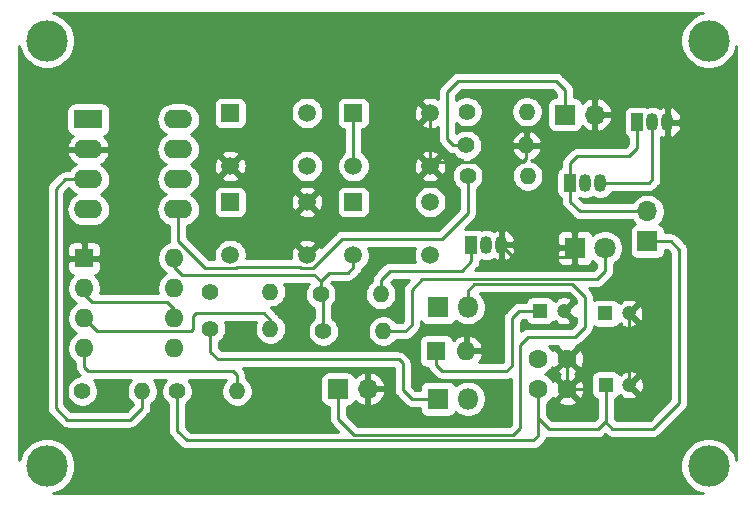
<source format=gbr>
%TF.GenerationSoftware,KiCad,Pcbnew,(5.1.12)-1*%
%TF.CreationDate,2023-08-26T19:48:31+05:30*%
%TF.ProjectId,Smart vibration sensor alaram,536d6172-7420-4766-9962-726174696f6e,rev?*%
%TF.SameCoordinates,Original*%
%TF.FileFunction,Copper,L2,Bot*%
%TF.FilePolarity,Positive*%
%FSLAX46Y46*%
G04 Gerber Fmt 4.6, Leading zero omitted, Abs format (unit mm)*
G04 Created by KiCad (PCBNEW (5.1.12)-1) date 2023-08-26 19:48:31*
%MOMM*%
%LPD*%
G01*
G04 APERTURE LIST*
%TA.AperFunction,ComponentPad*%
%ADD10O,1.400000X1.400000*%
%TD*%
%TA.AperFunction,ComponentPad*%
%ADD11C,1.400000*%
%TD*%
%TA.AperFunction,ComponentPad*%
%ADD12O,2.400000X1.600000*%
%TD*%
%TA.AperFunction,ComponentPad*%
%ADD13R,2.400000X1.600000*%
%TD*%
%TA.AperFunction,ComponentPad*%
%ADD14O,1.600000X1.600000*%
%TD*%
%TA.AperFunction,ComponentPad*%
%ADD15R,1.600000X1.600000*%
%TD*%
%TA.AperFunction,ComponentPad*%
%ADD16C,1.498000*%
%TD*%
%TA.AperFunction,ComponentPad*%
%ADD17R,1.498000X1.498000*%
%TD*%
%TA.AperFunction,ComponentPad*%
%ADD18R,1.050000X1.500000*%
%TD*%
%TA.AperFunction,ComponentPad*%
%ADD19O,1.050000X1.500000*%
%TD*%
%TA.AperFunction,ComponentPad*%
%ADD20O,1.700000X1.700000*%
%TD*%
%TA.AperFunction,ComponentPad*%
%ADD21R,1.700000X1.700000*%
%TD*%
%TA.AperFunction,ComponentPad*%
%ADD22O,1.800000X1.800000*%
%TD*%
%TA.AperFunction,ComponentPad*%
%ADD23R,1.800000X1.800000*%
%TD*%
%TA.AperFunction,ComponentPad*%
%ADD24C,1.800000*%
%TD*%
%TA.AperFunction,ComponentPad*%
%ADD25C,1.200000*%
%TD*%
%TA.AperFunction,ComponentPad*%
%ADD26R,1.200000X1.200000*%
%TD*%
%TA.AperFunction,ComponentPad*%
%ADD27C,1.600000*%
%TD*%
%TA.AperFunction,ViaPad*%
%ADD28C,3.500000*%
%TD*%
%TA.AperFunction,Conductor*%
%ADD29C,0.250000*%
%TD*%
%TA.AperFunction,Conductor*%
%ADD30C,0.254000*%
%TD*%
%TA.AperFunction,Conductor*%
%ADD31C,0.100000*%
%TD*%
G04 APERTURE END LIST*
D10*
%TO.P,R7,2*%
%TO.N,Net-(D3-Pad2)*%
X141680000Y-83450000D03*
D11*
%TO.P,R7,1*%
%TO.N,Net-(C6-Pad1)*%
X136600000Y-83450000D03*
%TD*%
D12*
%TO.P,U2,8*%
%TO.N,Net-(R8-Pad2)*%
X112095001Y-78675001D03*
%TO.P,U2,4*%
%TO.N,Net-(U2-Pad4)*%
X104475001Y-86295001D03*
%TO.P,U2,7*%
%TO.N,Net-(R8-Pad1)*%
X112095001Y-81215001D03*
%TO.P,U2,3*%
%TO.N,Net-(R9-Pad2)*%
X104475001Y-83755001D03*
%TO.P,U2,6*%
%TO.N,Net-(U2-Pad6)*%
X112095001Y-83755001D03*
%TO.P,U2,2*%
%TO.N,Earth*%
X104475001Y-81215001D03*
%TO.P,U2,5*%
%TO.N,Net-(C6-Pad1)*%
X112095001Y-86295001D03*
D13*
%TO.P,U2,1*%
%TO.N,Net-(U2-Pad1)*%
X104475001Y-78675001D03*
%TD*%
D14*
%TO.P,U1,8*%
%TO.N,Net-(C4-Pad1)*%
X111745001Y-90425001D03*
%TO.P,U1,4*%
%TO.N,Net-(C3-Pad1)*%
X104125001Y-98045001D03*
%TO.P,U1,7*%
%TO.N,Net-(U1-Pad7)*%
X111745001Y-92965001D03*
%TO.P,U1,3*%
%TO.N,Net-(R6-Pad2)*%
X104125001Y-95505001D03*
%TO.P,U1,6*%
%TO.N,Net-(C1-Pad1)*%
X111745001Y-95505001D03*
%TO.P,U1,2*%
X104125001Y-92965001D03*
%TO.P,U1,5*%
%TO.N,Net-(C2-Pad1)*%
X111745001Y-98045001D03*
D15*
%TO.P,U1,1*%
%TO.N,Earth*%
X104125001Y-90425001D03*
%TD*%
D16*
%TO.P,S3,4*%
%TO.N,Earth*%
X123000001Y-90165001D03*
%TO.P,S3,2*%
%TO.N,Net-(S2-Pad3)*%
X116500001Y-90165001D03*
%TO.P,S3,3*%
%TO.N,Earth*%
X123000001Y-85665001D03*
D17*
%TO.P,S3,1*%
%TO.N,Net-(S2-Pad3)*%
X116500001Y-85665001D03*
%TD*%
D16*
%TO.P,S2,4*%
%TO.N,Net-(S2-Pad3)*%
X133420001Y-90165001D03*
%TO.P,S2,2*%
%TO.N,Net-(C4-Pad1)*%
X126920001Y-90165001D03*
%TO.P,S2,3*%
%TO.N,Net-(S2-Pad3)*%
X133420001Y-85665001D03*
D17*
%TO.P,S2,1*%
%TO.N,Net-(C4-Pad1)*%
X126920001Y-85665001D03*
%TD*%
D16*
%TO.P,S1,4*%
%TO.N,Earth*%
X133420001Y-82625001D03*
%TO.P,S1,2*%
%TO.N,Net-(R3-Pad2)*%
X126920001Y-82625001D03*
%TO.P,S1,3*%
%TO.N,Earth*%
X133420001Y-78125001D03*
D17*
%TO.P,S1,1*%
%TO.N,Net-(R3-Pad2)*%
X126920001Y-78125001D03*
%TD*%
D10*
%TO.P,R9,2*%
%TO.N,Net-(R9-Pad2)*%
X109055001Y-101675001D03*
D11*
%TO.P,R9,1*%
%TO.N,Net-(Q3-Pad2)*%
X103975001Y-101675001D03*
%TD*%
D10*
%TO.P,R8,2*%
%TO.N,Net-(R8-Pad2)*%
X119905001Y-93255001D03*
D11*
%TO.P,R8,1*%
%TO.N,Net-(R8-Pad1)*%
X114825001Y-93255001D03*
%TD*%
D10*
%TO.P,R6,2*%
%TO.N,Net-(R6-Pad2)*%
X119905001Y-96405001D03*
D11*
%TO.P,R6,1*%
%TO.N,Net-(D2-Pad1)*%
X114825001Y-96405001D03*
%TD*%
D10*
%TO.P,R5,2*%
%TO.N,Net-(C3-Pad1)*%
X117085001Y-101675001D03*
D11*
%TO.P,R5,1*%
%TO.N,Net-(C4-Pad1)*%
X112005001Y-101675001D03*
%TD*%
D10*
%TO.P,R4,2*%
%TO.N,Net-(C1-Pad1)*%
X129230000Y-93490000D03*
D11*
%TO.P,R4,1*%
%TO.N,Net-(C4-Pad1)*%
X124150000Y-93490000D03*
%TD*%
D10*
%TO.P,R3,2*%
%TO.N,Net-(R3-Pad2)*%
X141610000Y-78020000D03*
D11*
%TO.P,R3,1*%
%TO.N,Net-(C1-Pad1)*%
X136530000Y-78020000D03*
%TD*%
D10*
%TO.P,R2,2*%
%TO.N,Earth*%
X141580000Y-80870000D03*
D11*
%TO.P,R2,1*%
%TO.N,Net-(J1-Pad1)*%
X136500000Y-80870000D03*
%TD*%
D10*
%TO.P,R1,2*%
%TO.N,Net-(D1-Pad2)*%
X129470000Y-96610000D03*
D11*
%TO.P,R1,1*%
%TO.N,Net-(C4-Pad1)*%
X124390000Y-96610000D03*
%TD*%
D18*
%TO.P,Q3,1*%
%TO.N,Net-(LS1-Pad2)*%
X145280000Y-84030000D03*
D19*
%TO.P,Q3,3*%
%TO.N,Net-(Q2-Pad2)*%
X147820000Y-84030000D03*
%TO.P,Q3,2*%
%TO.N,Net-(Q3-Pad2)*%
X146550000Y-84030000D03*
%TD*%
D18*
%TO.P,Q2,1*%
%TO.N,Net-(LS1-Pad2)*%
X150970000Y-78900000D03*
D19*
%TO.P,Q2,3*%
%TO.N,Earth*%
X153510000Y-78900000D03*
%TO.P,Q2,2*%
%TO.N,Net-(Q2-Pad2)*%
X152240000Y-78900000D03*
%TD*%
D18*
%TO.P,Q1,1*%
%TO.N,Net-(C1-Pad1)*%
X136925001Y-89305001D03*
D19*
%TO.P,Q1,3*%
%TO.N,Earth*%
X139465001Y-89305001D03*
%TO.P,Q1,2*%
%TO.N,Net-(J1-Pad1)*%
X138195001Y-89305001D03*
%TD*%
D20*
%TO.P,LS1,2*%
%TO.N,Net-(LS1-Pad2)*%
X151810000Y-86460000D03*
D21*
%TO.P,LS1,1*%
%TO.N,Net-(C4-Pad1)*%
X151810000Y-89000000D03*
%TD*%
D20*
%TO.P,J2,2*%
%TO.N,Earth*%
X128160000Y-101500000D03*
D21*
%TO.P,J2,1*%
%TO.N,Net-(D2-Pad2)*%
X125620000Y-101500000D03*
%TD*%
D20*
%TO.P,J1,2*%
%TO.N,Earth*%
X147380000Y-78260000D03*
D21*
%TO.P,J1,1*%
%TO.N,Net-(J1-Pad1)*%
X144840000Y-78260000D03*
%TD*%
D14*
%TO.P,D4,2*%
%TO.N,Earth*%
X136480000Y-98280000D03*
D15*
%TO.P,D4,1*%
%TO.N,Net-(C6-Pad1)*%
X133940000Y-98280000D03*
%TD*%
D22*
%TO.P,D3,2*%
%TO.N,Net-(D3-Pad2)*%
X136630000Y-102320000D03*
D23*
%TO.P,D3,1*%
%TO.N,Net-(D2-Pad1)*%
X134090000Y-102320000D03*
%TD*%
D22*
%TO.P,D2,2*%
%TO.N,Net-(D2-Pad2)*%
X136620000Y-94580000D03*
D23*
%TO.P,D2,1*%
%TO.N,Net-(D2-Pad1)*%
X134080000Y-94580000D03*
%TD*%
D24*
%TO.P,D1,2*%
%TO.N,Net-(D1-Pad2)*%
X148220000Y-89560000D03*
D23*
%TO.P,D1,1*%
%TO.N,Earth*%
X145680000Y-89560000D03*
%TD*%
D25*
%TO.P,C6,2*%
%TO.N,Earth*%
X144720000Y-94880000D03*
D26*
%TO.P,C6,1*%
%TO.N,Net-(C6-Pad1)*%
X142720000Y-94880000D03*
%TD*%
D25*
%TO.P,C5,2*%
%TO.N,Earth*%
X150290000Y-101150000D03*
D26*
%TO.P,C5,1*%
%TO.N,Net-(C4-Pad1)*%
X148290000Y-101150000D03*
%TD*%
D27*
%TO.P,C4,2*%
%TO.N,Earth*%
X145040000Y-101510000D03*
%TO.P,C4,1*%
%TO.N,Net-(C4-Pad1)*%
X142540000Y-101510000D03*
%TD*%
D25*
%TO.P,C3,2*%
%TO.N,Earth*%
X150250000Y-95080000D03*
D26*
%TO.P,C3,1*%
%TO.N,Net-(C3-Pad1)*%
X148250000Y-95080000D03*
%TD*%
D27*
%TO.P,C2,2*%
%TO.N,Earth*%
X145020000Y-98940000D03*
%TO.P,C2,1*%
%TO.N,Net-(C2-Pad1)*%
X142520000Y-98940000D03*
%TD*%
D16*
%TO.P,C1,4*%
%TO.N,N/C*%
X123000001Y-82625001D03*
%TO.P,C1,2*%
%TO.N,Earth*%
X116500001Y-82625001D03*
%TO.P,C1,3*%
%TO.N,N/C*%
X123000001Y-78125001D03*
D17*
%TO.P,C1,1*%
%TO.N,Net-(C1-Pad1)*%
X116500001Y-78125001D03*
%TD*%
D28*
%TO.N,*%
X101000000Y-72000000D03*
X157000000Y-72000000D03*
X157000000Y-108000000D03*
X101000000Y-108000000D03*
%TD*%
D29*
%TO.N,Earth*%
X133420001Y-82625001D02*
X133420001Y-78125001D01*
X145040000Y-98960000D02*
X145020000Y-98940000D01*
X145040000Y-101510000D02*
X145040000Y-98960000D01*
X145040000Y-101510000D02*
X146330000Y-101510000D01*
X146330000Y-101510000D02*
X146530000Y-101310000D01*
X146530000Y-101310000D02*
X146530000Y-99610000D01*
X146530000Y-99610000D02*
X147840000Y-98300000D01*
X147840000Y-98300000D02*
X149980000Y-98300000D01*
X150290000Y-98610000D02*
X150290000Y-101150000D01*
X150250000Y-98460000D02*
X150195000Y-98515000D01*
X150250000Y-95080000D02*
X150250000Y-98460000D01*
X150195000Y-98515000D02*
X150290000Y-98610000D01*
X149980000Y-98300000D02*
X150195000Y-98515000D01*
X147380000Y-78260000D02*
X147380000Y-80080000D01*
X147380000Y-80080000D02*
X146590000Y-80870000D01*
X143290000Y-80870000D02*
X141580000Y-80870000D01*
X146590000Y-80870000D02*
X143290000Y-80870000D01*
X141580000Y-80870000D02*
X141580000Y-82010000D01*
X141580000Y-82010000D02*
X141290000Y-82300000D01*
X133745002Y-82300000D02*
X133420001Y-82625001D01*
X141290000Y-82300000D02*
X133745002Y-82300000D01*
X143780000Y-81360000D02*
X143290000Y-80870000D01*
X143780000Y-88830000D02*
X143780000Y-81360000D01*
X144510000Y-89560000D02*
X143780000Y-88830000D01*
X145680000Y-89560000D02*
X144510000Y-89560000D01*
X140480000Y-90320000D02*
X139465001Y-89305001D01*
X145680000Y-90080000D02*
X145440000Y-90320000D01*
X145440000Y-90320000D02*
X140480000Y-90320000D01*
X145680000Y-89560000D02*
X145680000Y-90080000D01*
X153510000Y-75610000D02*
X153510000Y-78900000D01*
X152950000Y-75050000D02*
X153510000Y-75610000D01*
X147930000Y-75050000D02*
X152950000Y-75050000D01*
X147380000Y-75600000D02*
X147930000Y-75050000D01*
X147380000Y-78260000D02*
X147380000Y-75600000D01*
%TO.N,Net-(C1-Pad1)*%
X129230000Y-93490000D02*
X129230000Y-92270000D01*
X129230000Y-92270000D02*
X130030000Y-91470000D01*
X130030000Y-91470000D02*
X136130000Y-91470000D01*
X136925001Y-90674999D02*
X136925001Y-89305001D01*
X136130000Y-91470000D02*
X136925001Y-90674999D01*
X104125001Y-93495001D02*
X104125001Y-92965001D01*
X111180000Y-94170000D02*
X104800000Y-94170000D01*
X111745001Y-94735001D02*
X111180000Y-94170000D01*
X104800000Y-94170000D02*
X104125001Y-93495001D01*
X111745001Y-95505001D02*
X111745001Y-94735001D01*
%TO.N,Net-(C3-Pad1)*%
X104480000Y-100000000D02*
X104125001Y-99645001D01*
X104125001Y-99645001D02*
X104125001Y-98045001D01*
X116740000Y-100000000D02*
X104480000Y-100000000D01*
X117085001Y-100345001D02*
X116740000Y-100000000D01*
X117085001Y-101675001D02*
X117085001Y-100345001D01*
%TO.N,Net-(C4-Pad1)*%
X142540000Y-101510000D02*
X142540000Y-103990000D01*
X142540000Y-103990000D02*
X143460000Y-104910000D01*
X147620000Y-104910000D02*
X148290000Y-104240000D01*
X143460000Y-104910000D02*
X147620000Y-104910000D01*
X148290000Y-104240000D02*
X148290000Y-101150000D01*
X124390000Y-93730000D02*
X124150000Y-93490000D01*
X124390000Y-96610000D02*
X124390000Y-93730000D01*
X142160000Y-105860000D02*
X142540000Y-105480000D01*
X112830000Y-105860000D02*
X142160000Y-105860000D01*
X142540000Y-105480000D02*
X142540000Y-101510000D01*
X112005001Y-105035001D02*
X112830000Y-105860000D01*
X112005001Y-101675001D02*
X112005001Y-105035001D01*
X111745001Y-91175001D02*
X111745001Y-90425001D01*
X112420000Y-91850000D02*
X111745001Y-91175001D01*
X123610000Y-91850000D02*
X112420000Y-91850000D01*
X124150000Y-92390000D02*
X123610000Y-91850000D01*
X124150000Y-93490000D02*
X124150000Y-92390000D01*
X148290000Y-104290000D02*
X148290000Y-104240000D01*
X148860000Y-104860000D02*
X148290000Y-104290000D01*
X152320000Y-104860000D02*
X148860000Y-104860000D01*
X154500000Y-102680000D02*
X152320000Y-104860000D01*
X154500000Y-89690000D02*
X154500000Y-102680000D01*
X153810000Y-89000000D02*
X154500000Y-89690000D01*
X151810000Y-89000000D02*
X153810000Y-89000000D01*
X124150000Y-92340000D02*
X124150000Y-93490000D01*
X124840000Y-91650000D02*
X124150000Y-92340000D01*
X126460000Y-91650000D02*
X124840000Y-91650000D01*
X126920001Y-91189999D02*
X126460000Y-91650000D01*
X126920001Y-90165001D02*
X126920001Y-91189999D01*
%TO.N,Net-(C6-Pad1)*%
X133940000Y-98280000D02*
X133940000Y-99500000D01*
X133940000Y-99500000D02*
X134430000Y-99990000D01*
X134430000Y-99990000D02*
X139890000Y-99990000D01*
X139890000Y-99990000D02*
X140320000Y-99560000D01*
X140320000Y-99560000D02*
X140320000Y-95520000D01*
X140960000Y-94880000D02*
X142720000Y-94880000D01*
X140320000Y-95520000D02*
X140960000Y-94880000D01*
X112095001Y-87345001D02*
X112095001Y-86295001D01*
X112095001Y-88955001D02*
X112095001Y-87345001D01*
X136600000Y-83450000D02*
X136600000Y-86610000D01*
X114379002Y-91239002D02*
X112095001Y-88955001D01*
X117015522Y-91239002D02*
X114379002Y-91239002D01*
X136600000Y-86610000D02*
X134440000Y-88770000D01*
X117064524Y-91190000D02*
X117015522Y-91239002D01*
X123515522Y-91239002D02*
X122484480Y-91239002D01*
X125984524Y-88770000D02*
X123515522Y-91239002D01*
X122435478Y-91190000D02*
X117064524Y-91190000D01*
X122484480Y-91239002D02*
X122435478Y-91190000D01*
X134440000Y-88770000D02*
X125984524Y-88770000D01*
%TO.N,Net-(D1-Pad2)*%
X131860000Y-96090000D02*
X131340000Y-96610000D01*
X132780000Y-92200000D02*
X131860000Y-93120000D01*
X131340000Y-96610000D02*
X129470000Y-96610000D01*
X131860000Y-93120000D02*
X131860000Y-96090000D01*
X147560000Y-92200000D02*
X132780000Y-92200000D01*
X148220000Y-91540000D02*
X147560000Y-92200000D01*
X148220000Y-89560000D02*
X148220000Y-91540000D01*
%TO.N,Net-(D2-Pad2)*%
X137179990Y-92650010D02*
X136620000Y-93210000D01*
X145460010Y-92650010D02*
X137179990Y-92650010D01*
X146500000Y-93690000D02*
X145460010Y-92650010D01*
X136620000Y-93210000D02*
X136620000Y-94580000D01*
X141700000Y-97080000D02*
X145680000Y-97080000D01*
X141000000Y-97780000D02*
X141700000Y-97080000D01*
X141000000Y-104830000D02*
X141000000Y-97780000D01*
X140450000Y-105380000D02*
X141000000Y-104830000D01*
X127000000Y-105380000D02*
X140450000Y-105380000D01*
X146500000Y-96260000D02*
X146500000Y-93690000D01*
X145680000Y-97080000D02*
X146500000Y-96260000D01*
X125620000Y-104000000D02*
X127000000Y-105380000D01*
X125620000Y-101500000D02*
X125620000Y-104000000D01*
%TO.N,Net-(D2-Pad1)*%
X134080000Y-94580000D02*
X133640000Y-94580000D01*
X130750000Y-98990000D02*
X115470000Y-98990000D01*
X131100000Y-99340000D02*
X130750000Y-98990000D01*
X114825001Y-98345001D02*
X114825001Y-96405001D01*
X131100000Y-101560000D02*
X131100000Y-99340000D01*
X131860000Y-102320000D02*
X131100000Y-101560000D01*
X115470000Y-98990000D02*
X114825001Y-98345001D01*
X134090000Y-102320000D02*
X131860000Y-102320000D01*
%TO.N,Net-(J1-Pad1)*%
X135400000Y-80870000D02*
X136500000Y-80870000D01*
X134870000Y-76320000D02*
X134870000Y-80340000D01*
X134870000Y-80340000D02*
X135400000Y-80870000D01*
X135790000Y-75400000D02*
X134870000Y-76320000D01*
X144060000Y-75400000D02*
X135790000Y-75400000D01*
X144840000Y-76180000D02*
X144060000Y-75400000D01*
X144840000Y-78260000D02*
X144840000Y-76180000D01*
%TO.N,Net-(LS1-Pad2)*%
X145280000Y-84030000D02*
X145280000Y-85640000D01*
X146100000Y-86460000D02*
X151810000Y-86460000D01*
X145280000Y-85640000D02*
X146100000Y-86460000D01*
X150970000Y-81090000D02*
X150970000Y-78900000D01*
X150260000Y-81800000D02*
X150970000Y-81090000D01*
X145850000Y-81800000D02*
X150260000Y-81800000D01*
X145280000Y-82370000D02*
X145850000Y-81800000D01*
X145280000Y-84030000D02*
X145280000Y-82370000D01*
%TO.N,Net-(Q2-Pad2)*%
X152240000Y-83760000D02*
X152240000Y-78900000D01*
X151970000Y-84030000D02*
X152240000Y-83760000D01*
X147820000Y-84030000D02*
X151970000Y-84030000D01*
%TO.N,Net-(R3-Pad2)*%
X126920001Y-82625001D02*
X126920001Y-78125001D01*
%TO.N,Net-(R6-Pad2)*%
X105250002Y-96630002D02*
X104125001Y-95505001D01*
X113209998Y-96630002D02*
X105250002Y-96630002D01*
X113390000Y-96450000D02*
X113209998Y-96630002D01*
X113390000Y-95290000D02*
X113390000Y-96450000D01*
X113620000Y-95060000D02*
X113390000Y-95290000D01*
X119905001Y-95635001D02*
X119330000Y-95060000D01*
X119330000Y-95060000D02*
X113620000Y-95060000D01*
X119905001Y-96405001D02*
X119905001Y-95635001D01*
%TO.N,Net-(R9-Pad2)*%
X109055001Y-101675001D02*
X109055001Y-103074999D01*
X109055001Y-103074999D02*
X108040000Y-104090000D01*
X108040000Y-104090000D02*
X102720000Y-104090000D01*
X102720000Y-104090000D02*
X101710000Y-103080000D01*
X101710000Y-103080000D02*
X101710000Y-84560000D01*
X102514999Y-83755001D02*
X104475001Y-83755001D01*
X101710000Y-84560000D02*
X102514999Y-83755001D01*
%TD*%
D30*
%TO.N,Earth*%
X156304321Y-69706654D02*
X155870279Y-69886440D01*
X155479651Y-70147450D01*
X155147450Y-70479651D01*
X154886440Y-70870279D01*
X154706654Y-71304321D01*
X154615000Y-71765098D01*
X154615000Y-72234902D01*
X154706654Y-72695679D01*
X154886440Y-73129721D01*
X155147450Y-73520349D01*
X155479651Y-73852550D01*
X155870279Y-74113560D01*
X156304321Y-74293346D01*
X156765098Y-74385000D01*
X157234902Y-74385000D01*
X157695679Y-74293346D01*
X158129721Y-74113560D01*
X158520349Y-73852550D01*
X158852550Y-73520349D01*
X159113560Y-73129721D01*
X159293346Y-72695679D01*
X159340000Y-72461133D01*
X159340001Y-107538872D01*
X159293346Y-107304321D01*
X159113560Y-106870279D01*
X158852550Y-106479651D01*
X158520349Y-106147450D01*
X158129721Y-105886440D01*
X157695679Y-105706654D01*
X157234902Y-105615000D01*
X156765098Y-105615000D01*
X156304321Y-105706654D01*
X155870279Y-105886440D01*
X155479651Y-106147450D01*
X155147450Y-106479651D01*
X154886440Y-106870279D01*
X154706654Y-107304321D01*
X154615000Y-107765098D01*
X154615000Y-108234902D01*
X154706654Y-108695679D01*
X154886440Y-109129721D01*
X155147450Y-109520349D01*
X155479651Y-109852550D01*
X155870279Y-110113560D01*
X156304321Y-110293346D01*
X156538867Y-110340000D01*
X101461133Y-110340000D01*
X101695679Y-110293346D01*
X102129721Y-110113560D01*
X102520349Y-109852550D01*
X102852550Y-109520349D01*
X103113560Y-109129721D01*
X103293346Y-108695679D01*
X103385000Y-108234902D01*
X103385000Y-107765098D01*
X103293346Y-107304321D01*
X103113560Y-106870279D01*
X102852550Y-106479651D01*
X102520349Y-106147450D01*
X102129721Y-105886440D01*
X101695679Y-105706654D01*
X101234902Y-105615000D01*
X100765098Y-105615000D01*
X100304321Y-105706654D01*
X99870279Y-105886440D01*
X99479651Y-106147450D01*
X99147450Y-106479651D01*
X98886440Y-106870279D01*
X98706654Y-107304321D01*
X98660000Y-107538867D01*
X98660000Y-84560000D01*
X100946324Y-84560000D01*
X100950001Y-84597333D01*
X100950000Y-103042678D01*
X100946324Y-103080000D01*
X100950000Y-103117322D01*
X100950000Y-103117332D01*
X100960997Y-103228985D01*
X101002264Y-103365026D01*
X101004454Y-103372246D01*
X101075026Y-103504276D01*
X101112550Y-103549999D01*
X101169999Y-103620001D01*
X101199002Y-103643804D01*
X102156201Y-104601003D01*
X102179999Y-104630001D01*
X102295724Y-104724974D01*
X102427753Y-104795546D01*
X102571014Y-104839003D01*
X102682667Y-104850000D01*
X102682675Y-104850000D01*
X102720000Y-104853676D01*
X102757325Y-104850000D01*
X108002678Y-104850000D01*
X108040000Y-104853676D01*
X108077322Y-104850000D01*
X108077333Y-104850000D01*
X108188986Y-104839003D01*
X108332247Y-104795546D01*
X108464276Y-104724974D01*
X108580001Y-104630001D01*
X108603804Y-104600998D01*
X109566004Y-103638798D01*
X109595002Y-103615000D01*
X109689975Y-103499275D01*
X109760547Y-103367246D01*
X109804004Y-103223985D01*
X109815001Y-103112332D01*
X109815001Y-103112323D01*
X109818677Y-103075000D01*
X109815001Y-103037677D01*
X109815001Y-102772776D01*
X109906014Y-102711963D01*
X110091963Y-102526014D01*
X110238062Y-102307360D01*
X110338697Y-102064406D01*
X110390001Y-101806487D01*
X110390001Y-101543515D01*
X110338697Y-101285596D01*
X110238062Y-101042642D01*
X110091963Y-100823988D01*
X110027975Y-100760000D01*
X111032027Y-100760000D01*
X110968039Y-100823988D01*
X110821940Y-101042642D01*
X110721305Y-101285596D01*
X110670001Y-101543515D01*
X110670001Y-101806487D01*
X110721305Y-102064406D01*
X110821940Y-102307360D01*
X110968039Y-102526014D01*
X111153988Y-102711963D01*
X111245001Y-102772776D01*
X111245002Y-104997669D01*
X111241325Y-105035001D01*
X111255999Y-105183986D01*
X111299455Y-105327247D01*
X111370027Y-105459277D01*
X111432620Y-105535546D01*
X111465001Y-105575002D01*
X111493999Y-105598800D01*
X112266201Y-106371002D01*
X112289999Y-106400001D01*
X112405724Y-106494974D01*
X112537753Y-106565546D01*
X112681014Y-106609003D01*
X112792667Y-106620000D01*
X112792675Y-106620000D01*
X112830000Y-106623676D01*
X112867325Y-106620000D01*
X142122678Y-106620000D01*
X142160000Y-106623676D01*
X142197322Y-106620000D01*
X142197333Y-106620000D01*
X142308986Y-106609003D01*
X142452247Y-106565546D01*
X142584276Y-106494974D01*
X142700001Y-106400001D01*
X142723804Y-106370997D01*
X143050998Y-106043803D01*
X143080001Y-106020001D01*
X143174974Y-105904276D01*
X143245546Y-105772247D01*
X143282520Y-105650359D01*
X143311014Y-105659003D01*
X143422667Y-105670000D01*
X143422676Y-105670000D01*
X143459999Y-105673676D01*
X143497322Y-105670000D01*
X147582678Y-105670000D01*
X147620000Y-105673676D01*
X147657322Y-105670000D01*
X147657333Y-105670000D01*
X147768986Y-105659003D01*
X147912247Y-105615546D01*
X148044276Y-105544974D01*
X148160001Y-105450001D01*
X148183803Y-105420998D01*
X148265000Y-105339802D01*
X148296200Y-105371002D01*
X148319999Y-105400001D01*
X148435724Y-105494974D01*
X148567753Y-105565546D01*
X148711014Y-105609003D01*
X148822667Y-105620000D01*
X148822675Y-105620000D01*
X148860000Y-105623676D01*
X148897325Y-105620000D01*
X152282678Y-105620000D01*
X152320000Y-105623676D01*
X152357322Y-105620000D01*
X152357333Y-105620000D01*
X152468986Y-105609003D01*
X152612247Y-105565546D01*
X152744276Y-105494974D01*
X152860001Y-105400001D01*
X152883804Y-105370997D01*
X155011003Y-103243799D01*
X155040001Y-103220001D01*
X155134974Y-103104276D01*
X155205546Y-102972247D01*
X155249003Y-102828986D01*
X155260000Y-102717333D01*
X155263677Y-102680000D01*
X155260000Y-102642667D01*
X155260000Y-89727322D01*
X155263676Y-89689999D01*
X155260000Y-89652676D01*
X155260000Y-89652667D01*
X155249003Y-89541014D01*
X155205546Y-89397753D01*
X155134974Y-89265724D01*
X155040001Y-89149999D01*
X155011004Y-89126202D01*
X154373803Y-88489002D01*
X154350001Y-88459999D01*
X154234276Y-88365026D01*
X154102247Y-88294454D01*
X153958986Y-88250997D01*
X153847333Y-88240000D01*
X153847322Y-88240000D01*
X153810000Y-88236324D01*
X153772678Y-88240000D01*
X153298072Y-88240000D01*
X153298072Y-88150000D01*
X153285812Y-88025518D01*
X153249502Y-87905820D01*
X153190537Y-87795506D01*
X153111185Y-87698815D01*
X153014494Y-87619463D01*
X152904180Y-87560498D01*
X152831620Y-87538487D01*
X152963475Y-87406632D01*
X153125990Y-87163411D01*
X153237932Y-86893158D01*
X153295000Y-86606260D01*
X153295000Y-86313740D01*
X153237932Y-86026842D01*
X153125990Y-85756589D01*
X152963475Y-85513368D01*
X152756632Y-85306525D01*
X152513411Y-85144010D01*
X152243158Y-85032068D01*
X151956260Y-84975000D01*
X151663740Y-84975000D01*
X151376842Y-85032068D01*
X151106589Y-85144010D01*
X150863368Y-85306525D01*
X150656525Y-85513368D01*
X150531822Y-85700000D01*
X146414802Y-85700000D01*
X146072069Y-85357267D01*
X146113902Y-85334907D01*
X146322601Y-85398215D01*
X146550000Y-85420612D01*
X146777400Y-85398215D01*
X146996060Y-85331885D01*
X147185001Y-85230894D01*
X147373941Y-85331885D01*
X147592601Y-85398215D01*
X147820000Y-85420612D01*
X148047400Y-85398215D01*
X148266060Y-85331885D01*
X148467579Y-85224171D01*
X148644212Y-85079212D01*
X148789171Y-84902579D01*
X148849345Y-84790000D01*
X151932678Y-84790000D01*
X151970000Y-84793676D01*
X152007322Y-84790000D01*
X152007333Y-84790000D01*
X152118986Y-84779003D01*
X152262247Y-84735546D01*
X152394276Y-84664974D01*
X152510001Y-84570001D01*
X152533804Y-84540997D01*
X152750998Y-84323803D01*
X152780001Y-84300001D01*
X152874974Y-84184276D01*
X152945546Y-84052247D01*
X152989003Y-83908986D01*
X153000000Y-83797333D01*
X153000000Y-83797325D01*
X153003676Y-83760000D01*
X153000000Y-83722675D01*
X153000000Y-80171958D01*
X153142663Y-80235272D01*
X153204190Y-80243964D01*
X153383000Y-80118163D01*
X153383000Y-79353108D01*
X153383215Y-79352399D01*
X153400000Y-79181978D01*
X153400000Y-79027000D01*
X153637000Y-79027000D01*
X153637000Y-80118163D01*
X153815810Y-80243964D01*
X153877337Y-80235272D01*
X154086882Y-80142275D01*
X154274258Y-80010184D01*
X154432264Y-79844076D01*
X154554828Y-79650334D01*
X154637239Y-79436404D01*
X154676331Y-79210507D01*
X154516598Y-79027000D01*
X153637000Y-79027000D01*
X153400000Y-79027000D01*
X153400000Y-78618021D01*
X153383215Y-78447600D01*
X153383000Y-78446891D01*
X153383000Y-77681837D01*
X153637000Y-77681837D01*
X153637000Y-78773000D01*
X154516598Y-78773000D01*
X154676331Y-78589493D01*
X154637239Y-78363596D01*
X154554828Y-78149666D01*
X154432264Y-77955924D01*
X154274258Y-77789816D01*
X154086882Y-77657725D01*
X153877337Y-77564728D01*
X153815810Y-77556036D01*
X153637000Y-77681837D01*
X153383000Y-77681837D01*
X153204190Y-77556036D01*
X153142663Y-77564728D01*
X152933118Y-77657725D01*
X152874669Y-77698929D01*
X152686059Y-77598115D01*
X152467399Y-77531785D01*
X152240000Y-77509388D01*
X152012600Y-77531785D01*
X151803902Y-77595093D01*
X151739180Y-77560498D01*
X151619482Y-77524188D01*
X151495000Y-77511928D01*
X150445000Y-77511928D01*
X150320518Y-77524188D01*
X150200820Y-77560498D01*
X150090506Y-77619463D01*
X149993815Y-77698815D01*
X149914463Y-77795506D01*
X149855498Y-77905820D01*
X149819188Y-78025518D01*
X149806928Y-78150000D01*
X149806928Y-79650000D01*
X149819188Y-79774482D01*
X149855498Y-79894180D01*
X149914463Y-80004494D01*
X149993815Y-80101185D01*
X150090506Y-80180537D01*
X150200820Y-80239502D01*
X150210000Y-80242287D01*
X150210000Y-80775198D01*
X149945199Y-81040000D01*
X145887325Y-81040000D01*
X145850000Y-81036324D01*
X145812675Y-81040000D01*
X145812667Y-81040000D01*
X145701014Y-81050997D01*
X145557753Y-81094454D01*
X145425724Y-81165026D01*
X145309999Y-81259999D01*
X145286200Y-81288998D01*
X144768998Y-81806201D01*
X144740000Y-81829999D01*
X144716202Y-81858997D01*
X144716201Y-81858998D01*
X144645026Y-81945724D01*
X144574454Y-82077754D01*
X144530998Y-82221015D01*
X144516324Y-82370000D01*
X144520001Y-82407332D01*
X144520001Y-82687713D01*
X144510820Y-82690498D01*
X144400506Y-82749463D01*
X144303815Y-82828815D01*
X144224463Y-82925506D01*
X144165498Y-83035820D01*
X144129188Y-83155518D01*
X144116928Y-83280000D01*
X144116928Y-84780000D01*
X144129188Y-84904482D01*
X144165498Y-85024180D01*
X144224463Y-85134494D01*
X144303815Y-85231185D01*
X144400506Y-85310537D01*
X144510820Y-85369502D01*
X144520001Y-85372287D01*
X144520001Y-85602668D01*
X144516324Y-85640000D01*
X144520001Y-85677333D01*
X144530998Y-85788986D01*
X144541930Y-85825026D01*
X144574454Y-85932246D01*
X144645026Y-86064276D01*
X144712108Y-86146015D01*
X144740000Y-86180001D01*
X144768998Y-86203799D01*
X145536201Y-86971002D01*
X145559999Y-87000001D01*
X145588997Y-87023799D01*
X145675723Y-87094974D01*
X145778671Y-87150001D01*
X145807753Y-87165546D01*
X145951014Y-87209003D01*
X146062667Y-87220000D01*
X146062676Y-87220000D01*
X146099999Y-87223676D01*
X146137322Y-87220000D01*
X150531822Y-87220000D01*
X150656525Y-87406632D01*
X150788380Y-87538487D01*
X150715820Y-87560498D01*
X150605506Y-87619463D01*
X150508815Y-87698815D01*
X150429463Y-87795506D01*
X150370498Y-87905820D01*
X150334188Y-88025518D01*
X150321928Y-88150000D01*
X150321928Y-89850000D01*
X150334188Y-89974482D01*
X150370498Y-90094180D01*
X150429463Y-90204494D01*
X150508815Y-90301185D01*
X150605506Y-90380537D01*
X150715820Y-90439502D01*
X150835518Y-90475812D01*
X150960000Y-90488072D01*
X152660000Y-90488072D01*
X152784482Y-90475812D01*
X152904180Y-90439502D01*
X153014494Y-90380537D01*
X153111185Y-90301185D01*
X153190537Y-90204494D01*
X153249502Y-90094180D01*
X153285812Y-89974482D01*
X153298072Y-89850000D01*
X153298072Y-89760000D01*
X153495199Y-89760000D01*
X153740000Y-90004802D01*
X153740001Y-102365197D01*
X152005199Y-104100000D01*
X149174802Y-104100000D01*
X149050000Y-103975199D01*
X149050000Y-102365038D01*
X149134180Y-102339502D01*
X149244494Y-102280537D01*
X149341185Y-102201185D01*
X149420537Y-102104494D01*
X149444858Y-102058994D01*
X149502736Y-102116872D01*
X149619842Y-101999766D01*
X149667148Y-102223348D01*
X149888516Y-102324237D01*
X150125313Y-102380000D01*
X150368438Y-102388495D01*
X150608549Y-102349395D01*
X150836418Y-102264202D01*
X150912852Y-102223348D01*
X150960159Y-101999764D01*
X150290000Y-101329605D01*
X150275858Y-101343748D01*
X150096253Y-101164143D01*
X150110395Y-101150000D01*
X150469605Y-101150000D01*
X151139764Y-101820159D01*
X151363348Y-101772852D01*
X151464237Y-101551484D01*
X151520000Y-101314687D01*
X151528495Y-101071562D01*
X151489395Y-100831451D01*
X151404202Y-100603582D01*
X151363348Y-100527148D01*
X151139764Y-100479841D01*
X150469605Y-101150000D01*
X150110395Y-101150000D01*
X150096253Y-101135858D01*
X150275858Y-100956253D01*
X150290000Y-100970395D01*
X150960159Y-100300236D01*
X150912852Y-100076652D01*
X150691484Y-99975763D01*
X150454687Y-99920000D01*
X150211562Y-99911505D01*
X149971451Y-99950605D01*
X149743582Y-100035798D01*
X149667148Y-100076652D01*
X149619842Y-100300234D01*
X149502736Y-100183128D01*
X149444858Y-100241006D01*
X149420537Y-100195506D01*
X149341185Y-100098815D01*
X149244494Y-100019463D01*
X149134180Y-99960498D01*
X149014482Y-99924188D01*
X148890000Y-99911928D01*
X147690000Y-99911928D01*
X147565518Y-99924188D01*
X147445820Y-99960498D01*
X147335506Y-100019463D01*
X147238815Y-100098815D01*
X147159463Y-100195506D01*
X147100498Y-100305820D01*
X147064188Y-100425518D01*
X147051928Y-100550000D01*
X147051928Y-101750000D01*
X147064188Y-101874482D01*
X147100498Y-101994180D01*
X147159463Y-102104494D01*
X147238815Y-102201185D01*
X147335506Y-102280537D01*
X147445820Y-102339502D01*
X147530001Y-102365038D01*
X147530000Y-103925198D01*
X147305199Y-104150000D01*
X143774802Y-104150000D01*
X143300000Y-103675198D01*
X143300000Y-102728043D01*
X143454759Y-102624637D01*
X143576694Y-102502702D01*
X144226903Y-102502702D01*
X144298486Y-102746671D01*
X144553996Y-102867571D01*
X144828184Y-102936300D01*
X145110512Y-102950217D01*
X145390130Y-102908787D01*
X145656292Y-102813603D01*
X145781514Y-102746671D01*
X145853097Y-102502702D01*
X145040000Y-101689605D01*
X144226903Y-102502702D01*
X143576694Y-102502702D01*
X143654637Y-102424759D01*
X143788692Y-102224131D01*
X143803329Y-102251514D01*
X144047298Y-102323097D01*
X144860395Y-101510000D01*
X145219605Y-101510000D01*
X146032702Y-102323097D01*
X146276671Y-102251514D01*
X146397571Y-101996004D01*
X146466300Y-101721816D01*
X146480217Y-101439488D01*
X146438787Y-101159870D01*
X146343603Y-100893708D01*
X146276671Y-100768486D01*
X146032702Y-100696903D01*
X145219605Y-101510000D01*
X144860395Y-101510000D01*
X144047298Y-100696903D01*
X143803329Y-100768486D01*
X143789676Y-100797341D01*
X143654637Y-100595241D01*
X143454759Y-100395363D01*
X143219727Y-100238320D01*
X143177570Y-100220858D01*
X143199727Y-100211680D01*
X143434759Y-100054637D01*
X143556694Y-99932702D01*
X144206903Y-99932702D01*
X144278486Y-100176671D01*
X144385016Y-100227078D01*
X144298486Y-100273329D01*
X144226903Y-100517298D01*
X145040000Y-101330395D01*
X145853097Y-100517298D01*
X145781514Y-100273329D01*
X145674984Y-100222922D01*
X145761514Y-100176671D01*
X145833097Y-99932702D01*
X145020000Y-99119605D01*
X144206903Y-99932702D01*
X143556694Y-99932702D01*
X143634637Y-99854759D01*
X143768692Y-99654131D01*
X143783329Y-99681514D01*
X144027298Y-99753097D01*
X144840395Y-98940000D01*
X145199605Y-98940000D01*
X146012702Y-99753097D01*
X146256671Y-99681514D01*
X146377571Y-99426004D01*
X146446300Y-99151816D01*
X146460217Y-98869488D01*
X146418787Y-98589870D01*
X146323603Y-98323708D01*
X146256671Y-98198486D01*
X146012702Y-98126903D01*
X145199605Y-98940000D01*
X144840395Y-98940000D01*
X144027298Y-98126903D01*
X143783329Y-98198486D01*
X143769676Y-98227341D01*
X143634637Y-98025241D01*
X143449396Y-97840000D01*
X144238385Y-97840000D01*
X144206903Y-97947298D01*
X145020000Y-98760395D01*
X145833097Y-97947298D01*
X145799247Y-97831932D01*
X145828986Y-97829003D01*
X145972247Y-97785546D01*
X146104276Y-97714974D01*
X146220001Y-97620001D01*
X146243803Y-97590998D01*
X147011004Y-96823798D01*
X147040001Y-96800001D01*
X147073662Y-96758985D01*
X147134974Y-96684277D01*
X147205546Y-96552247D01*
X147233220Y-96461015D01*
X147249003Y-96408986D01*
X147260000Y-96297333D01*
X147260000Y-96297324D01*
X147263676Y-96260001D01*
X147260000Y-96222678D01*
X147260000Y-96181398D01*
X147295506Y-96210537D01*
X147405820Y-96269502D01*
X147525518Y-96305812D01*
X147650000Y-96318072D01*
X148850000Y-96318072D01*
X148974482Y-96305812D01*
X149094180Y-96269502D01*
X149204494Y-96210537D01*
X149301185Y-96131185D01*
X149380537Y-96034494D01*
X149404858Y-95988994D01*
X149462736Y-96046872D01*
X149579842Y-95929766D01*
X149627148Y-96153348D01*
X149848516Y-96254237D01*
X150085313Y-96310000D01*
X150328438Y-96318495D01*
X150568549Y-96279395D01*
X150796418Y-96194202D01*
X150872852Y-96153348D01*
X150920159Y-95929764D01*
X150250000Y-95259605D01*
X150235858Y-95273748D01*
X150056253Y-95094143D01*
X150070395Y-95080000D01*
X150429605Y-95080000D01*
X151099764Y-95750159D01*
X151323348Y-95702852D01*
X151424237Y-95481484D01*
X151480000Y-95244687D01*
X151488495Y-95001562D01*
X151449395Y-94761451D01*
X151364202Y-94533582D01*
X151323348Y-94457148D01*
X151099764Y-94409841D01*
X150429605Y-95080000D01*
X150070395Y-95080000D01*
X150056253Y-95065858D01*
X150235858Y-94886253D01*
X150250000Y-94900395D01*
X150920159Y-94230236D01*
X150872852Y-94006652D01*
X150651484Y-93905763D01*
X150414687Y-93850000D01*
X150171562Y-93841505D01*
X149931451Y-93880605D01*
X149703582Y-93965798D01*
X149627148Y-94006652D01*
X149579842Y-94230234D01*
X149462736Y-94113128D01*
X149404858Y-94171006D01*
X149380537Y-94125506D01*
X149301185Y-94028815D01*
X149204494Y-93949463D01*
X149094180Y-93890498D01*
X148974482Y-93854188D01*
X148850000Y-93841928D01*
X147650000Y-93841928D01*
X147525518Y-93854188D01*
X147405820Y-93890498D01*
X147295506Y-93949463D01*
X147260000Y-93978602D01*
X147260000Y-93727323D01*
X147263676Y-93690000D01*
X147260000Y-93652677D01*
X147260000Y-93652667D01*
X147249003Y-93541014D01*
X147205546Y-93397753D01*
X147177892Y-93346016D01*
X147134974Y-93265723D01*
X147063799Y-93178997D01*
X147040001Y-93149999D01*
X147011003Y-93126201D01*
X146844802Y-92960000D01*
X147522678Y-92960000D01*
X147560000Y-92963676D01*
X147597322Y-92960000D01*
X147597333Y-92960000D01*
X147708986Y-92949003D01*
X147852247Y-92905546D01*
X147984276Y-92834974D01*
X148100001Y-92740001D01*
X148123803Y-92710998D01*
X148731002Y-92103800D01*
X148760001Y-92080001D01*
X148813316Y-92015037D01*
X148854974Y-91964277D01*
X148925546Y-91832247D01*
X148927752Y-91824974D01*
X148969003Y-91688986D01*
X148980000Y-91577333D01*
X148980000Y-91577323D01*
X148983676Y-91540000D01*
X148980000Y-91502677D01*
X148980000Y-90898313D01*
X149198505Y-90752312D01*
X149412312Y-90538505D01*
X149580299Y-90287095D01*
X149696011Y-90007743D01*
X149755000Y-89711184D01*
X149755000Y-89408816D01*
X149696011Y-89112257D01*
X149580299Y-88832905D01*
X149412312Y-88581495D01*
X149198505Y-88367688D01*
X148947095Y-88199701D01*
X148667743Y-88083989D01*
X148371184Y-88025000D01*
X148068816Y-88025000D01*
X147772257Y-88083989D01*
X147492905Y-88199701D01*
X147241495Y-88367688D01*
X147175056Y-88434127D01*
X147169502Y-88415820D01*
X147110537Y-88305506D01*
X147031185Y-88208815D01*
X146934494Y-88129463D01*
X146824180Y-88070498D01*
X146704482Y-88034188D01*
X146580000Y-88021928D01*
X145965750Y-88025000D01*
X145807000Y-88183750D01*
X145807000Y-89433000D01*
X145827000Y-89433000D01*
X145827000Y-89687000D01*
X145807000Y-89687000D01*
X145807000Y-90936250D01*
X145965750Y-91095000D01*
X146580000Y-91098072D01*
X146704482Y-91085812D01*
X146824180Y-91049502D01*
X146934494Y-90990537D01*
X147031185Y-90911185D01*
X147110537Y-90814494D01*
X147169502Y-90704180D01*
X147175056Y-90685873D01*
X147241495Y-90752312D01*
X147460001Y-90898313D01*
X147460001Y-91225198D01*
X147245199Y-91440000D01*
X137234802Y-91440000D01*
X137436005Y-91238797D01*
X137465002Y-91215000D01*
X137559975Y-91099275D01*
X137630547Y-90967246D01*
X137674004Y-90823985D01*
X137685001Y-90712332D01*
X137685001Y-90712323D01*
X137688677Y-90675000D01*
X137685920Y-90647009D01*
X137694181Y-90644503D01*
X137758903Y-90609908D01*
X137967602Y-90673216D01*
X138195001Y-90695613D01*
X138422401Y-90673216D01*
X138641061Y-90606886D01*
X138829670Y-90506072D01*
X138888119Y-90547276D01*
X139097664Y-90640273D01*
X139159191Y-90648965D01*
X139338001Y-90523164D01*
X139338001Y-89758109D01*
X139338216Y-89757400D01*
X139355001Y-89586979D01*
X139355001Y-89432001D01*
X139592001Y-89432001D01*
X139592001Y-90523164D01*
X139770811Y-90648965D01*
X139832338Y-90640273D01*
X140041883Y-90547276D01*
X140165687Y-90460000D01*
X144141928Y-90460000D01*
X144154188Y-90584482D01*
X144190498Y-90704180D01*
X144249463Y-90814494D01*
X144328815Y-90911185D01*
X144425506Y-90990537D01*
X144535820Y-91049502D01*
X144655518Y-91085812D01*
X144780000Y-91098072D01*
X145394250Y-91095000D01*
X145553000Y-90936250D01*
X145553000Y-89687000D01*
X144303750Y-89687000D01*
X144145000Y-89845750D01*
X144141928Y-90460000D01*
X140165687Y-90460000D01*
X140229259Y-90415185D01*
X140387265Y-90249077D01*
X140509829Y-90055335D01*
X140592240Y-89841405D01*
X140631332Y-89615508D01*
X140471599Y-89432001D01*
X139592001Y-89432001D01*
X139355001Y-89432001D01*
X139355001Y-89023022D01*
X139338216Y-88852601D01*
X139338001Y-88851892D01*
X139338001Y-88086838D01*
X139592001Y-88086838D01*
X139592001Y-89178001D01*
X140471599Y-89178001D01*
X140631332Y-88994494D01*
X140592240Y-88768597D01*
X140550406Y-88660000D01*
X144141928Y-88660000D01*
X144145000Y-89274250D01*
X144303750Y-89433000D01*
X145553000Y-89433000D01*
X145553000Y-88183750D01*
X145394250Y-88025000D01*
X144780000Y-88021928D01*
X144655518Y-88034188D01*
X144535820Y-88070498D01*
X144425506Y-88129463D01*
X144328815Y-88208815D01*
X144249463Y-88305506D01*
X144190498Y-88415820D01*
X144154188Y-88535518D01*
X144141928Y-88660000D01*
X140550406Y-88660000D01*
X140509829Y-88554667D01*
X140387265Y-88360925D01*
X140229259Y-88194817D01*
X140041883Y-88062726D01*
X139832338Y-87969729D01*
X139770811Y-87961037D01*
X139592001Y-88086838D01*
X139338001Y-88086838D01*
X139159191Y-87961037D01*
X139097664Y-87969729D01*
X138888119Y-88062726D01*
X138829670Y-88103930D01*
X138641060Y-88003116D01*
X138422400Y-87936786D01*
X138195001Y-87914389D01*
X137967601Y-87936786D01*
X137758903Y-88000094D01*
X137694181Y-87965499D01*
X137574483Y-87929189D01*
X137450001Y-87916929D01*
X136400001Y-87916929D01*
X136364363Y-87920439D01*
X137111003Y-87173799D01*
X137140001Y-87150001D01*
X137234974Y-87034276D01*
X137305546Y-86902247D01*
X137349003Y-86758986D01*
X137360000Y-86647333D01*
X137360000Y-86647324D01*
X137363676Y-86610001D01*
X137360000Y-86572678D01*
X137360000Y-84547775D01*
X137451013Y-84486962D01*
X137636962Y-84301013D01*
X137783061Y-84082359D01*
X137883696Y-83839405D01*
X137935000Y-83581486D01*
X137935000Y-83318514D01*
X137883696Y-83060595D01*
X137783061Y-82817641D01*
X137636962Y-82598987D01*
X137451013Y-82413038D01*
X137232359Y-82266939D01*
X136989405Y-82166304D01*
X136901284Y-82148775D01*
X137132359Y-82053061D01*
X137351013Y-81906962D01*
X137536962Y-81721013D01*
X137683061Y-81502359D01*
X137783696Y-81259405D01*
X137794850Y-81203329D01*
X140287284Y-81203329D01*
X140319953Y-81311044D01*
X140430208Y-81548392D01*
X140584649Y-81759670D01*
X140777340Y-81936759D01*
X141000877Y-82072853D01*
X141246670Y-82162722D01*
X141452998Y-82040202D01*
X141452998Y-82134000D01*
X141290595Y-82166304D01*
X141047641Y-82266939D01*
X140828987Y-82413038D01*
X140643038Y-82598987D01*
X140496939Y-82817641D01*
X140396304Y-83060595D01*
X140345000Y-83318514D01*
X140345000Y-83581486D01*
X140396304Y-83839405D01*
X140496939Y-84082359D01*
X140643038Y-84301013D01*
X140828987Y-84486962D01*
X141047641Y-84633061D01*
X141290595Y-84733696D01*
X141548514Y-84785000D01*
X141811486Y-84785000D01*
X142069405Y-84733696D01*
X142312359Y-84633061D01*
X142531013Y-84486962D01*
X142716962Y-84301013D01*
X142863061Y-84082359D01*
X142963696Y-83839405D01*
X143015000Y-83581486D01*
X143015000Y-83318514D01*
X142963696Y-83060595D01*
X142863061Y-82817641D01*
X142716962Y-82598987D01*
X142531013Y-82413038D01*
X142312359Y-82266939D01*
X142069405Y-82166304D01*
X141961978Y-82144935D01*
X142159123Y-82072853D01*
X142382660Y-81936759D01*
X142575351Y-81759670D01*
X142729792Y-81548392D01*
X142840047Y-81311044D01*
X142872716Y-81203329D01*
X142749374Y-80997000D01*
X141707000Y-80997000D01*
X141707000Y-81017000D01*
X141453000Y-81017000D01*
X141453000Y-80997000D01*
X140410626Y-80997000D01*
X140287284Y-81203329D01*
X137794850Y-81203329D01*
X137835000Y-81001486D01*
X137835000Y-80738514D01*
X137794851Y-80536671D01*
X140287284Y-80536671D01*
X140410626Y-80743000D01*
X141453000Y-80743000D01*
X141453000Y-79699799D01*
X141707000Y-79699799D01*
X141707000Y-80743000D01*
X142749374Y-80743000D01*
X142872716Y-80536671D01*
X142840047Y-80428956D01*
X142729792Y-80191608D01*
X142575351Y-79980330D01*
X142382660Y-79803241D01*
X142159123Y-79667147D01*
X141913330Y-79577278D01*
X141707000Y-79699799D01*
X141453000Y-79699799D01*
X141246670Y-79577278D01*
X141000877Y-79667147D01*
X140777340Y-79803241D01*
X140584649Y-79980330D01*
X140430208Y-80191608D01*
X140319953Y-80428956D01*
X140287284Y-80536671D01*
X137794851Y-80536671D01*
X137783696Y-80480595D01*
X137683061Y-80237641D01*
X137536962Y-80018987D01*
X137351013Y-79833038D01*
X137132359Y-79686939D01*
X136889405Y-79586304D01*
X136631486Y-79535000D01*
X136368514Y-79535000D01*
X136110595Y-79586304D01*
X135867641Y-79686939D01*
X135648987Y-79833038D01*
X135630000Y-79852025D01*
X135630000Y-79007975D01*
X135678987Y-79056962D01*
X135897641Y-79203061D01*
X136140595Y-79303696D01*
X136398514Y-79355000D01*
X136661486Y-79355000D01*
X136919405Y-79303696D01*
X137162359Y-79203061D01*
X137381013Y-79056962D01*
X137566962Y-78871013D01*
X137713061Y-78652359D01*
X137813696Y-78409405D01*
X137865000Y-78151486D01*
X137865000Y-77888514D01*
X140275000Y-77888514D01*
X140275000Y-78151486D01*
X140326304Y-78409405D01*
X140426939Y-78652359D01*
X140573038Y-78871013D01*
X140758987Y-79056962D01*
X140977641Y-79203061D01*
X141220595Y-79303696D01*
X141478514Y-79355000D01*
X141741486Y-79355000D01*
X141999405Y-79303696D01*
X142242359Y-79203061D01*
X142461013Y-79056962D01*
X142646962Y-78871013D01*
X142793061Y-78652359D01*
X142893696Y-78409405D01*
X142945000Y-78151486D01*
X142945000Y-77888514D01*
X142893696Y-77630595D01*
X142793061Y-77387641D01*
X142646962Y-77168987D01*
X142461013Y-76983038D01*
X142242359Y-76836939D01*
X141999405Y-76736304D01*
X141741486Y-76685000D01*
X141478514Y-76685000D01*
X141220595Y-76736304D01*
X140977641Y-76836939D01*
X140758987Y-76983038D01*
X140573038Y-77168987D01*
X140426939Y-77387641D01*
X140326304Y-77630595D01*
X140275000Y-77888514D01*
X137865000Y-77888514D01*
X137813696Y-77630595D01*
X137713061Y-77387641D01*
X137566962Y-77168987D01*
X137381013Y-76983038D01*
X137162359Y-76836939D01*
X136919405Y-76736304D01*
X136661486Y-76685000D01*
X136398514Y-76685000D01*
X136140595Y-76736304D01*
X135897641Y-76836939D01*
X135678987Y-76983038D01*
X135630000Y-77032025D01*
X135630000Y-76634802D01*
X136104802Y-76160000D01*
X143745199Y-76160000D01*
X144080001Y-76494803D01*
X144080001Y-76771928D01*
X143990000Y-76771928D01*
X143865518Y-76784188D01*
X143745820Y-76820498D01*
X143635506Y-76879463D01*
X143538815Y-76958815D01*
X143459463Y-77055506D01*
X143400498Y-77165820D01*
X143364188Y-77285518D01*
X143351928Y-77410000D01*
X143351928Y-79110000D01*
X143364188Y-79234482D01*
X143400498Y-79354180D01*
X143459463Y-79464494D01*
X143538815Y-79561185D01*
X143635506Y-79640537D01*
X143745820Y-79699502D01*
X143865518Y-79735812D01*
X143990000Y-79748072D01*
X145690000Y-79748072D01*
X145814482Y-79735812D01*
X145934180Y-79699502D01*
X146044494Y-79640537D01*
X146141185Y-79561185D01*
X146220537Y-79464494D01*
X146279502Y-79354180D01*
X146303966Y-79273534D01*
X146379731Y-79357588D01*
X146613080Y-79531641D01*
X146875901Y-79656825D01*
X147023110Y-79701476D01*
X147253000Y-79580155D01*
X147253000Y-78387000D01*
X147507000Y-78387000D01*
X147507000Y-79580155D01*
X147736890Y-79701476D01*
X147884099Y-79656825D01*
X148146920Y-79531641D01*
X148380269Y-79357588D01*
X148575178Y-79141355D01*
X148724157Y-78891252D01*
X148821481Y-78616891D01*
X148700814Y-78387000D01*
X147507000Y-78387000D01*
X147253000Y-78387000D01*
X147233000Y-78387000D01*
X147233000Y-78133000D01*
X147253000Y-78133000D01*
X147253000Y-76939845D01*
X147507000Y-76939845D01*
X147507000Y-78133000D01*
X148700814Y-78133000D01*
X148821481Y-77903109D01*
X148724157Y-77628748D01*
X148575178Y-77378645D01*
X148380269Y-77162412D01*
X148146920Y-76988359D01*
X147884099Y-76863175D01*
X147736890Y-76818524D01*
X147507000Y-76939845D01*
X147253000Y-76939845D01*
X147023110Y-76818524D01*
X146875901Y-76863175D01*
X146613080Y-76988359D01*
X146379731Y-77162412D01*
X146303966Y-77246466D01*
X146279502Y-77165820D01*
X146220537Y-77055506D01*
X146141185Y-76958815D01*
X146044494Y-76879463D01*
X145934180Y-76820498D01*
X145814482Y-76784188D01*
X145690000Y-76771928D01*
X145600000Y-76771928D01*
X145600000Y-76217333D01*
X145603677Y-76180000D01*
X145589003Y-76031014D01*
X145545546Y-75887753D01*
X145474974Y-75755724D01*
X145403799Y-75668997D01*
X145380001Y-75639999D01*
X145351002Y-75616201D01*
X144623803Y-74889002D01*
X144600001Y-74859999D01*
X144484276Y-74765026D01*
X144352247Y-74694454D01*
X144208986Y-74650997D01*
X144097333Y-74640000D01*
X144097322Y-74640000D01*
X144060000Y-74636324D01*
X144022678Y-74640000D01*
X135827322Y-74640000D01*
X135789999Y-74636324D01*
X135752676Y-74640000D01*
X135752667Y-74640000D01*
X135641014Y-74650997D01*
X135497753Y-74694454D01*
X135365724Y-74765026D01*
X135365722Y-74765027D01*
X135365723Y-74765027D01*
X135278996Y-74836201D01*
X135278992Y-74836205D01*
X135249999Y-74859999D01*
X135226205Y-74888992D01*
X134359002Y-75756197D01*
X134329999Y-75779999D01*
X134274871Y-75847174D01*
X134235026Y-75895724D01*
X134164455Y-76027753D01*
X134164454Y-76027754D01*
X134120997Y-76171015D01*
X134110000Y-76282668D01*
X134110000Y-76282678D01*
X134106324Y-76320000D01*
X134110000Y-76357323D01*
X134110000Y-76919975D01*
X133884463Y-76814156D01*
X133619806Y-76748731D01*
X133347470Y-76736196D01*
X133077920Y-76777031D01*
X132821517Y-76869669D01*
X132708730Y-76929956D01*
X132643327Y-77168722D01*
X133420001Y-77945396D01*
X133434144Y-77931254D01*
X133613749Y-78110859D01*
X133599606Y-78125001D01*
X133613749Y-78139144D01*
X133434144Y-78318749D01*
X133420001Y-78304606D01*
X132643327Y-79081280D01*
X132708730Y-79320046D01*
X132955539Y-79435846D01*
X133220196Y-79501271D01*
X133492532Y-79513806D01*
X133762082Y-79472971D01*
X134018485Y-79380333D01*
X134110001Y-79331416D01*
X134110001Y-80302668D01*
X134106324Y-80340000D01*
X134110001Y-80377333D01*
X134115086Y-80428956D01*
X134120998Y-80488985D01*
X134164454Y-80632246D01*
X134235026Y-80764276D01*
X134306201Y-80851002D01*
X134330000Y-80880001D01*
X134358998Y-80903799D01*
X134836200Y-81381002D01*
X134859999Y-81410001D01*
X134975724Y-81504974D01*
X135107753Y-81575546D01*
X135251014Y-81619003D01*
X135362667Y-81630000D01*
X135362676Y-81630000D01*
X135399999Y-81633676D01*
X135404393Y-81633243D01*
X135463038Y-81721013D01*
X135648987Y-81906962D01*
X135867641Y-82053061D01*
X136110595Y-82153696D01*
X136198716Y-82171225D01*
X135967641Y-82266939D01*
X135748987Y-82413038D01*
X135563038Y-82598987D01*
X135416939Y-82817641D01*
X135316304Y-83060595D01*
X135265000Y-83318514D01*
X135265000Y-83581486D01*
X135316304Y-83839405D01*
X135416939Y-84082359D01*
X135563038Y-84301013D01*
X135748987Y-84486962D01*
X135840000Y-84547775D01*
X135840001Y-86295197D01*
X134125199Y-88010000D01*
X126021846Y-88010000D01*
X125984523Y-88006324D01*
X125947200Y-88010000D01*
X125947191Y-88010000D01*
X125835538Y-88020997D01*
X125697974Y-88062726D01*
X125692277Y-88064454D01*
X125560247Y-88135026D01*
X125491647Y-88191325D01*
X125444523Y-88229999D01*
X125420725Y-88258997D01*
X124205826Y-89473897D01*
X124195046Y-89453730D01*
X123956280Y-89388327D01*
X123179606Y-90165001D01*
X123193749Y-90179144D01*
X123014144Y-90358749D01*
X123000001Y-90344606D01*
X122985859Y-90358749D01*
X122806254Y-90179144D01*
X122820396Y-90165001D01*
X122043722Y-89388327D01*
X121804956Y-89453730D01*
X121689156Y-89700539D01*
X121623731Y-89965196D01*
X121611196Y-90237532D01*
X121640354Y-90430000D01*
X117858404Y-90430000D01*
X117884001Y-90301313D01*
X117884001Y-90028689D01*
X117830815Y-89761303D01*
X117726486Y-89509431D01*
X117575024Y-89282752D01*
X117500994Y-89208722D01*
X122223327Y-89208722D01*
X123000001Y-89985396D01*
X123776675Y-89208722D01*
X123711272Y-88969956D01*
X123464463Y-88854156D01*
X123199806Y-88788731D01*
X122927470Y-88776196D01*
X122657920Y-88817031D01*
X122401517Y-88909669D01*
X122288730Y-88969956D01*
X122223327Y-89208722D01*
X117500994Y-89208722D01*
X117382250Y-89089978D01*
X117155571Y-88938516D01*
X116903699Y-88834187D01*
X116636313Y-88781001D01*
X116363689Y-88781001D01*
X116096303Y-88834187D01*
X115844431Y-88938516D01*
X115617752Y-89089978D01*
X115424978Y-89282752D01*
X115273516Y-89509431D01*
X115169187Y-89761303D01*
X115116001Y-90028689D01*
X115116001Y-90301313D01*
X115151345Y-90479002D01*
X114693804Y-90479002D01*
X112855001Y-88640200D01*
X112855001Y-87685367D01*
X113046809Y-87627183D01*
X113296102Y-87493933D01*
X113514609Y-87314609D01*
X113693933Y-87096102D01*
X113827183Y-86846809D01*
X113909237Y-86576310D01*
X113936944Y-86295001D01*
X113909237Y-86013692D01*
X113827183Y-85743193D01*
X113693933Y-85493900D01*
X113514609Y-85275393D01*
X113296102Y-85096069D01*
X113163143Y-85025001D01*
X113296102Y-84953933D01*
X113342322Y-84916001D01*
X115112929Y-84916001D01*
X115112929Y-86414001D01*
X115125189Y-86538483D01*
X115161499Y-86658181D01*
X115220464Y-86768495D01*
X115299816Y-86865186D01*
X115396507Y-86944538D01*
X115506821Y-87003503D01*
X115626519Y-87039813D01*
X115751001Y-87052073D01*
X117249001Y-87052073D01*
X117373483Y-87039813D01*
X117493181Y-87003503D01*
X117603495Y-86944538D01*
X117700186Y-86865186D01*
X117779538Y-86768495D01*
X117838503Y-86658181D01*
X117849696Y-86621280D01*
X122223327Y-86621280D01*
X122288730Y-86860046D01*
X122535539Y-86975846D01*
X122800196Y-87041271D01*
X123072532Y-87053806D01*
X123342082Y-87012971D01*
X123598485Y-86920333D01*
X123711272Y-86860046D01*
X123776675Y-86621280D01*
X123000001Y-85844606D01*
X122223327Y-86621280D01*
X117849696Y-86621280D01*
X117874813Y-86538483D01*
X117887073Y-86414001D01*
X117887073Y-85737532D01*
X121611196Y-85737532D01*
X121652031Y-86007082D01*
X121744669Y-86263485D01*
X121804956Y-86376272D01*
X122043722Y-86441675D01*
X122820396Y-85665001D01*
X123179606Y-85665001D01*
X123956280Y-86441675D01*
X124195046Y-86376272D01*
X124310846Y-86129463D01*
X124376271Y-85864806D01*
X124388806Y-85592470D01*
X124347971Y-85322920D01*
X124255333Y-85066517D01*
X124195046Y-84953730D01*
X124057310Y-84916001D01*
X125532929Y-84916001D01*
X125532929Y-86414001D01*
X125545189Y-86538483D01*
X125581499Y-86658181D01*
X125640464Y-86768495D01*
X125719816Y-86865186D01*
X125816507Y-86944538D01*
X125926821Y-87003503D01*
X126046519Y-87039813D01*
X126171001Y-87052073D01*
X127669001Y-87052073D01*
X127793483Y-87039813D01*
X127913181Y-87003503D01*
X128023495Y-86944538D01*
X128120186Y-86865186D01*
X128199538Y-86768495D01*
X128258503Y-86658181D01*
X128294813Y-86538483D01*
X128307073Y-86414001D01*
X128307073Y-85528689D01*
X132036001Y-85528689D01*
X132036001Y-85801313D01*
X132089187Y-86068699D01*
X132193516Y-86320571D01*
X132344978Y-86547250D01*
X132537752Y-86740024D01*
X132764431Y-86891486D01*
X133016303Y-86995815D01*
X133283689Y-87049001D01*
X133556313Y-87049001D01*
X133823699Y-86995815D01*
X134075571Y-86891486D01*
X134302250Y-86740024D01*
X134495024Y-86547250D01*
X134646486Y-86320571D01*
X134750815Y-86068699D01*
X134804001Y-85801313D01*
X134804001Y-85528689D01*
X134750815Y-85261303D01*
X134646486Y-85009431D01*
X134495024Y-84782752D01*
X134302250Y-84589978D01*
X134075571Y-84438516D01*
X133823699Y-84334187D01*
X133556313Y-84281001D01*
X133283689Y-84281001D01*
X133016303Y-84334187D01*
X132764431Y-84438516D01*
X132537752Y-84589978D01*
X132344978Y-84782752D01*
X132193516Y-85009431D01*
X132089187Y-85261303D01*
X132036001Y-85528689D01*
X128307073Y-85528689D01*
X128307073Y-84916001D01*
X128294813Y-84791519D01*
X128258503Y-84671821D01*
X128199538Y-84561507D01*
X128120186Y-84464816D01*
X128023495Y-84385464D01*
X127913181Y-84326499D01*
X127793483Y-84290189D01*
X127669001Y-84277929D01*
X126171001Y-84277929D01*
X126046519Y-84290189D01*
X125926821Y-84326499D01*
X125816507Y-84385464D01*
X125719816Y-84464816D01*
X125640464Y-84561507D01*
X125581499Y-84671821D01*
X125545189Y-84791519D01*
X125532929Y-84916001D01*
X124057310Y-84916001D01*
X123956280Y-84888327D01*
X123179606Y-85665001D01*
X122820396Y-85665001D01*
X122043722Y-84888327D01*
X121804956Y-84953730D01*
X121689156Y-85200539D01*
X121623731Y-85465196D01*
X121611196Y-85737532D01*
X117887073Y-85737532D01*
X117887073Y-84916001D01*
X117874813Y-84791519D01*
X117849697Y-84708722D01*
X122223327Y-84708722D01*
X123000001Y-85485396D01*
X123776675Y-84708722D01*
X123711272Y-84469956D01*
X123464463Y-84354156D01*
X123199806Y-84288731D01*
X122927470Y-84276196D01*
X122657920Y-84317031D01*
X122401517Y-84409669D01*
X122288730Y-84469956D01*
X122223327Y-84708722D01*
X117849697Y-84708722D01*
X117838503Y-84671821D01*
X117779538Y-84561507D01*
X117700186Y-84464816D01*
X117603495Y-84385464D01*
X117493181Y-84326499D01*
X117373483Y-84290189D01*
X117249001Y-84277929D01*
X115751001Y-84277929D01*
X115626519Y-84290189D01*
X115506821Y-84326499D01*
X115396507Y-84385464D01*
X115299816Y-84464816D01*
X115220464Y-84561507D01*
X115161499Y-84671821D01*
X115125189Y-84791519D01*
X115112929Y-84916001D01*
X113342322Y-84916001D01*
X113514609Y-84774609D01*
X113693933Y-84556102D01*
X113827183Y-84306809D01*
X113909237Y-84036310D01*
X113936944Y-83755001D01*
X113919834Y-83581280D01*
X115723327Y-83581280D01*
X115788730Y-83820046D01*
X116035539Y-83935846D01*
X116300196Y-84001271D01*
X116572532Y-84013806D01*
X116842082Y-83972971D01*
X117098485Y-83880333D01*
X117211272Y-83820046D01*
X117276675Y-83581280D01*
X116500001Y-82804606D01*
X115723327Y-83581280D01*
X113919834Y-83581280D01*
X113909237Y-83473692D01*
X113827183Y-83203193D01*
X113693933Y-82953900D01*
X113514609Y-82735393D01*
X113468476Y-82697532D01*
X115111196Y-82697532D01*
X115152031Y-82967082D01*
X115244669Y-83223485D01*
X115304956Y-83336272D01*
X115543722Y-83401675D01*
X116320396Y-82625001D01*
X116679606Y-82625001D01*
X117456280Y-83401675D01*
X117695046Y-83336272D01*
X117810846Y-83089463D01*
X117876271Y-82824806D01*
X117888806Y-82552470D01*
X117879144Y-82488689D01*
X121616001Y-82488689D01*
X121616001Y-82761313D01*
X121669187Y-83028699D01*
X121773516Y-83280571D01*
X121924978Y-83507250D01*
X122117752Y-83700024D01*
X122344431Y-83851486D01*
X122596303Y-83955815D01*
X122863689Y-84009001D01*
X123136313Y-84009001D01*
X123403699Y-83955815D01*
X123655571Y-83851486D01*
X123882250Y-83700024D01*
X124075024Y-83507250D01*
X124226486Y-83280571D01*
X124330815Y-83028699D01*
X124384001Y-82761313D01*
X124384001Y-82488689D01*
X124330815Y-82221303D01*
X124226486Y-81969431D01*
X124075024Y-81742752D01*
X123882250Y-81549978D01*
X123655571Y-81398516D01*
X123403699Y-81294187D01*
X123136313Y-81241001D01*
X122863689Y-81241001D01*
X122596303Y-81294187D01*
X122344431Y-81398516D01*
X122117752Y-81549978D01*
X121924978Y-81742752D01*
X121773516Y-81969431D01*
X121669187Y-82221303D01*
X121616001Y-82488689D01*
X117879144Y-82488689D01*
X117847971Y-82282920D01*
X117755333Y-82026517D01*
X117695046Y-81913730D01*
X117456280Y-81848327D01*
X116679606Y-82625001D01*
X116320396Y-82625001D01*
X115543722Y-81848327D01*
X115304956Y-81913730D01*
X115189156Y-82160539D01*
X115123731Y-82425196D01*
X115111196Y-82697532D01*
X113468476Y-82697532D01*
X113296102Y-82556069D01*
X113163143Y-82485001D01*
X113296102Y-82413933D01*
X113514609Y-82234609D01*
X113693933Y-82016102D01*
X113827183Y-81766809D01*
X113856937Y-81668722D01*
X115723327Y-81668722D01*
X116500001Y-82445396D01*
X117276675Y-81668722D01*
X117211272Y-81429956D01*
X116964463Y-81314156D01*
X116699806Y-81248731D01*
X116427470Y-81236196D01*
X116157920Y-81277031D01*
X115901517Y-81369669D01*
X115788730Y-81429956D01*
X115723327Y-81668722D01*
X113856937Y-81668722D01*
X113909237Y-81496310D01*
X113936944Y-81215001D01*
X113909237Y-80933692D01*
X113827183Y-80663193D01*
X113693933Y-80413900D01*
X113514609Y-80195393D01*
X113296102Y-80016069D01*
X113163143Y-79945001D01*
X113296102Y-79873933D01*
X113514609Y-79694609D01*
X113693933Y-79476102D01*
X113827183Y-79226809D01*
X113909237Y-78956310D01*
X113936944Y-78675001D01*
X113909237Y-78393692D01*
X113827183Y-78123193D01*
X113693933Y-77873900D01*
X113514609Y-77655393D01*
X113296102Y-77476069D01*
X113108889Y-77376001D01*
X115112929Y-77376001D01*
X115112929Y-78874001D01*
X115125189Y-78998483D01*
X115161499Y-79118181D01*
X115220464Y-79228495D01*
X115299816Y-79325186D01*
X115396507Y-79404538D01*
X115506821Y-79463503D01*
X115626519Y-79499813D01*
X115751001Y-79512073D01*
X117249001Y-79512073D01*
X117373483Y-79499813D01*
X117493181Y-79463503D01*
X117603495Y-79404538D01*
X117700186Y-79325186D01*
X117779538Y-79228495D01*
X117838503Y-79118181D01*
X117874813Y-78998483D01*
X117887073Y-78874001D01*
X117887073Y-77988689D01*
X121616001Y-77988689D01*
X121616001Y-78261313D01*
X121669187Y-78528699D01*
X121773516Y-78780571D01*
X121924978Y-79007250D01*
X122117752Y-79200024D01*
X122344431Y-79351486D01*
X122596303Y-79455815D01*
X122863689Y-79509001D01*
X123136313Y-79509001D01*
X123403699Y-79455815D01*
X123655571Y-79351486D01*
X123882250Y-79200024D01*
X124075024Y-79007250D01*
X124226486Y-78780571D01*
X124330815Y-78528699D01*
X124384001Y-78261313D01*
X124384001Y-77988689D01*
X124330815Y-77721303D01*
X124226486Y-77469431D01*
X124164059Y-77376001D01*
X125532929Y-77376001D01*
X125532929Y-78874001D01*
X125545189Y-78998483D01*
X125581499Y-79118181D01*
X125640464Y-79228495D01*
X125719816Y-79325186D01*
X125816507Y-79404538D01*
X125926821Y-79463503D01*
X126046519Y-79499813D01*
X126160002Y-79510990D01*
X126160001Y-81468294D01*
X126037752Y-81549978D01*
X125844978Y-81742752D01*
X125693516Y-81969431D01*
X125589187Y-82221303D01*
X125536001Y-82488689D01*
X125536001Y-82761313D01*
X125589187Y-83028699D01*
X125693516Y-83280571D01*
X125844978Y-83507250D01*
X126037752Y-83700024D01*
X126264431Y-83851486D01*
X126516303Y-83955815D01*
X126783689Y-84009001D01*
X127056313Y-84009001D01*
X127323699Y-83955815D01*
X127575571Y-83851486D01*
X127802250Y-83700024D01*
X127920994Y-83581280D01*
X132643327Y-83581280D01*
X132708730Y-83820046D01*
X132955539Y-83935846D01*
X133220196Y-84001271D01*
X133492532Y-84013806D01*
X133762082Y-83972971D01*
X134018485Y-83880333D01*
X134131272Y-83820046D01*
X134196675Y-83581280D01*
X133420001Y-82804606D01*
X132643327Y-83581280D01*
X127920994Y-83581280D01*
X127995024Y-83507250D01*
X128146486Y-83280571D01*
X128250815Y-83028699D01*
X128304001Y-82761313D01*
X128304001Y-82697532D01*
X132031196Y-82697532D01*
X132072031Y-82967082D01*
X132164669Y-83223485D01*
X132224956Y-83336272D01*
X132463722Y-83401675D01*
X133240396Y-82625001D01*
X133599606Y-82625001D01*
X134376280Y-83401675D01*
X134615046Y-83336272D01*
X134730846Y-83089463D01*
X134796271Y-82824806D01*
X134808806Y-82552470D01*
X134767971Y-82282920D01*
X134675333Y-82026517D01*
X134615046Y-81913730D01*
X134376280Y-81848327D01*
X133599606Y-82625001D01*
X133240396Y-82625001D01*
X132463722Y-81848327D01*
X132224956Y-81913730D01*
X132109156Y-82160539D01*
X132043731Y-82425196D01*
X132031196Y-82697532D01*
X128304001Y-82697532D01*
X128304001Y-82488689D01*
X128250815Y-82221303D01*
X128146486Y-81969431D01*
X127995024Y-81742752D01*
X127920994Y-81668722D01*
X132643327Y-81668722D01*
X133420001Y-82445396D01*
X134196675Y-81668722D01*
X134131272Y-81429956D01*
X133884463Y-81314156D01*
X133619806Y-81248731D01*
X133347470Y-81236196D01*
X133077920Y-81277031D01*
X132821517Y-81369669D01*
X132708730Y-81429956D01*
X132643327Y-81668722D01*
X127920994Y-81668722D01*
X127802250Y-81549978D01*
X127680001Y-81468294D01*
X127680001Y-79510990D01*
X127793483Y-79499813D01*
X127913181Y-79463503D01*
X128023495Y-79404538D01*
X128120186Y-79325186D01*
X128199538Y-79228495D01*
X128258503Y-79118181D01*
X128294813Y-78998483D01*
X128307073Y-78874001D01*
X128307073Y-78197532D01*
X132031196Y-78197532D01*
X132072031Y-78467082D01*
X132164669Y-78723485D01*
X132224956Y-78836272D01*
X132463722Y-78901675D01*
X133240396Y-78125001D01*
X132463722Y-77348327D01*
X132224956Y-77413730D01*
X132109156Y-77660539D01*
X132043731Y-77925196D01*
X132031196Y-78197532D01*
X128307073Y-78197532D01*
X128307073Y-77376001D01*
X128294813Y-77251519D01*
X128258503Y-77131821D01*
X128199538Y-77021507D01*
X128120186Y-76924816D01*
X128023495Y-76845464D01*
X127913181Y-76786499D01*
X127793483Y-76750189D01*
X127669001Y-76737929D01*
X126171001Y-76737929D01*
X126046519Y-76750189D01*
X125926821Y-76786499D01*
X125816507Y-76845464D01*
X125719816Y-76924816D01*
X125640464Y-77021507D01*
X125581499Y-77131821D01*
X125545189Y-77251519D01*
X125532929Y-77376001D01*
X124164059Y-77376001D01*
X124075024Y-77242752D01*
X123882250Y-77049978D01*
X123655571Y-76898516D01*
X123403699Y-76794187D01*
X123136313Y-76741001D01*
X122863689Y-76741001D01*
X122596303Y-76794187D01*
X122344431Y-76898516D01*
X122117752Y-77049978D01*
X121924978Y-77242752D01*
X121773516Y-77469431D01*
X121669187Y-77721303D01*
X121616001Y-77988689D01*
X117887073Y-77988689D01*
X117887073Y-77376001D01*
X117874813Y-77251519D01*
X117838503Y-77131821D01*
X117779538Y-77021507D01*
X117700186Y-76924816D01*
X117603495Y-76845464D01*
X117493181Y-76786499D01*
X117373483Y-76750189D01*
X117249001Y-76737929D01*
X115751001Y-76737929D01*
X115626519Y-76750189D01*
X115506821Y-76786499D01*
X115396507Y-76845464D01*
X115299816Y-76924816D01*
X115220464Y-77021507D01*
X115161499Y-77131821D01*
X115125189Y-77251519D01*
X115112929Y-77376001D01*
X113108889Y-77376001D01*
X113046809Y-77342819D01*
X112776310Y-77260765D01*
X112565493Y-77240001D01*
X111624509Y-77240001D01*
X111413692Y-77260765D01*
X111143193Y-77342819D01*
X110893900Y-77476069D01*
X110675393Y-77655393D01*
X110496069Y-77873900D01*
X110362819Y-78123193D01*
X110280765Y-78393692D01*
X110253058Y-78675001D01*
X110280765Y-78956310D01*
X110362819Y-79226809D01*
X110496069Y-79476102D01*
X110675393Y-79694609D01*
X110893900Y-79873933D01*
X111026859Y-79945001D01*
X110893900Y-80016069D01*
X110675393Y-80195393D01*
X110496069Y-80413900D01*
X110362819Y-80663193D01*
X110280765Y-80933692D01*
X110253058Y-81215001D01*
X110280765Y-81496310D01*
X110362819Y-81766809D01*
X110496069Y-82016102D01*
X110675393Y-82234609D01*
X110893900Y-82413933D01*
X111026859Y-82485001D01*
X110893900Y-82556069D01*
X110675393Y-82735393D01*
X110496069Y-82953900D01*
X110362819Y-83203193D01*
X110280765Y-83473692D01*
X110253058Y-83755001D01*
X110280765Y-84036310D01*
X110362819Y-84306809D01*
X110496069Y-84556102D01*
X110675393Y-84774609D01*
X110893900Y-84953933D01*
X111026859Y-85025001D01*
X110893900Y-85096069D01*
X110675393Y-85275393D01*
X110496069Y-85493900D01*
X110362819Y-85743193D01*
X110280765Y-86013692D01*
X110253058Y-86295001D01*
X110280765Y-86576310D01*
X110362819Y-86846809D01*
X110496069Y-87096102D01*
X110675393Y-87314609D01*
X110893900Y-87493933D01*
X111143193Y-87627183D01*
X111335002Y-87685367D01*
X111335001Y-88917678D01*
X111331325Y-88955001D01*
X111335001Y-88992323D01*
X111335001Y-88992333D01*
X111339938Y-89042460D01*
X111326427Y-89045148D01*
X111065274Y-89153321D01*
X110830242Y-89310364D01*
X110630364Y-89510242D01*
X110473321Y-89745274D01*
X110365148Y-90006427D01*
X110310001Y-90283666D01*
X110310001Y-90566336D01*
X110365148Y-90843575D01*
X110473321Y-91104728D01*
X110630364Y-91339760D01*
X110830242Y-91539638D01*
X111062760Y-91695001D01*
X110830242Y-91850364D01*
X110630364Y-92050242D01*
X110473321Y-92285274D01*
X110365148Y-92546427D01*
X110310001Y-92823666D01*
X110310001Y-93106336D01*
X110365148Y-93383575D01*
X110376094Y-93410000D01*
X105493908Y-93410000D01*
X105504854Y-93383575D01*
X105560001Y-93106336D01*
X105560001Y-92823666D01*
X105504854Y-92546427D01*
X105396681Y-92285274D01*
X105239638Y-92050242D01*
X105041040Y-91851644D01*
X105049483Y-91850813D01*
X105169181Y-91814503D01*
X105279495Y-91755538D01*
X105376186Y-91676186D01*
X105455538Y-91579495D01*
X105514503Y-91469181D01*
X105550813Y-91349483D01*
X105563073Y-91225001D01*
X105560001Y-90710751D01*
X105401251Y-90552001D01*
X104252001Y-90552001D01*
X104252001Y-90572001D01*
X103998001Y-90572001D01*
X103998001Y-90552001D01*
X102848751Y-90552001D01*
X102690001Y-90710751D01*
X102686929Y-91225001D01*
X102699189Y-91349483D01*
X102735499Y-91469181D01*
X102794464Y-91579495D01*
X102873816Y-91676186D01*
X102970507Y-91755538D01*
X103080821Y-91814503D01*
X103200519Y-91850813D01*
X103208962Y-91851644D01*
X103010364Y-92050242D01*
X102853321Y-92285274D01*
X102745148Y-92546427D01*
X102690001Y-92823666D01*
X102690001Y-93106336D01*
X102745148Y-93383575D01*
X102853321Y-93644728D01*
X103010364Y-93879760D01*
X103210242Y-94079638D01*
X103442760Y-94235001D01*
X103210242Y-94390364D01*
X103010364Y-94590242D01*
X102853321Y-94825274D01*
X102745148Y-95086427D01*
X102690001Y-95363666D01*
X102690001Y-95646336D01*
X102745148Y-95923575D01*
X102853321Y-96184728D01*
X103010364Y-96419760D01*
X103210242Y-96619638D01*
X103442760Y-96775001D01*
X103210242Y-96930364D01*
X103010364Y-97130242D01*
X102853321Y-97365274D01*
X102745148Y-97626427D01*
X102690001Y-97903666D01*
X102690001Y-98186336D01*
X102745148Y-98463575D01*
X102853321Y-98724728D01*
X103010364Y-98959760D01*
X103210242Y-99159638D01*
X103365001Y-99263045D01*
X103365001Y-99607678D01*
X103361325Y-99645001D01*
X103365001Y-99682323D01*
X103365001Y-99682333D01*
X103375998Y-99793986D01*
X103411775Y-99911928D01*
X103419455Y-99937247D01*
X103490027Y-100069277D01*
X103515242Y-100100001D01*
X103585000Y-100185002D01*
X103614003Y-100208804D01*
X103761511Y-100356313D01*
X103585596Y-100391305D01*
X103342642Y-100491940D01*
X103123988Y-100638039D01*
X102938039Y-100823988D01*
X102791940Y-101042642D01*
X102691305Y-101285596D01*
X102640001Y-101543515D01*
X102640001Y-101806487D01*
X102691305Y-102064406D01*
X102791940Y-102307360D01*
X102938039Y-102526014D01*
X103123988Y-102711963D01*
X103342642Y-102858062D01*
X103585596Y-102958697D01*
X103843515Y-103010001D01*
X104106487Y-103010001D01*
X104364406Y-102958697D01*
X104607360Y-102858062D01*
X104826014Y-102711963D01*
X105011963Y-102526014D01*
X105158062Y-102307360D01*
X105258697Y-102064406D01*
X105310001Y-101806487D01*
X105310001Y-101543515D01*
X105258697Y-101285596D01*
X105158062Y-101042642D01*
X105011963Y-100823988D01*
X104947975Y-100760000D01*
X108082027Y-100760000D01*
X108018039Y-100823988D01*
X107871940Y-101042642D01*
X107771305Y-101285596D01*
X107720001Y-101543515D01*
X107720001Y-101806487D01*
X107771305Y-102064406D01*
X107871940Y-102307360D01*
X108018039Y-102526014D01*
X108203988Y-102711963D01*
X108287461Y-102767737D01*
X107725199Y-103330000D01*
X103034802Y-103330000D01*
X102470000Y-102765199D01*
X102470000Y-89625001D01*
X102686929Y-89625001D01*
X102690001Y-90139251D01*
X102848751Y-90298001D01*
X103998001Y-90298001D01*
X103998001Y-89148751D01*
X104252001Y-89148751D01*
X104252001Y-90298001D01*
X105401251Y-90298001D01*
X105560001Y-90139251D01*
X105563073Y-89625001D01*
X105550813Y-89500519D01*
X105514503Y-89380821D01*
X105455538Y-89270507D01*
X105376186Y-89173816D01*
X105279495Y-89094464D01*
X105169181Y-89035499D01*
X105049483Y-88999189D01*
X104925001Y-88986929D01*
X104410751Y-88990001D01*
X104252001Y-89148751D01*
X103998001Y-89148751D01*
X103839251Y-88990001D01*
X103325001Y-88986929D01*
X103200519Y-88999189D01*
X103080821Y-89035499D01*
X102970507Y-89094464D01*
X102873816Y-89173816D01*
X102794464Y-89270507D01*
X102735499Y-89380821D01*
X102699189Y-89500519D01*
X102686929Y-89625001D01*
X102470000Y-89625001D01*
X102470000Y-84874801D01*
X102829801Y-84515001D01*
X102854100Y-84515001D01*
X102876069Y-84556102D01*
X103055393Y-84774609D01*
X103273900Y-84953933D01*
X103406859Y-85025001D01*
X103273900Y-85096069D01*
X103055393Y-85275393D01*
X102876069Y-85493900D01*
X102742819Y-85743193D01*
X102660765Y-86013692D01*
X102633058Y-86295001D01*
X102660765Y-86576310D01*
X102742819Y-86846809D01*
X102876069Y-87096102D01*
X103055393Y-87314609D01*
X103273900Y-87493933D01*
X103523193Y-87627183D01*
X103793692Y-87709237D01*
X104004509Y-87730001D01*
X104945493Y-87730001D01*
X105156310Y-87709237D01*
X105426809Y-87627183D01*
X105676102Y-87493933D01*
X105894609Y-87314609D01*
X106073933Y-87096102D01*
X106207183Y-86846809D01*
X106289237Y-86576310D01*
X106316944Y-86295001D01*
X106289237Y-86013692D01*
X106207183Y-85743193D01*
X106073933Y-85493900D01*
X105894609Y-85275393D01*
X105676102Y-85096069D01*
X105543143Y-85025001D01*
X105676102Y-84953933D01*
X105894609Y-84774609D01*
X106073933Y-84556102D01*
X106207183Y-84306809D01*
X106289237Y-84036310D01*
X106316944Y-83755001D01*
X106289237Y-83473692D01*
X106207183Y-83203193D01*
X106073933Y-82953900D01*
X105894609Y-82735393D01*
X105676102Y-82556069D01*
X105548260Y-82487736D01*
X105777840Y-82337602D01*
X105979501Y-82139896D01*
X106138716Y-81906647D01*
X106249368Y-81646819D01*
X106266905Y-81564040D01*
X106144916Y-81342001D01*
X104602001Y-81342001D01*
X104602001Y-81362001D01*
X104348001Y-81362001D01*
X104348001Y-81342001D01*
X102805086Y-81342001D01*
X102683097Y-81564040D01*
X102700634Y-81646819D01*
X102811286Y-81906647D01*
X102970501Y-82139896D01*
X103172162Y-82337602D01*
X103401742Y-82487736D01*
X103273900Y-82556069D01*
X103055393Y-82735393D01*
X102876069Y-82953900D01*
X102854100Y-82995001D01*
X102552332Y-82995001D01*
X102514999Y-82991324D01*
X102477666Y-82995001D01*
X102366013Y-83005998D01*
X102222752Y-83049455D01*
X102090723Y-83120027D01*
X101974998Y-83215000D01*
X101951200Y-83243999D01*
X101198998Y-83996201D01*
X101170000Y-84019999D01*
X101146202Y-84048997D01*
X101146201Y-84048998D01*
X101075026Y-84135724D01*
X101004454Y-84267754D01*
X100960998Y-84411015D01*
X100946324Y-84560000D01*
X98660000Y-84560000D01*
X98660000Y-77875001D01*
X102636929Y-77875001D01*
X102636929Y-79475001D01*
X102649189Y-79599483D01*
X102685499Y-79719181D01*
X102744464Y-79829495D01*
X102823816Y-79926186D01*
X102920507Y-80005538D01*
X103030821Y-80064503D01*
X103150519Y-80100813D01*
X103162388Y-80101982D01*
X102970501Y-80290106D01*
X102811286Y-80523355D01*
X102700634Y-80783183D01*
X102683097Y-80865962D01*
X102805086Y-81088001D01*
X104348001Y-81088001D01*
X104348001Y-81068001D01*
X104602001Y-81068001D01*
X104602001Y-81088001D01*
X106144916Y-81088001D01*
X106266905Y-80865962D01*
X106249368Y-80783183D01*
X106138716Y-80523355D01*
X105979501Y-80290106D01*
X105787614Y-80101982D01*
X105799483Y-80100813D01*
X105919181Y-80064503D01*
X106029495Y-80005538D01*
X106126186Y-79926186D01*
X106205538Y-79829495D01*
X106264503Y-79719181D01*
X106300813Y-79599483D01*
X106313073Y-79475001D01*
X106313073Y-77875001D01*
X106300813Y-77750519D01*
X106264503Y-77630821D01*
X106205538Y-77520507D01*
X106126186Y-77423816D01*
X106029495Y-77344464D01*
X105919181Y-77285499D01*
X105799483Y-77249189D01*
X105675001Y-77236929D01*
X103275001Y-77236929D01*
X103150519Y-77249189D01*
X103030821Y-77285499D01*
X102920507Y-77344464D01*
X102823816Y-77423816D01*
X102744464Y-77520507D01*
X102685499Y-77630821D01*
X102649189Y-77750519D01*
X102636929Y-77875001D01*
X98660000Y-77875001D01*
X98660000Y-72461133D01*
X98706654Y-72695679D01*
X98886440Y-73129721D01*
X99147450Y-73520349D01*
X99479651Y-73852550D01*
X99870279Y-74113560D01*
X100304321Y-74293346D01*
X100765098Y-74385000D01*
X101234902Y-74385000D01*
X101695679Y-74293346D01*
X102129721Y-74113560D01*
X102520349Y-73852550D01*
X102852550Y-73520349D01*
X103113560Y-73129721D01*
X103293346Y-72695679D01*
X103385000Y-72234902D01*
X103385000Y-71765098D01*
X103293346Y-71304321D01*
X103113560Y-70870279D01*
X102852550Y-70479651D01*
X102520349Y-70147450D01*
X102129721Y-69886440D01*
X101695679Y-69706654D01*
X101461133Y-69660000D01*
X156538867Y-69660000D01*
X156304321Y-69706654D01*
%TA.AperFunction,Conductor*%
D31*
G36*
X156304321Y-69706654D02*
G01*
X155870279Y-69886440D01*
X155479651Y-70147450D01*
X155147450Y-70479651D01*
X154886440Y-70870279D01*
X154706654Y-71304321D01*
X154615000Y-71765098D01*
X154615000Y-72234902D01*
X154706654Y-72695679D01*
X154886440Y-73129721D01*
X155147450Y-73520349D01*
X155479651Y-73852550D01*
X155870279Y-74113560D01*
X156304321Y-74293346D01*
X156765098Y-74385000D01*
X157234902Y-74385000D01*
X157695679Y-74293346D01*
X158129721Y-74113560D01*
X158520349Y-73852550D01*
X158852550Y-73520349D01*
X159113560Y-73129721D01*
X159293346Y-72695679D01*
X159340000Y-72461133D01*
X159340001Y-107538872D01*
X159293346Y-107304321D01*
X159113560Y-106870279D01*
X158852550Y-106479651D01*
X158520349Y-106147450D01*
X158129721Y-105886440D01*
X157695679Y-105706654D01*
X157234902Y-105615000D01*
X156765098Y-105615000D01*
X156304321Y-105706654D01*
X155870279Y-105886440D01*
X155479651Y-106147450D01*
X155147450Y-106479651D01*
X154886440Y-106870279D01*
X154706654Y-107304321D01*
X154615000Y-107765098D01*
X154615000Y-108234902D01*
X154706654Y-108695679D01*
X154886440Y-109129721D01*
X155147450Y-109520349D01*
X155479651Y-109852550D01*
X155870279Y-110113560D01*
X156304321Y-110293346D01*
X156538867Y-110340000D01*
X101461133Y-110340000D01*
X101695679Y-110293346D01*
X102129721Y-110113560D01*
X102520349Y-109852550D01*
X102852550Y-109520349D01*
X103113560Y-109129721D01*
X103293346Y-108695679D01*
X103385000Y-108234902D01*
X103385000Y-107765098D01*
X103293346Y-107304321D01*
X103113560Y-106870279D01*
X102852550Y-106479651D01*
X102520349Y-106147450D01*
X102129721Y-105886440D01*
X101695679Y-105706654D01*
X101234902Y-105615000D01*
X100765098Y-105615000D01*
X100304321Y-105706654D01*
X99870279Y-105886440D01*
X99479651Y-106147450D01*
X99147450Y-106479651D01*
X98886440Y-106870279D01*
X98706654Y-107304321D01*
X98660000Y-107538867D01*
X98660000Y-84560000D01*
X100946324Y-84560000D01*
X100950001Y-84597333D01*
X100950000Y-103042678D01*
X100946324Y-103080000D01*
X100950000Y-103117322D01*
X100950000Y-103117332D01*
X100960997Y-103228985D01*
X101002264Y-103365026D01*
X101004454Y-103372246D01*
X101075026Y-103504276D01*
X101112550Y-103549999D01*
X101169999Y-103620001D01*
X101199002Y-103643804D01*
X102156201Y-104601003D01*
X102179999Y-104630001D01*
X102295724Y-104724974D01*
X102427753Y-104795546D01*
X102571014Y-104839003D01*
X102682667Y-104850000D01*
X102682675Y-104850000D01*
X102720000Y-104853676D01*
X102757325Y-104850000D01*
X108002678Y-104850000D01*
X108040000Y-104853676D01*
X108077322Y-104850000D01*
X108077333Y-104850000D01*
X108188986Y-104839003D01*
X108332247Y-104795546D01*
X108464276Y-104724974D01*
X108580001Y-104630001D01*
X108603804Y-104600998D01*
X109566004Y-103638798D01*
X109595002Y-103615000D01*
X109689975Y-103499275D01*
X109760547Y-103367246D01*
X109804004Y-103223985D01*
X109815001Y-103112332D01*
X109815001Y-103112323D01*
X109818677Y-103075000D01*
X109815001Y-103037677D01*
X109815001Y-102772776D01*
X109906014Y-102711963D01*
X110091963Y-102526014D01*
X110238062Y-102307360D01*
X110338697Y-102064406D01*
X110390001Y-101806487D01*
X110390001Y-101543515D01*
X110338697Y-101285596D01*
X110238062Y-101042642D01*
X110091963Y-100823988D01*
X110027975Y-100760000D01*
X111032027Y-100760000D01*
X110968039Y-100823988D01*
X110821940Y-101042642D01*
X110721305Y-101285596D01*
X110670001Y-101543515D01*
X110670001Y-101806487D01*
X110721305Y-102064406D01*
X110821940Y-102307360D01*
X110968039Y-102526014D01*
X111153988Y-102711963D01*
X111245001Y-102772776D01*
X111245002Y-104997669D01*
X111241325Y-105035001D01*
X111255999Y-105183986D01*
X111299455Y-105327247D01*
X111370027Y-105459277D01*
X111432620Y-105535546D01*
X111465001Y-105575002D01*
X111493999Y-105598800D01*
X112266201Y-106371002D01*
X112289999Y-106400001D01*
X112405724Y-106494974D01*
X112537753Y-106565546D01*
X112681014Y-106609003D01*
X112792667Y-106620000D01*
X112792675Y-106620000D01*
X112830000Y-106623676D01*
X112867325Y-106620000D01*
X142122678Y-106620000D01*
X142160000Y-106623676D01*
X142197322Y-106620000D01*
X142197333Y-106620000D01*
X142308986Y-106609003D01*
X142452247Y-106565546D01*
X142584276Y-106494974D01*
X142700001Y-106400001D01*
X142723804Y-106370997D01*
X143050998Y-106043803D01*
X143080001Y-106020001D01*
X143174974Y-105904276D01*
X143245546Y-105772247D01*
X143282520Y-105650359D01*
X143311014Y-105659003D01*
X143422667Y-105670000D01*
X143422676Y-105670000D01*
X143459999Y-105673676D01*
X143497322Y-105670000D01*
X147582678Y-105670000D01*
X147620000Y-105673676D01*
X147657322Y-105670000D01*
X147657333Y-105670000D01*
X147768986Y-105659003D01*
X147912247Y-105615546D01*
X148044276Y-105544974D01*
X148160001Y-105450001D01*
X148183803Y-105420998D01*
X148265000Y-105339802D01*
X148296200Y-105371002D01*
X148319999Y-105400001D01*
X148435724Y-105494974D01*
X148567753Y-105565546D01*
X148711014Y-105609003D01*
X148822667Y-105620000D01*
X148822675Y-105620000D01*
X148860000Y-105623676D01*
X148897325Y-105620000D01*
X152282678Y-105620000D01*
X152320000Y-105623676D01*
X152357322Y-105620000D01*
X152357333Y-105620000D01*
X152468986Y-105609003D01*
X152612247Y-105565546D01*
X152744276Y-105494974D01*
X152860001Y-105400001D01*
X152883804Y-105370997D01*
X155011003Y-103243799D01*
X155040001Y-103220001D01*
X155134974Y-103104276D01*
X155205546Y-102972247D01*
X155249003Y-102828986D01*
X155260000Y-102717333D01*
X155263677Y-102680000D01*
X155260000Y-102642667D01*
X155260000Y-89727322D01*
X155263676Y-89689999D01*
X155260000Y-89652676D01*
X155260000Y-89652667D01*
X155249003Y-89541014D01*
X155205546Y-89397753D01*
X155134974Y-89265724D01*
X155040001Y-89149999D01*
X155011004Y-89126202D01*
X154373803Y-88489002D01*
X154350001Y-88459999D01*
X154234276Y-88365026D01*
X154102247Y-88294454D01*
X153958986Y-88250997D01*
X153847333Y-88240000D01*
X153847322Y-88240000D01*
X153810000Y-88236324D01*
X153772678Y-88240000D01*
X153298072Y-88240000D01*
X153298072Y-88150000D01*
X153285812Y-88025518D01*
X153249502Y-87905820D01*
X153190537Y-87795506D01*
X153111185Y-87698815D01*
X153014494Y-87619463D01*
X152904180Y-87560498D01*
X152831620Y-87538487D01*
X152963475Y-87406632D01*
X153125990Y-87163411D01*
X153237932Y-86893158D01*
X153295000Y-86606260D01*
X153295000Y-86313740D01*
X153237932Y-86026842D01*
X153125990Y-85756589D01*
X152963475Y-85513368D01*
X152756632Y-85306525D01*
X152513411Y-85144010D01*
X152243158Y-85032068D01*
X151956260Y-84975000D01*
X151663740Y-84975000D01*
X151376842Y-85032068D01*
X151106589Y-85144010D01*
X150863368Y-85306525D01*
X150656525Y-85513368D01*
X150531822Y-85700000D01*
X146414802Y-85700000D01*
X146072069Y-85357267D01*
X146113902Y-85334907D01*
X146322601Y-85398215D01*
X146550000Y-85420612D01*
X146777400Y-85398215D01*
X146996060Y-85331885D01*
X147185001Y-85230894D01*
X147373941Y-85331885D01*
X147592601Y-85398215D01*
X147820000Y-85420612D01*
X148047400Y-85398215D01*
X148266060Y-85331885D01*
X148467579Y-85224171D01*
X148644212Y-85079212D01*
X148789171Y-84902579D01*
X148849345Y-84790000D01*
X151932678Y-84790000D01*
X151970000Y-84793676D01*
X152007322Y-84790000D01*
X152007333Y-84790000D01*
X152118986Y-84779003D01*
X152262247Y-84735546D01*
X152394276Y-84664974D01*
X152510001Y-84570001D01*
X152533804Y-84540997D01*
X152750998Y-84323803D01*
X152780001Y-84300001D01*
X152874974Y-84184276D01*
X152945546Y-84052247D01*
X152989003Y-83908986D01*
X153000000Y-83797333D01*
X153000000Y-83797325D01*
X153003676Y-83760000D01*
X153000000Y-83722675D01*
X153000000Y-80171958D01*
X153142663Y-80235272D01*
X153204190Y-80243964D01*
X153383000Y-80118163D01*
X153383000Y-79353108D01*
X153383215Y-79352399D01*
X153400000Y-79181978D01*
X153400000Y-79027000D01*
X153637000Y-79027000D01*
X153637000Y-80118163D01*
X153815810Y-80243964D01*
X153877337Y-80235272D01*
X154086882Y-80142275D01*
X154274258Y-80010184D01*
X154432264Y-79844076D01*
X154554828Y-79650334D01*
X154637239Y-79436404D01*
X154676331Y-79210507D01*
X154516598Y-79027000D01*
X153637000Y-79027000D01*
X153400000Y-79027000D01*
X153400000Y-78618021D01*
X153383215Y-78447600D01*
X153383000Y-78446891D01*
X153383000Y-77681837D01*
X153637000Y-77681837D01*
X153637000Y-78773000D01*
X154516598Y-78773000D01*
X154676331Y-78589493D01*
X154637239Y-78363596D01*
X154554828Y-78149666D01*
X154432264Y-77955924D01*
X154274258Y-77789816D01*
X154086882Y-77657725D01*
X153877337Y-77564728D01*
X153815810Y-77556036D01*
X153637000Y-77681837D01*
X153383000Y-77681837D01*
X153204190Y-77556036D01*
X153142663Y-77564728D01*
X152933118Y-77657725D01*
X152874669Y-77698929D01*
X152686059Y-77598115D01*
X152467399Y-77531785D01*
X152240000Y-77509388D01*
X152012600Y-77531785D01*
X151803902Y-77595093D01*
X151739180Y-77560498D01*
X151619482Y-77524188D01*
X151495000Y-77511928D01*
X150445000Y-77511928D01*
X150320518Y-77524188D01*
X150200820Y-77560498D01*
X150090506Y-77619463D01*
X149993815Y-77698815D01*
X149914463Y-77795506D01*
X149855498Y-77905820D01*
X149819188Y-78025518D01*
X149806928Y-78150000D01*
X149806928Y-79650000D01*
X149819188Y-79774482D01*
X149855498Y-79894180D01*
X149914463Y-80004494D01*
X149993815Y-80101185D01*
X150090506Y-80180537D01*
X150200820Y-80239502D01*
X150210000Y-80242287D01*
X150210000Y-80775198D01*
X149945199Y-81040000D01*
X145887325Y-81040000D01*
X145850000Y-81036324D01*
X145812675Y-81040000D01*
X145812667Y-81040000D01*
X145701014Y-81050997D01*
X145557753Y-81094454D01*
X145425724Y-81165026D01*
X145309999Y-81259999D01*
X145286200Y-81288998D01*
X144768998Y-81806201D01*
X144740000Y-81829999D01*
X144716202Y-81858997D01*
X144716201Y-81858998D01*
X144645026Y-81945724D01*
X144574454Y-82077754D01*
X144530998Y-82221015D01*
X144516324Y-82370000D01*
X144520001Y-82407332D01*
X144520001Y-82687713D01*
X144510820Y-82690498D01*
X144400506Y-82749463D01*
X144303815Y-82828815D01*
X144224463Y-82925506D01*
X144165498Y-83035820D01*
X144129188Y-83155518D01*
X144116928Y-83280000D01*
X144116928Y-84780000D01*
X144129188Y-84904482D01*
X144165498Y-85024180D01*
X144224463Y-85134494D01*
X144303815Y-85231185D01*
X144400506Y-85310537D01*
X144510820Y-85369502D01*
X144520001Y-85372287D01*
X144520001Y-85602668D01*
X144516324Y-85640000D01*
X144520001Y-85677333D01*
X144530998Y-85788986D01*
X144541930Y-85825026D01*
X144574454Y-85932246D01*
X144645026Y-86064276D01*
X144712108Y-86146015D01*
X144740000Y-86180001D01*
X144768998Y-86203799D01*
X145536201Y-86971002D01*
X145559999Y-87000001D01*
X145588997Y-87023799D01*
X145675723Y-87094974D01*
X145778671Y-87150001D01*
X145807753Y-87165546D01*
X145951014Y-87209003D01*
X146062667Y-87220000D01*
X146062676Y-87220000D01*
X146099999Y-87223676D01*
X146137322Y-87220000D01*
X150531822Y-87220000D01*
X150656525Y-87406632D01*
X150788380Y-87538487D01*
X150715820Y-87560498D01*
X150605506Y-87619463D01*
X150508815Y-87698815D01*
X150429463Y-87795506D01*
X150370498Y-87905820D01*
X150334188Y-88025518D01*
X150321928Y-88150000D01*
X150321928Y-89850000D01*
X150334188Y-89974482D01*
X150370498Y-90094180D01*
X150429463Y-90204494D01*
X150508815Y-90301185D01*
X150605506Y-90380537D01*
X150715820Y-90439502D01*
X150835518Y-90475812D01*
X150960000Y-90488072D01*
X152660000Y-90488072D01*
X152784482Y-90475812D01*
X152904180Y-90439502D01*
X153014494Y-90380537D01*
X153111185Y-90301185D01*
X153190537Y-90204494D01*
X153249502Y-90094180D01*
X153285812Y-89974482D01*
X153298072Y-89850000D01*
X153298072Y-89760000D01*
X153495199Y-89760000D01*
X153740000Y-90004802D01*
X153740001Y-102365197D01*
X152005199Y-104100000D01*
X149174802Y-104100000D01*
X149050000Y-103975199D01*
X149050000Y-102365038D01*
X149134180Y-102339502D01*
X149244494Y-102280537D01*
X149341185Y-102201185D01*
X149420537Y-102104494D01*
X149444858Y-102058994D01*
X149502736Y-102116872D01*
X149619842Y-101999766D01*
X149667148Y-102223348D01*
X149888516Y-102324237D01*
X150125313Y-102380000D01*
X150368438Y-102388495D01*
X150608549Y-102349395D01*
X150836418Y-102264202D01*
X150912852Y-102223348D01*
X150960159Y-101999764D01*
X150290000Y-101329605D01*
X150275858Y-101343748D01*
X150096253Y-101164143D01*
X150110395Y-101150000D01*
X150469605Y-101150000D01*
X151139764Y-101820159D01*
X151363348Y-101772852D01*
X151464237Y-101551484D01*
X151520000Y-101314687D01*
X151528495Y-101071562D01*
X151489395Y-100831451D01*
X151404202Y-100603582D01*
X151363348Y-100527148D01*
X151139764Y-100479841D01*
X150469605Y-101150000D01*
X150110395Y-101150000D01*
X150096253Y-101135858D01*
X150275858Y-100956253D01*
X150290000Y-100970395D01*
X150960159Y-100300236D01*
X150912852Y-100076652D01*
X150691484Y-99975763D01*
X150454687Y-99920000D01*
X150211562Y-99911505D01*
X149971451Y-99950605D01*
X149743582Y-100035798D01*
X149667148Y-100076652D01*
X149619842Y-100300234D01*
X149502736Y-100183128D01*
X149444858Y-100241006D01*
X149420537Y-100195506D01*
X149341185Y-100098815D01*
X149244494Y-100019463D01*
X149134180Y-99960498D01*
X149014482Y-99924188D01*
X148890000Y-99911928D01*
X147690000Y-99911928D01*
X147565518Y-99924188D01*
X147445820Y-99960498D01*
X147335506Y-100019463D01*
X147238815Y-100098815D01*
X147159463Y-100195506D01*
X147100498Y-100305820D01*
X147064188Y-100425518D01*
X147051928Y-100550000D01*
X147051928Y-101750000D01*
X147064188Y-101874482D01*
X147100498Y-101994180D01*
X147159463Y-102104494D01*
X147238815Y-102201185D01*
X147335506Y-102280537D01*
X147445820Y-102339502D01*
X147530001Y-102365038D01*
X147530000Y-103925198D01*
X147305199Y-104150000D01*
X143774802Y-104150000D01*
X143300000Y-103675198D01*
X143300000Y-102728043D01*
X143454759Y-102624637D01*
X143576694Y-102502702D01*
X144226903Y-102502702D01*
X144298486Y-102746671D01*
X144553996Y-102867571D01*
X144828184Y-102936300D01*
X145110512Y-102950217D01*
X145390130Y-102908787D01*
X145656292Y-102813603D01*
X145781514Y-102746671D01*
X145853097Y-102502702D01*
X145040000Y-101689605D01*
X144226903Y-102502702D01*
X143576694Y-102502702D01*
X143654637Y-102424759D01*
X143788692Y-102224131D01*
X143803329Y-102251514D01*
X144047298Y-102323097D01*
X144860395Y-101510000D01*
X145219605Y-101510000D01*
X146032702Y-102323097D01*
X146276671Y-102251514D01*
X146397571Y-101996004D01*
X146466300Y-101721816D01*
X146480217Y-101439488D01*
X146438787Y-101159870D01*
X146343603Y-100893708D01*
X146276671Y-100768486D01*
X146032702Y-100696903D01*
X145219605Y-101510000D01*
X144860395Y-101510000D01*
X144047298Y-100696903D01*
X143803329Y-100768486D01*
X143789676Y-100797341D01*
X143654637Y-100595241D01*
X143454759Y-100395363D01*
X143219727Y-100238320D01*
X143177570Y-100220858D01*
X143199727Y-100211680D01*
X143434759Y-100054637D01*
X143556694Y-99932702D01*
X144206903Y-99932702D01*
X144278486Y-100176671D01*
X144385016Y-100227078D01*
X144298486Y-100273329D01*
X144226903Y-100517298D01*
X145040000Y-101330395D01*
X145853097Y-100517298D01*
X145781514Y-100273329D01*
X145674984Y-100222922D01*
X145761514Y-100176671D01*
X145833097Y-99932702D01*
X145020000Y-99119605D01*
X144206903Y-99932702D01*
X143556694Y-99932702D01*
X143634637Y-99854759D01*
X143768692Y-99654131D01*
X143783329Y-99681514D01*
X144027298Y-99753097D01*
X144840395Y-98940000D01*
X145199605Y-98940000D01*
X146012702Y-99753097D01*
X146256671Y-99681514D01*
X146377571Y-99426004D01*
X146446300Y-99151816D01*
X146460217Y-98869488D01*
X146418787Y-98589870D01*
X146323603Y-98323708D01*
X146256671Y-98198486D01*
X146012702Y-98126903D01*
X145199605Y-98940000D01*
X144840395Y-98940000D01*
X144027298Y-98126903D01*
X143783329Y-98198486D01*
X143769676Y-98227341D01*
X143634637Y-98025241D01*
X143449396Y-97840000D01*
X144238385Y-97840000D01*
X144206903Y-97947298D01*
X145020000Y-98760395D01*
X145833097Y-97947298D01*
X145799247Y-97831932D01*
X145828986Y-97829003D01*
X145972247Y-97785546D01*
X146104276Y-97714974D01*
X146220001Y-97620001D01*
X146243803Y-97590998D01*
X147011004Y-96823798D01*
X147040001Y-96800001D01*
X147073662Y-96758985D01*
X147134974Y-96684277D01*
X147205546Y-96552247D01*
X147233220Y-96461015D01*
X147249003Y-96408986D01*
X147260000Y-96297333D01*
X147260000Y-96297324D01*
X147263676Y-96260001D01*
X147260000Y-96222678D01*
X147260000Y-96181398D01*
X147295506Y-96210537D01*
X147405820Y-96269502D01*
X147525518Y-96305812D01*
X147650000Y-96318072D01*
X148850000Y-96318072D01*
X148974482Y-96305812D01*
X149094180Y-96269502D01*
X149204494Y-96210537D01*
X149301185Y-96131185D01*
X149380537Y-96034494D01*
X149404858Y-95988994D01*
X149462736Y-96046872D01*
X149579842Y-95929766D01*
X149627148Y-96153348D01*
X149848516Y-96254237D01*
X150085313Y-96310000D01*
X150328438Y-96318495D01*
X150568549Y-96279395D01*
X150796418Y-96194202D01*
X150872852Y-96153348D01*
X150920159Y-95929764D01*
X150250000Y-95259605D01*
X150235858Y-95273748D01*
X150056253Y-95094143D01*
X150070395Y-95080000D01*
X150429605Y-95080000D01*
X151099764Y-95750159D01*
X151323348Y-95702852D01*
X151424237Y-95481484D01*
X151480000Y-95244687D01*
X151488495Y-95001562D01*
X151449395Y-94761451D01*
X151364202Y-94533582D01*
X151323348Y-94457148D01*
X151099764Y-94409841D01*
X150429605Y-95080000D01*
X150070395Y-95080000D01*
X150056253Y-95065858D01*
X150235858Y-94886253D01*
X150250000Y-94900395D01*
X150920159Y-94230236D01*
X150872852Y-94006652D01*
X150651484Y-93905763D01*
X150414687Y-93850000D01*
X150171562Y-93841505D01*
X149931451Y-93880605D01*
X149703582Y-93965798D01*
X149627148Y-94006652D01*
X149579842Y-94230234D01*
X149462736Y-94113128D01*
X149404858Y-94171006D01*
X149380537Y-94125506D01*
X149301185Y-94028815D01*
X149204494Y-93949463D01*
X149094180Y-93890498D01*
X148974482Y-93854188D01*
X148850000Y-93841928D01*
X147650000Y-93841928D01*
X147525518Y-93854188D01*
X147405820Y-93890498D01*
X147295506Y-93949463D01*
X147260000Y-93978602D01*
X147260000Y-93727323D01*
X147263676Y-93690000D01*
X147260000Y-93652677D01*
X147260000Y-93652667D01*
X147249003Y-93541014D01*
X147205546Y-93397753D01*
X147177892Y-93346016D01*
X147134974Y-93265723D01*
X147063799Y-93178997D01*
X147040001Y-93149999D01*
X147011003Y-93126201D01*
X146844802Y-92960000D01*
X147522678Y-92960000D01*
X147560000Y-92963676D01*
X147597322Y-92960000D01*
X147597333Y-92960000D01*
X147708986Y-92949003D01*
X147852247Y-92905546D01*
X147984276Y-92834974D01*
X148100001Y-92740001D01*
X148123803Y-92710998D01*
X148731002Y-92103800D01*
X148760001Y-92080001D01*
X148813316Y-92015037D01*
X148854974Y-91964277D01*
X148925546Y-91832247D01*
X148927752Y-91824974D01*
X148969003Y-91688986D01*
X148980000Y-91577333D01*
X148980000Y-91577323D01*
X148983676Y-91540000D01*
X148980000Y-91502677D01*
X148980000Y-90898313D01*
X149198505Y-90752312D01*
X149412312Y-90538505D01*
X149580299Y-90287095D01*
X149696011Y-90007743D01*
X149755000Y-89711184D01*
X149755000Y-89408816D01*
X149696011Y-89112257D01*
X149580299Y-88832905D01*
X149412312Y-88581495D01*
X149198505Y-88367688D01*
X148947095Y-88199701D01*
X148667743Y-88083989D01*
X148371184Y-88025000D01*
X148068816Y-88025000D01*
X147772257Y-88083989D01*
X147492905Y-88199701D01*
X147241495Y-88367688D01*
X147175056Y-88434127D01*
X147169502Y-88415820D01*
X147110537Y-88305506D01*
X147031185Y-88208815D01*
X146934494Y-88129463D01*
X146824180Y-88070498D01*
X146704482Y-88034188D01*
X146580000Y-88021928D01*
X145965750Y-88025000D01*
X145807000Y-88183750D01*
X145807000Y-89433000D01*
X145827000Y-89433000D01*
X145827000Y-89687000D01*
X145807000Y-89687000D01*
X145807000Y-90936250D01*
X145965750Y-91095000D01*
X146580000Y-91098072D01*
X146704482Y-91085812D01*
X146824180Y-91049502D01*
X146934494Y-90990537D01*
X147031185Y-90911185D01*
X147110537Y-90814494D01*
X147169502Y-90704180D01*
X147175056Y-90685873D01*
X147241495Y-90752312D01*
X147460001Y-90898313D01*
X147460001Y-91225198D01*
X147245199Y-91440000D01*
X137234802Y-91440000D01*
X137436005Y-91238797D01*
X137465002Y-91215000D01*
X137559975Y-91099275D01*
X137630547Y-90967246D01*
X137674004Y-90823985D01*
X137685001Y-90712332D01*
X137685001Y-90712323D01*
X137688677Y-90675000D01*
X137685920Y-90647009D01*
X137694181Y-90644503D01*
X137758903Y-90609908D01*
X137967602Y-90673216D01*
X138195001Y-90695613D01*
X138422401Y-90673216D01*
X138641061Y-90606886D01*
X138829670Y-90506072D01*
X138888119Y-90547276D01*
X139097664Y-90640273D01*
X139159191Y-90648965D01*
X139338001Y-90523164D01*
X139338001Y-89758109D01*
X139338216Y-89757400D01*
X139355001Y-89586979D01*
X139355001Y-89432001D01*
X139592001Y-89432001D01*
X139592001Y-90523164D01*
X139770811Y-90648965D01*
X139832338Y-90640273D01*
X140041883Y-90547276D01*
X140165687Y-90460000D01*
X144141928Y-90460000D01*
X144154188Y-90584482D01*
X144190498Y-90704180D01*
X144249463Y-90814494D01*
X144328815Y-90911185D01*
X144425506Y-90990537D01*
X144535820Y-91049502D01*
X144655518Y-91085812D01*
X144780000Y-91098072D01*
X145394250Y-91095000D01*
X145553000Y-90936250D01*
X145553000Y-89687000D01*
X144303750Y-89687000D01*
X144145000Y-89845750D01*
X144141928Y-90460000D01*
X140165687Y-90460000D01*
X140229259Y-90415185D01*
X140387265Y-90249077D01*
X140509829Y-90055335D01*
X140592240Y-89841405D01*
X140631332Y-89615508D01*
X140471599Y-89432001D01*
X139592001Y-89432001D01*
X139355001Y-89432001D01*
X139355001Y-89023022D01*
X139338216Y-88852601D01*
X139338001Y-88851892D01*
X139338001Y-88086838D01*
X139592001Y-88086838D01*
X139592001Y-89178001D01*
X140471599Y-89178001D01*
X140631332Y-88994494D01*
X140592240Y-88768597D01*
X140550406Y-88660000D01*
X144141928Y-88660000D01*
X144145000Y-89274250D01*
X144303750Y-89433000D01*
X145553000Y-89433000D01*
X145553000Y-88183750D01*
X145394250Y-88025000D01*
X144780000Y-88021928D01*
X144655518Y-88034188D01*
X144535820Y-88070498D01*
X144425506Y-88129463D01*
X144328815Y-88208815D01*
X144249463Y-88305506D01*
X144190498Y-88415820D01*
X144154188Y-88535518D01*
X144141928Y-88660000D01*
X140550406Y-88660000D01*
X140509829Y-88554667D01*
X140387265Y-88360925D01*
X140229259Y-88194817D01*
X140041883Y-88062726D01*
X139832338Y-87969729D01*
X139770811Y-87961037D01*
X139592001Y-88086838D01*
X139338001Y-88086838D01*
X139159191Y-87961037D01*
X139097664Y-87969729D01*
X138888119Y-88062726D01*
X138829670Y-88103930D01*
X138641060Y-88003116D01*
X138422400Y-87936786D01*
X138195001Y-87914389D01*
X137967601Y-87936786D01*
X137758903Y-88000094D01*
X137694181Y-87965499D01*
X137574483Y-87929189D01*
X137450001Y-87916929D01*
X136400001Y-87916929D01*
X136364363Y-87920439D01*
X137111003Y-87173799D01*
X137140001Y-87150001D01*
X137234974Y-87034276D01*
X137305546Y-86902247D01*
X137349003Y-86758986D01*
X137360000Y-86647333D01*
X137360000Y-86647324D01*
X137363676Y-86610001D01*
X137360000Y-86572678D01*
X137360000Y-84547775D01*
X137451013Y-84486962D01*
X137636962Y-84301013D01*
X137783061Y-84082359D01*
X137883696Y-83839405D01*
X137935000Y-83581486D01*
X137935000Y-83318514D01*
X137883696Y-83060595D01*
X137783061Y-82817641D01*
X137636962Y-82598987D01*
X137451013Y-82413038D01*
X137232359Y-82266939D01*
X136989405Y-82166304D01*
X136901284Y-82148775D01*
X137132359Y-82053061D01*
X137351013Y-81906962D01*
X137536962Y-81721013D01*
X137683061Y-81502359D01*
X137783696Y-81259405D01*
X137794850Y-81203329D01*
X140287284Y-81203329D01*
X140319953Y-81311044D01*
X140430208Y-81548392D01*
X140584649Y-81759670D01*
X140777340Y-81936759D01*
X141000877Y-82072853D01*
X141246670Y-82162722D01*
X141452998Y-82040202D01*
X141452998Y-82134000D01*
X141290595Y-82166304D01*
X141047641Y-82266939D01*
X140828987Y-82413038D01*
X140643038Y-82598987D01*
X140496939Y-82817641D01*
X140396304Y-83060595D01*
X140345000Y-83318514D01*
X140345000Y-83581486D01*
X140396304Y-83839405D01*
X140496939Y-84082359D01*
X140643038Y-84301013D01*
X140828987Y-84486962D01*
X141047641Y-84633061D01*
X141290595Y-84733696D01*
X141548514Y-84785000D01*
X141811486Y-84785000D01*
X142069405Y-84733696D01*
X142312359Y-84633061D01*
X142531013Y-84486962D01*
X142716962Y-84301013D01*
X142863061Y-84082359D01*
X142963696Y-83839405D01*
X143015000Y-83581486D01*
X143015000Y-83318514D01*
X142963696Y-83060595D01*
X142863061Y-82817641D01*
X142716962Y-82598987D01*
X142531013Y-82413038D01*
X142312359Y-82266939D01*
X142069405Y-82166304D01*
X141961978Y-82144935D01*
X142159123Y-82072853D01*
X142382660Y-81936759D01*
X142575351Y-81759670D01*
X142729792Y-81548392D01*
X142840047Y-81311044D01*
X142872716Y-81203329D01*
X142749374Y-80997000D01*
X141707000Y-80997000D01*
X141707000Y-81017000D01*
X141453000Y-81017000D01*
X141453000Y-80997000D01*
X140410626Y-80997000D01*
X140287284Y-81203329D01*
X137794850Y-81203329D01*
X137835000Y-81001486D01*
X137835000Y-80738514D01*
X137794851Y-80536671D01*
X140287284Y-80536671D01*
X140410626Y-80743000D01*
X141453000Y-80743000D01*
X141453000Y-79699799D01*
X141707000Y-79699799D01*
X141707000Y-80743000D01*
X142749374Y-80743000D01*
X142872716Y-80536671D01*
X142840047Y-80428956D01*
X142729792Y-80191608D01*
X142575351Y-79980330D01*
X142382660Y-79803241D01*
X142159123Y-79667147D01*
X141913330Y-79577278D01*
X141707000Y-79699799D01*
X141453000Y-79699799D01*
X141246670Y-79577278D01*
X141000877Y-79667147D01*
X140777340Y-79803241D01*
X140584649Y-79980330D01*
X140430208Y-80191608D01*
X140319953Y-80428956D01*
X140287284Y-80536671D01*
X137794851Y-80536671D01*
X137783696Y-80480595D01*
X137683061Y-80237641D01*
X137536962Y-80018987D01*
X137351013Y-79833038D01*
X137132359Y-79686939D01*
X136889405Y-79586304D01*
X136631486Y-79535000D01*
X136368514Y-79535000D01*
X136110595Y-79586304D01*
X135867641Y-79686939D01*
X135648987Y-79833038D01*
X135630000Y-79852025D01*
X135630000Y-79007975D01*
X135678987Y-79056962D01*
X135897641Y-79203061D01*
X136140595Y-79303696D01*
X136398514Y-79355000D01*
X136661486Y-79355000D01*
X136919405Y-79303696D01*
X137162359Y-79203061D01*
X137381013Y-79056962D01*
X137566962Y-78871013D01*
X137713061Y-78652359D01*
X137813696Y-78409405D01*
X137865000Y-78151486D01*
X137865000Y-77888514D01*
X140275000Y-77888514D01*
X140275000Y-78151486D01*
X140326304Y-78409405D01*
X140426939Y-78652359D01*
X140573038Y-78871013D01*
X140758987Y-79056962D01*
X140977641Y-79203061D01*
X141220595Y-79303696D01*
X141478514Y-79355000D01*
X141741486Y-79355000D01*
X141999405Y-79303696D01*
X142242359Y-79203061D01*
X142461013Y-79056962D01*
X142646962Y-78871013D01*
X142793061Y-78652359D01*
X142893696Y-78409405D01*
X142945000Y-78151486D01*
X142945000Y-77888514D01*
X142893696Y-77630595D01*
X142793061Y-77387641D01*
X142646962Y-77168987D01*
X142461013Y-76983038D01*
X142242359Y-76836939D01*
X141999405Y-76736304D01*
X141741486Y-76685000D01*
X141478514Y-76685000D01*
X141220595Y-76736304D01*
X140977641Y-76836939D01*
X140758987Y-76983038D01*
X140573038Y-77168987D01*
X140426939Y-77387641D01*
X140326304Y-77630595D01*
X140275000Y-77888514D01*
X137865000Y-77888514D01*
X137813696Y-77630595D01*
X137713061Y-77387641D01*
X137566962Y-77168987D01*
X137381013Y-76983038D01*
X137162359Y-76836939D01*
X136919405Y-76736304D01*
X136661486Y-76685000D01*
X136398514Y-76685000D01*
X136140595Y-76736304D01*
X135897641Y-76836939D01*
X135678987Y-76983038D01*
X135630000Y-77032025D01*
X135630000Y-76634802D01*
X136104802Y-76160000D01*
X143745199Y-76160000D01*
X144080001Y-76494803D01*
X144080001Y-76771928D01*
X143990000Y-76771928D01*
X143865518Y-76784188D01*
X143745820Y-76820498D01*
X143635506Y-76879463D01*
X143538815Y-76958815D01*
X143459463Y-77055506D01*
X143400498Y-77165820D01*
X143364188Y-77285518D01*
X143351928Y-77410000D01*
X143351928Y-79110000D01*
X143364188Y-79234482D01*
X143400498Y-79354180D01*
X143459463Y-79464494D01*
X143538815Y-79561185D01*
X143635506Y-79640537D01*
X143745820Y-79699502D01*
X143865518Y-79735812D01*
X143990000Y-79748072D01*
X145690000Y-79748072D01*
X145814482Y-79735812D01*
X145934180Y-79699502D01*
X146044494Y-79640537D01*
X146141185Y-79561185D01*
X146220537Y-79464494D01*
X146279502Y-79354180D01*
X146303966Y-79273534D01*
X146379731Y-79357588D01*
X146613080Y-79531641D01*
X146875901Y-79656825D01*
X147023110Y-79701476D01*
X147253000Y-79580155D01*
X147253000Y-78387000D01*
X147507000Y-78387000D01*
X147507000Y-79580155D01*
X147736890Y-79701476D01*
X147884099Y-79656825D01*
X148146920Y-79531641D01*
X148380269Y-79357588D01*
X148575178Y-79141355D01*
X148724157Y-78891252D01*
X148821481Y-78616891D01*
X148700814Y-78387000D01*
X147507000Y-78387000D01*
X147253000Y-78387000D01*
X147233000Y-78387000D01*
X147233000Y-78133000D01*
X147253000Y-78133000D01*
X147253000Y-76939845D01*
X147507000Y-76939845D01*
X147507000Y-78133000D01*
X148700814Y-78133000D01*
X148821481Y-77903109D01*
X148724157Y-77628748D01*
X148575178Y-77378645D01*
X148380269Y-77162412D01*
X148146920Y-76988359D01*
X147884099Y-76863175D01*
X147736890Y-76818524D01*
X147507000Y-76939845D01*
X147253000Y-76939845D01*
X147023110Y-76818524D01*
X146875901Y-76863175D01*
X146613080Y-76988359D01*
X146379731Y-77162412D01*
X146303966Y-77246466D01*
X146279502Y-77165820D01*
X146220537Y-77055506D01*
X146141185Y-76958815D01*
X146044494Y-76879463D01*
X145934180Y-76820498D01*
X145814482Y-76784188D01*
X145690000Y-76771928D01*
X145600000Y-76771928D01*
X145600000Y-76217333D01*
X145603677Y-76180000D01*
X145589003Y-76031014D01*
X145545546Y-75887753D01*
X145474974Y-75755724D01*
X145403799Y-75668997D01*
X145380001Y-75639999D01*
X145351002Y-75616201D01*
X144623803Y-74889002D01*
X144600001Y-74859999D01*
X144484276Y-74765026D01*
X144352247Y-74694454D01*
X144208986Y-74650997D01*
X144097333Y-74640000D01*
X144097322Y-74640000D01*
X144060000Y-74636324D01*
X144022678Y-74640000D01*
X135827322Y-74640000D01*
X135789999Y-74636324D01*
X135752676Y-74640000D01*
X135752667Y-74640000D01*
X135641014Y-74650997D01*
X135497753Y-74694454D01*
X135365724Y-74765026D01*
X135365722Y-74765027D01*
X135365723Y-74765027D01*
X135278996Y-74836201D01*
X135278992Y-74836205D01*
X135249999Y-74859999D01*
X135226205Y-74888992D01*
X134359002Y-75756197D01*
X134329999Y-75779999D01*
X134274871Y-75847174D01*
X134235026Y-75895724D01*
X134164455Y-76027753D01*
X134164454Y-76027754D01*
X134120997Y-76171015D01*
X134110000Y-76282668D01*
X134110000Y-76282678D01*
X134106324Y-76320000D01*
X134110000Y-76357323D01*
X134110000Y-76919975D01*
X133884463Y-76814156D01*
X133619806Y-76748731D01*
X133347470Y-76736196D01*
X133077920Y-76777031D01*
X132821517Y-76869669D01*
X132708730Y-76929956D01*
X132643327Y-77168722D01*
X133420001Y-77945396D01*
X133434144Y-77931254D01*
X133613749Y-78110859D01*
X133599606Y-78125001D01*
X133613749Y-78139144D01*
X133434144Y-78318749D01*
X133420001Y-78304606D01*
X132643327Y-79081280D01*
X132708730Y-79320046D01*
X132955539Y-79435846D01*
X133220196Y-79501271D01*
X133492532Y-79513806D01*
X133762082Y-79472971D01*
X134018485Y-79380333D01*
X134110001Y-79331416D01*
X134110001Y-80302668D01*
X134106324Y-80340000D01*
X134110001Y-80377333D01*
X134115086Y-80428956D01*
X134120998Y-80488985D01*
X134164454Y-80632246D01*
X134235026Y-80764276D01*
X134306201Y-80851002D01*
X134330000Y-80880001D01*
X134358998Y-80903799D01*
X134836200Y-81381002D01*
X134859999Y-81410001D01*
X134975724Y-81504974D01*
X135107753Y-81575546D01*
X135251014Y-81619003D01*
X135362667Y-81630000D01*
X135362676Y-81630000D01*
X135399999Y-81633676D01*
X135404393Y-81633243D01*
X135463038Y-81721013D01*
X135648987Y-81906962D01*
X135867641Y-82053061D01*
X136110595Y-82153696D01*
X136198716Y-82171225D01*
X135967641Y-82266939D01*
X135748987Y-82413038D01*
X135563038Y-82598987D01*
X135416939Y-82817641D01*
X135316304Y-83060595D01*
X135265000Y-83318514D01*
X135265000Y-83581486D01*
X135316304Y-83839405D01*
X135416939Y-84082359D01*
X135563038Y-84301013D01*
X135748987Y-84486962D01*
X135840000Y-84547775D01*
X135840001Y-86295197D01*
X134125199Y-88010000D01*
X126021846Y-88010000D01*
X125984523Y-88006324D01*
X125947200Y-88010000D01*
X125947191Y-88010000D01*
X125835538Y-88020997D01*
X125697974Y-88062726D01*
X125692277Y-88064454D01*
X125560247Y-88135026D01*
X125491647Y-88191325D01*
X125444523Y-88229999D01*
X125420725Y-88258997D01*
X124205826Y-89473897D01*
X124195046Y-89453730D01*
X123956280Y-89388327D01*
X123179606Y-90165001D01*
X123193749Y-90179144D01*
X123014144Y-90358749D01*
X123000001Y-90344606D01*
X122985859Y-90358749D01*
X122806254Y-90179144D01*
X122820396Y-90165001D01*
X122043722Y-89388327D01*
X121804956Y-89453730D01*
X121689156Y-89700539D01*
X121623731Y-89965196D01*
X121611196Y-90237532D01*
X121640354Y-90430000D01*
X117858404Y-90430000D01*
X117884001Y-90301313D01*
X117884001Y-90028689D01*
X117830815Y-89761303D01*
X117726486Y-89509431D01*
X117575024Y-89282752D01*
X117500994Y-89208722D01*
X122223327Y-89208722D01*
X123000001Y-89985396D01*
X123776675Y-89208722D01*
X123711272Y-88969956D01*
X123464463Y-88854156D01*
X123199806Y-88788731D01*
X122927470Y-88776196D01*
X122657920Y-88817031D01*
X122401517Y-88909669D01*
X122288730Y-88969956D01*
X122223327Y-89208722D01*
X117500994Y-89208722D01*
X117382250Y-89089978D01*
X117155571Y-88938516D01*
X116903699Y-88834187D01*
X116636313Y-88781001D01*
X116363689Y-88781001D01*
X116096303Y-88834187D01*
X115844431Y-88938516D01*
X115617752Y-89089978D01*
X115424978Y-89282752D01*
X115273516Y-89509431D01*
X115169187Y-89761303D01*
X115116001Y-90028689D01*
X115116001Y-90301313D01*
X115151345Y-90479002D01*
X114693804Y-90479002D01*
X112855001Y-88640200D01*
X112855001Y-87685367D01*
X113046809Y-87627183D01*
X113296102Y-87493933D01*
X113514609Y-87314609D01*
X113693933Y-87096102D01*
X113827183Y-86846809D01*
X113909237Y-86576310D01*
X113936944Y-86295001D01*
X113909237Y-86013692D01*
X113827183Y-85743193D01*
X113693933Y-85493900D01*
X113514609Y-85275393D01*
X113296102Y-85096069D01*
X113163143Y-85025001D01*
X113296102Y-84953933D01*
X113342322Y-84916001D01*
X115112929Y-84916001D01*
X115112929Y-86414001D01*
X115125189Y-86538483D01*
X115161499Y-86658181D01*
X115220464Y-86768495D01*
X115299816Y-86865186D01*
X115396507Y-86944538D01*
X115506821Y-87003503D01*
X115626519Y-87039813D01*
X115751001Y-87052073D01*
X117249001Y-87052073D01*
X117373483Y-87039813D01*
X117493181Y-87003503D01*
X117603495Y-86944538D01*
X117700186Y-86865186D01*
X117779538Y-86768495D01*
X117838503Y-86658181D01*
X117849696Y-86621280D01*
X122223327Y-86621280D01*
X122288730Y-86860046D01*
X122535539Y-86975846D01*
X122800196Y-87041271D01*
X123072532Y-87053806D01*
X123342082Y-87012971D01*
X123598485Y-86920333D01*
X123711272Y-86860046D01*
X123776675Y-86621280D01*
X123000001Y-85844606D01*
X122223327Y-86621280D01*
X117849696Y-86621280D01*
X117874813Y-86538483D01*
X117887073Y-86414001D01*
X117887073Y-85737532D01*
X121611196Y-85737532D01*
X121652031Y-86007082D01*
X121744669Y-86263485D01*
X121804956Y-86376272D01*
X122043722Y-86441675D01*
X122820396Y-85665001D01*
X123179606Y-85665001D01*
X123956280Y-86441675D01*
X124195046Y-86376272D01*
X124310846Y-86129463D01*
X124376271Y-85864806D01*
X124388806Y-85592470D01*
X124347971Y-85322920D01*
X124255333Y-85066517D01*
X124195046Y-84953730D01*
X124057310Y-84916001D01*
X125532929Y-84916001D01*
X125532929Y-86414001D01*
X125545189Y-86538483D01*
X125581499Y-86658181D01*
X125640464Y-86768495D01*
X125719816Y-86865186D01*
X125816507Y-86944538D01*
X125926821Y-87003503D01*
X126046519Y-87039813D01*
X126171001Y-87052073D01*
X127669001Y-87052073D01*
X127793483Y-87039813D01*
X127913181Y-87003503D01*
X128023495Y-86944538D01*
X128120186Y-86865186D01*
X128199538Y-86768495D01*
X128258503Y-86658181D01*
X128294813Y-86538483D01*
X128307073Y-86414001D01*
X128307073Y-85528689D01*
X132036001Y-85528689D01*
X132036001Y-85801313D01*
X132089187Y-86068699D01*
X132193516Y-86320571D01*
X132344978Y-86547250D01*
X132537752Y-86740024D01*
X132764431Y-86891486D01*
X133016303Y-86995815D01*
X133283689Y-87049001D01*
X133556313Y-87049001D01*
X133823699Y-86995815D01*
X134075571Y-86891486D01*
X134302250Y-86740024D01*
X134495024Y-86547250D01*
X134646486Y-86320571D01*
X134750815Y-86068699D01*
X134804001Y-85801313D01*
X134804001Y-85528689D01*
X134750815Y-85261303D01*
X134646486Y-85009431D01*
X134495024Y-84782752D01*
X134302250Y-84589978D01*
X134075571Y-84438516D01*
X133823699Y-84334187D01*
X133556313Y-84281001D01*
X133283689Y-84281001D01*
X133016303Y-84334187D01*
X132764431Y-84438516D01*
X132537752Y-84589978D01*
X132344978Y-84782752D01*
X132193516Y-85009431D01*
X132089187Y-85261303D01*
X132036001Y-85528689D01*
X128307073Y-85528689D01*
X128307073Y-84916001D01*
X128294813Y-84791519D01*
X128258503Y-84671821D01*
X128199538Y-84561507D01*
X128120186Y-84464816D01*
X128023495Y-84385464D01*
X127913181Y-84326499D01*
X127793483Y-84290189D01*
X127669001Y-84277929D01*
X126171001Y-84277929D01*
X126046519Y-84290189D01*
X125926821Y-84326499D01*
X125816507Y-84385464D01*
X125719816Y-84464816D01*
X125640464Y-84561507D01*
X125581499Y-84671821D01*
X125545189Y-84791519D01*
X125532929Y-84916001D01*
X124057310Y-84916001D01*
X123956280Y-84888327D01*
X123179606Y-85665001D01*
X122820396Y-85665001D01*
X122043722Y-84888327D01*
X121804956Y-84953730D01*
X121689156Y-85200539D01*
X121623731Y-85465196D01*
X121611196Y-85737532D01*
X117887073Y-85737532D01*
X117887073Y-84916001D01*
X117874813Y-84791519D01*
X117849697Y-84708722D01*
X122223327Y-84708722D01*
X123000001Y-85485396D01*
X123776675Y-84708722D01*
X123711272Y-84469956D01*
X123464463Y-84354156D01*
X123199806Y-84288731D01*
X122927470Y-84276196D01*
X122657920Y-84317031D01*
X122401517Y-84409669D01*
X122288730Y-84469956D01*
X122223327Y-84708722D01*
X117849697Y-84708722D01*
X117838503Y-84671821D01*
X117779538Y-84561507D01*
X117700186Y-84464816D01*
X117603495Y-84385464D01*
X117493181Y-84326499D01*
X117373483Y-84290189D01*
X117249001Y-84277929D01*
X115751001Y-84277929D01*
X115626519Y-84290189D01*
X115506821Y-84326499D01*
X115396507Y-84385464D01*
X115299816Y-84464816D01*
X115220464Y-84561507D01*
X115161499Y-84671821D01*
X115125189Y-84791519D01*
X115112929Y-84916001D01*
X113342322Y-84916001D01*
X113514609Y-84774609D01*
X113693933Y-84556102D01*
X113827183Y-84306809D01*
X113909237Y-84036310D01*
X113936944Y-83755001D01*
X113919834Y-83581280D01*
X115723327Y-83581280D01*
X115788730Y-83820046D01*
X116035539Y-83935846D01*
X116300196Y-84001271D01*
X116572532Y-84013806D01*
X116842082Y-83972971D01*
X117098485Y-83880333D01*
X117211272Y-83820046D01*
X117276675Y-83581280D01*
X116500001Y-82804606D01*
X115723327Y-83581280D01*
X113919834Y-83581280D01*
X113909237Y-83473692D01*
X113827183Y-83203193D01*
X113693933Y-82953900D01*
X113514609Y-82735393D01*
X113468476Y-82697532D01*
X115111196Y-82697532D01*
X115152031Y-82967082D01*
X115244669Y-83223485D01*
X115304956Y-83336272D01*
X115543722Y-83401675D01*
X116320396Y-82625001D01*
X116679606Y-82625001D01*
X117456280Y-83401675D01*
X117695046Y-83336272D01*
X117810846Y-83089463D01*
X117876271Y-82824806D01*
X117888806Y-82552470D01*
X117879144Y-82488689D01*
X121616001Y-82488689D01*
X121616001Y-82761313D01*
X121669187Y-83028699D01*
X121773516Y-83280571D01*
X121924978Y-83507250D01*
X122117752Y-83700024D01*
X122344431Y-83851486D01*
X122596303Y-83955815D01*
X122863689Y-84009001D01*
X123136313Y-84009001D01*
X123403699Y-83955815D01*
X123655571Y-83851486D01*
X123882250Y-83700024D01*
X124075024Y-83507250D01*
X124226486Y-83280571D01*
X124330815Y-83028699D01*
X124384001Y-82761313D01*
X124384001Y-82488689D01*
X124330815Y-82221303D01*
X124226486Y-81969431D01*
X124075024Y-81742752D01*
X123882250Y-81549978D01*
X123655571Y-81398516D01*
X123403699Y-81294187D01*
X123136313Y-81241001D01*
X122863689Y-81241001D01*
X122596303Y-81294187D01*
X122344431Y-81398516D01*
X122117752Y-81549978D01*
X121924978Y-81742752D01*
X121773516Y-81969431D01*
X121669187Y-82221303D01*
X121616001Y-82488689D01*
X117879144Y-82488689D01*
X117847971Y-82282920D01*
X117755333Y-82026517D01*
X117695046Y-81913730D01*
X117456280Y-81848327D01*
X116679606Y-82625001D01*
X116320396Y-82625001D01*
X115543722Y-81848327D01*
X115304956Y-81913730D01*
X115189156Y-82160539D01*
X115123731Y-82425196D01*
X115111196Y-82697532D01*
X113468476Y-82697532D01*
X113296102Y-82556069D01*
X113163143Y-82485001D01*
X113296102Y-82413933D01*
X113514609Y-82234609D01*
X113693933Y-82016102D01*
X113827183Y-81766809D01*
X113856937Y-81668722D01*
X115723327Y-81668722D01*
X116500001Y-82445396D01*
X117276675Y-81668722D01*
X117211272Y-81429956D01*
X116964463Y-81314156D01*
X116699806Y-81248731D01*
X116427470Y-81236196D01*
X116157920Y-81277031D01*
X115901517Y-81369669D01*
X115788730Y-81429956D01*
X115723327Y-81668722D01*
X113856937Y-81668722D01*
X113909237Y-81496310D01*
X113936944Y-81215001D01*
X113909237Y-80933692D01*
X113827183Y-80663193D01*
X113693933Y-80413900D01*
X113514609Y-80195393D01*
X113296102Y-80016069D01*
X113163143Y-79945001D01*
X113296102Y-79873933D01*
X113514609Y-79694609D01*
X113693933Y-79476102D01*
X113827183Y-79226809D01*
X113909237Y-78956310D01*
X113936944Y-78675001D01*
X113909237Y-78393692D01*
X113827183Y-78123193D01*
X113693933Y-77873900D01*
X113514609Y-77655393D01*
X113296102Y-77476069D01*
X113108889Y-77376001D01*
X115112929Y-77376001D01*
X115112929Y-78874001D01*
X115125189Y-78998483D01*
X115161499Y-79118181D01*
X115220464Y-79228495D01*
X115299816Y-79325186D01*
X115396507Y-79404538D01*
X115506821Y-79463503D01*
X115626519Y-79499813D01*
X115751001Y-79512073D01*
X117249001Y-79512073D01*
X117373483Y-79499813D01*
X117493181Y-79463503D01*
X117603495Y-79404538D01*
X117700186Y-79325186D01*
X117779538Y-79228495D01*
X117838503Y-79118181D01*
X117874813Y-78998483D01*
X117887073Y-78874001D01*
X117887073Y-77988689D01*
X121616001Y-77988689D01*
X121616001Y-78261313D01*
X121669187Y-78528699D01*
X121773516Y-78780571D01*
X121924978Y-79007250D01*
X122117752Y-79200024D01*
X122344431Y-79351486D01*
X122596303Y-79455815D01*
X122863689Y-79509001D01*
X123136313Y-79509001D01*
X123403699Y-79455815D01*
X123655571Y-79351486D01*
X123882250Y-79200024D01*
X124075024Y-79007250D01*
X124226486Y-78780571D01*
X124330815Y-78528699D01*
X124384001Y-78261313D01*
X124384001Y-77988689D01*
X124330815Y-77721303D01*
X124226486Y-77469431D01*
X124164059Y-77376001D01*
X125532929Y-77376001D01*
X125532929Y-78874001D01*
X125545189Y-78998483D01*
X125581499Y-79118181D01*
X125640464Y-79228495D01*
X125719816Y-79325186D01*
X125816507Y-79404538D01*
X125926821Y-79463503D01*
X126046519Y-79499813D01*
X126160002Y-79510990D01*
X126160001Y-81468294D01*
X126037752Y-81549978D01*
X125844978Y-81742752D01*
X125693516Y-81969431D01*
X125589187Y-82221303D01*
X125536001Y-82488689D01*
X125536001Y-82761313D01*
X125589187Y-83028699D01*
X125693516Y-83280571D01*
X125844978Y-83507250D01*
X126037752Y-83700024D01*
X126264431Y-83851486D01*
X126516303Y-83955815D01*
X126783689Y-84009001D01*
X127056313Y-84009001D01*
X127323699Y-83955815D01*
X127575571Y-83851486D01*
X127802250Y-83700024D01*
X127920994Y-83581280D01*
X132643327Y-83581280D01*
X132708730Y-83820046D01*
X132955539Y-83935846D01*
X133220196Y-84001271D01*
X133492532Y-84013806D01*
X133762082Y-83972971D01*
X134018485Y-83880333D01*
X134131272Y-83820046D01*
X134196675Y-83581280D01*
X133420001Y-82804606D01*
X132643327Y-83581280D01*
X127920994Y-83581280D01*
X127995024Y-83507250D01*
X128146486Y-83280571D01*
X128250815Y-83028699D01*
X128304001Y-82761313D01*
X128304001Y-82697532D01*
X132031196Y-82697532D01*
X132072031Y-82967082D01*
X132164669Y-83223485D01*
X132224956Y-83336272D01*
X132463722Y-83401675D01*
X133240396Y-82625001D01*
X133599606Y-82625001D01*
X134376280Y-83401675D01*
X134615046Y-83336272D01*
X134730846Y-83089463D01*
X134796271Y-82824806D01*
X134808806Y-82552470D01*
X134767971Y-82282920D01*
X134675333Y-82026517D01*
X134615046Y-81913730D01*
X134376280Y-81848327D01*
X133599606Y-82625001D01*
X133240396Y-82625001D01*
X132463722Y-81848327D01*
X132224956Y-81913730D01*
X132109156Y-82160539D01*
X132043731Y-82425196D01*
X132031196Y-82697532D01*
X128304001Y-82697532D01*
X128304001Y-82488689D01*
X128250815Y-82221303D01*
X128146486Y-81969431D01*
X127995024Y-81742752D01*
X127920994Y-81668722D01*
X132643327Y-81668722D01*
X133420001Y-82445396D01*
X134196675Y-81668722D01*
X134131272Y-81429956D01*
X133884463Y-81314156D01*
X133619806Y-81248731D01*
X133347470Y-81236196D01*
X133077920Y-81277031D01*
X132821517Y-81369669D01*
X132708730Y-81429956D01*
X132643327Y-81668722D01*
X127920994Y-81668722D01*
X127802250Y-81549978D01*
X127680001Y-81468294D01*
X127680001Y-79510990D01*
X127793483Y-79499813D01*
X127913181Y-79463503D01*
X128023495Y-79404538D01*
X128120186Y-79325186D01*
X128199538Y-79228495D01*
X128258503Y-79118181D01*
X128294813Y-78998483D01*
X128307073Y-78874001D01*
X128307073Y-78197532D01*
X132031196Y-78197532D01*
X132072031Y-78467082D01*
X132164669Y-78723485D01*
X132224956Y-78836272D01*
X132463722Y-78901675D01*
X133240396Y-78125001D01*
X132463722Y-77348327D01*
X132224956Y-77413730D01*
X132109156Y-77660539D01*
X132043731Y-77925196D01*
X132031196Y-78197532D01*
X128307073Y-78197532D01*
X128307073Y-77376001D01*
X128294813Y-77251519D01*
X128258503Y-77131821D01*
X128199538Y-77021507D01*
X128120186Y-76924816D01*
X128023495Y-76845464D01*
X127913181Y-76786499D01*
X127793483Y-76750189D01*
X127669001Y-76737929D01*
X126171001Y-76737929D01*
X126046519Y-76750189D01*
X125926821Y-76786499D01*
X125816507Y-76845464D01*
X125719816Y-76924816D01*
X125640464Y-77021507D01*
X125581499Y-77131821D01*
X125545189Y-77251519D01*
X125532929Y-77376001D01*
X124164059Y-77376001D01*
X124075024Y-77242752D01*
X123882250Y-77049978D01*
X123655571Y-76898516D01*
X123403699Y-76794187D01*
X123136313Y-76741001D01*
X122863689Y-76741001D01*
X122596303Y-76794187D01*
X122344431Y-76898516D01*
X122117752Y-77049978D01*
X121924978Y-77242752D01*
X121773516Y-77469431D01*
X121669187Y-77721303D01*
X121616001Y-77988689D01*
X117887073Y-77988689D01*
X117887073Y-77376001D01*
X117874813Y-77251519D01*
X117838503Y-77131821D01*
X117779538Y-77021507D01*
X117700186Y-76924816D01*
X117603495Y-76845464D01*
X117493181Y-76786499D01*
X117373483Y-76750189D01*
X117249001Y-76737929D01*
X115751001Y-76737929D01*
X115626519Y-76750189D01*
X115506821Y-76786499D01*
X115396507Y-76845464D01*
X115299816Y-76924816D01*
X115220464Y-77021507D01*
X115161499Y-77131821D01*
X115125189Y-77251519D01*
X115112929Y-77376001D01*
X113108889Y-77376001D01*
X113046809Y-77342819D01*
X112776310Y-77260765D01*
X112565493Y-77240001D01*
X111624509Y-77240001D01*
X111413692Y-77260765D01*
X111143193Y-77342819D01*
X110893900Y-77476069D01*
X110675393Y-77655393D01*
X110496069Y-77873900D01*
X110362819Y-78123193D01*
X110280765Y-78393692D01*
X110253058Y-78675001D01*
X110280765Y-78956310D01*
X110362819Y-79226809D01*
X110496069Y-79476102D01*
X110675393Y-79694609D01*
X110893900Y-79873933D01*
X111026859Y-79945001D01*
X110893900Y-80016069D01*
X110675393Y-80195393D01*
X110496069Y-80413900D01*
X110362819Y-80663193D01*
X110280765Y-80933692D01*
X110253058Y-81215001D01*
X110280765Y-81496310D01*
X110362819Y-81766809D01*
X110496069Y-82016102D01*
X110675393Y-82234609D01*
X110893900Y-82413933D01*
X111026859Y-82485001D01*
X110893900Y-82556069D01*
X110675393Y-82735393D01*
X110496069Y-82953900D01*
X110362819Y-83203193D01*
X110280765Y-83473692D01*
X110253058Y-83755001D01*
X110280765Y-84036310D01*
X110362819Y-84306809D01*
X110496069Y-84556102D01*
X110675393Y-84774609D01*
X110893900Y-84953933D01*
X111026859Y-85025001D01*
X110893900Y-85096069D01*
X110675393Y-85275393D01*
X110496069Y-85493900D01*
X110362819Y-85743193D01*
X110280765Y-86013692D01*
X110253058Y-86295001D01*
X110280765Y-86576310D01*
X110362819Y-86846809D01*
X110496069Y-87096102D01*
X110675393Y-87314609D01*
X110893900Y-87493933D01*
X111143193Y-87627183D01*
X111335002Y-87685367D01*
X111335001Y-88917678D01*
X111331325Y-88955001D01*
X111335001Y-88992323D01*
X111335001Y-88992333D01*
X111339938Y-89042460D01*
X111326427Y-89045148D01*
X111065274Y-89153321D01*
X110830242Y-89310364D01*
X110630364Y-89510242D01*
X110473321Y-89745274D01*
X110365148Y-90006427D01*
X110310001Y-90283666D01*
X110310001Y-90566336D01*
X110365148Y-90843575D01*
X110473321Y-91104728D01*
X110630364Y-91339760D01*
X110830242Y-91539638D01*
X111062760Y-91695001D01*
X110830242Y-91850364D01*
X110630364Y-92050242D01*
X110473321Y-92285274D01*
X110365148Y-92546427D01*
X110310001Y-92823666D01*
X110310001Y-93106336D01*
X110365148Y-93383575D01*
X110376094Y-93410000D01*
X105493908Y-93410000D01*
X105504854Y-93383575D01*
X105560001Y-93106336D01*
X105560001Y-92823666D01*
X105504854Y-92546427D01*
X105396681Y-92285274D01*
X105239638Y-92050242D01*
X105041040Y-91851644D01*
X105049483Y-91850813D01*
X105169181Y-91814503D01*
X105279495Y-91755538D01*
X105376186Y-91676186D01*
X105455538Y-91579495D01*
X105514503Y-91469181D01*
X105550813Y-91349483D01*
X105563073Y-91225001D01*
X105560001Y-90710751D01*
X105401251Y-90552001D01*
X104252001Y-90552001D01*
X104252001Y-90572001D01*
X103998001Y-90572001D01*
X103998001Y-90552001D01*
X102848751Y-90552001D01*
X102690001Y-90710751D01*
X102686929Y-91225001D01*
X102699189Y-91349483D01*
X102735499Y-91469181D01*
X102794464Y-91579495D01*
X102873816Y-91676186D01*
X102970507Y-91755538D01*
X103080821Y-91814503D01*
X103200519Y-91850813D01*
X103208962Y-91851644D01*
X103010364Y-92050242D01*
X102853321Y-92285274D01*
X102745148Y-92546427D01*
X102690001Y-92823666D01*
X102690001Y-93106336D01*
X102745148Y-93383575D01*
X102853321Y-93644728D01*
X103010364Y-93879760D01*
X103210242Y-94079638D01*
X103442760Y-94235001D01*
X103210242Y-94390364D01*
X103010364Y-94590242D01*
X102853321Y-94825274D01*
X102745148Y-95086427D01*
X102690001Y-95363666D01*
X102690001Y-95646336D01*
X102745148Y-95923575D01*
X102853321Y-96184728D01*
X103010364Y-96419760D01*
X103210242Y-96619638D01*
X103442760Y-96775001D01*
X103210242Y-96930364D01*
X103010364Y-97130242D01*
X102853321Y-97365274D01*
X102745148Y-97626427D01*
X102690001Y-97903666D01*
X102690001Y-98186336D01*
X102745148Y-98463575D01*
X102853321Y-98724728D01*
X103010364Y-98959760D01*
X103210242Y-99159638D01*
X103365001Y-99263045D01*
X103365001Y-99607678D01*
X103361325Y-99645001D01*
X103365001Y-99682323D01*
X103365001Y-99682333D01*
X103375998Y-99793986D01*
X103411775Y-99911928D01*
X103419455Y-99937247D01*
X103490027Y-100069277D01*
X103515242Y-100100001D01*
X103585000Y-100185002D01*
X103614003Y-100208804D01*
X103761511Y-100356313D01*
X103585596Y-100391305D01*
X103342642Y-100491940D01*
X103123988Y-100638039D01*
X102938039Y-100823988D01*
X102791940Y-101042642D01*
X102691305Y-101285596D01*
X102640001Y-101543515D01*
X102640001Y-101806487D01*
X102691305Y-102064406D01*
X102791940Y-102307360D01*
X102938039Y-102526014D01*
X103123988Y-102711963D01*
X103342642Y-102858062D01*
X103585596Y-102958697D01*
X103843515Y-103010001D01*
X104106487Y-103010001D01*
X104364406Y-102958697D01*
X104607360Y-102858062D01*
X104826014Y-102711963D01*
X105011963Y-102526014D01*
X105158062Y-102307360D01*
X105258697Y-102064406D01*
X105310001Y-101806487D01*
X105310001Y-101543515D01*
X105258697Y-101285596D01*
X105158062Y-101042642D01*
X105011963Y-100823988D01*
X104947975Y-100760000D01*
X108082027Y-100760000D01*
X108018039Y-100823988D01*
X107871940Y-101042642D01*
X107771305Y-101285596D01*
X107720001Y-101543515D01*
X107720001Y-101806487D01*
X107771305Y-102064406D01*
X107871940Y-102307360D01*
X108018039Y-102526014D01*
X108203988Y-102711963D01*
X108287461Y-102767737D01*
X107725199Y-103330000D01*
X103034802Y-103330000D01*
X102470000Y-102765199D01*
X102470000Y-89625001D01*
X102686929Y-89625001D01*
X102690001Y-90139251D01*
X102848751Y-90298001D01*
X103998001Y-90298001D01*
X103998001Y-89148751D01*
X104252001Y-89148751D01*
X104252001Y-90298001D01*
X105401251Y-90298001D01*
X105560001Y-90139251D01*
X105563073Y-89625001D01*
X105550813Y-89500519D01*
X105514503Y-89380821D01*
X105455538Y-89270507D01*
X105376186Y-89173816D01*
X105279495Y-89094464D01*
X105169181Y-89035499D01*
X105049483Y-88999189D01*
X104925001Y-88986929D01*
X104410751Y-88990001D01*
X104252001Y-89148751D01*
X103998001Y-89148751D01*
X103839251Y-88990001D01*
X103325001Y-88986929D01*
X103200519Y-88999189D01*
X103080821Y-89035499D01*
X102970507Y-89094464D01*
X102873816Y-89173816D01*
X102794464Y-89270507D01*
X102735499Y-89380821D01*
X102699189Y-89500519D01*
X102686929Y-89625001D01*
X102470000Y-89625001D01*
X102470000Y-84874801D01*
X102829801Y-84515001D01*
X102854100Y-84515001D01*
X102876069Y-84556102D01*
X103055393Y-84774609D01*
X103273900Y-84953933D01*
X103406859Y-85025001D01*
X103273900Y-85096069D01*
X103055393Y-85275393D01*
X102876069Y-85493900D01*
X102742819Y-85743193D01*
X102660765Y-86013692D01*
X102633058Y-86295001D01*
X102660765Y-86576310D01*
X102742819Y-86846809D01*
X102876069Y-87096102D01*
X103055393Y-87314609D01*
X103273900Y-87493933D01*
X103523193Y-87627183D01*
X103793692Y-87709237D01*
X104004509Y-87730001D01*
X104945493Y-87730001D01*
X105156310Y-87709237D01*
X105426809Y-87627183D01*
X105676102Y-87493933D01*
X105894609Y-87314609D01*
X106073933Y-87096102D01*
X106207183Y-86846809D01*
X106289237Y-86576310D01*
X106316944Y-86295001D01*
X106289237Y-86013692D01*
X106207183Y-85743193D01*
X106073933Y-85493900D01*
X105894609Y-85275393D01*
X105676102Y-85096069D01*
X105543143Y-85025001D01*
X105676102Y-84953933D01*
X105894609Y-84774609D01*
X106073933Y-84556102D01*
X106207183Y-84306809D01*
X106289237Y-84036310D01*
X106316944Y-83755001D01*
X106289237Y-83473692D01*
X106207183Y-83203193D01*
X106073933Y-82953900D01*
X105894609Y-82735393D01*
X105676102Y-82556069D01*
X105548260Y-82487736D01*
X105777840Y-82337602D01*
X105979501Y-82139896D01*
X106138716Y-81906647D01*
X106249368Y-81646819D01*
X106266905Y-81564040D01*
X106144916Y-81342001D01*
X104602001Y-81342001D01*
X104602001Y-81362001D01*
X104348001Y-81362001D01*
X104348001Y-81342001D01*
X102805086Y-81342001D01*
X102683097Y-81564040D01*
X102700634Y-81646819D01*
X102811286Y-81906647D01*
X102970501Y-82139896D01*
X103172162Y-82337602D01*
X103401742Y-82487736D01*
X103273900Y-82556069D01*
X103055393Y-82735393D01*
X102876069Y-82953900D01*
X102854100Y-82995001D01*
X102552332Y-82995001D01*
X102514999Y-82991324D01*
X102477666Y-82995001D01*
X102366013Y-83005998D01*
X102222752Y-83049455D01*
X102090723Y-83120027D01*
X101974998Y-83215000D01*
X101951200Y-83243999D01*
X101198998Y-83996201D01*
X101170000Y-84019999D01*
X101146202Y-84048997D01*
X101146201Y-84048998D01*
X101075026Y-84135724D01*
X101004454Y-84267754D01*
X100960998Y-84411015D01*
X100946324Y-84560000D01*
X98660000Y-84560000D01*
X98660000Y-77875001D01*
X102636929Y-77875001D01*
X102636929Y-79475001D01*
X102649189Y-79599483D01*
X102685499Y-79719181D01*
X102744464Y-79829495D01*
X102823816Y-79926186D01*
X102920507Y-80005538D01*
X103030821Y-80064503D01*
X103150519Y-80100813D01*
X103162388Y-80101982D01*
X102970501Y-80290106D01*
X102811286Y-80523355D01*
X102700634Y-80783183D01*
X102683097Y-80865962D01*
X102805086Y-81088001D01*
X104348001Y-81088001D01*
X104348001Y-81068001D01*
X104602001Y-81068001D01*
X104602001Y-81088001D01*
X106144916Y-81088001D01*
X106266905Y-80865962D01*
X106249368Y-80783183D01*
X106138716Y-80523355D01*
X105979501Y-80290106D01*
X105787614Y-80101982D01*
X105799483Y-80100813D01*
X105919181Y-80064503D01*
X106029495Y-80005538D01*
X106126186Y-79926186D01*
X106205538Y-79829495D01*
X106264503Y-79719181D01*
X106300813Y-79599483D01*
X106313073Y-79475001D01*
X106313073Y-77875001D01*
X106300813Y-77750519D01*
X106264503Y-77630821D01*
X106205538Y-77520507D01*
X106126186Y-77423816D01*
X106029495Y-77344464D01*
X105919181Y-77285499D01*
X105799483Y-77249189D01*
X105675001Y-77236929D01*
X103275001Y-77236929D01*
X103150519Y-77249189D01*
X103030821Y-77285499D01*
X102920507Y-77344464D01*
X102823816Y-77423816D01*
X102744464Y-77520507D01*
X102685499Y-77630821D01*
X102649189Y-77750519D01*
X102636929Y-77875001D01*
X98660000Y-77875001D01*
X98660000Y-72461133D01*
X98706654Y-72695679D01*
X98886440Y-73129721D01*
X99147450Y-73520349D01*
X99479651Y-73852550D01*
X99870279Y-74113560D01*
X100304321Y-74293346D01*
X100765098Y-74385000D01*
X101234902Y-74385000D01*
X101695679Y-74293346D01*
X102129721Y-74113560D01*
X102520349Y-73852550D01*
X102852550Y-73520349D01*
X103113560Y-73129721D01*
X103293346Y-72695679D01*
X103385000Y-72234902D01*
X103385000Y-71765098D01*
X103293346Y-71304321D01*
X103113560Y-70870279D01*
X102852550Y-70479651D01*
X102520349Y-70147450D01*
X102129721Y-69886440D01*
X101695679Y-69706654D01*
X101461133Y-69660000D01*
X156538867Y-69660000D01*
X156304321Y-69706654D01*
G37*
%TD.AperFunction*%
D30*
X132089187Y-89761303D02*
X132036001Y-90028689D01*
X132036001Y-90301313D01*
X132089187Y-90568699D01*
X132147716Y-90710000D01*
X130067323Y-90710000D01*
X130030000Y-90706324D01*
X129992677Y-90710000D01*
X129992667Y-90710000D01*
X129881014Y-90720997D01*
X129737753Y-90764454D01*
X129605724Y-90835026D01*
X129489999Y-90929999D01*
X129466201Y-90958998D01*
X128718998Y-91706201D01*
X128690000Y-91729999D01*
X128666202Y-91758997D01*
X128666201Y-91758998D01*
X128595026Y-91845724D01*
X128524454Y-91977754D01*
X128495884Y-92071940D01*
X128480998Y-92121014D01*
X128473218Y-92200001D01*
X128466324Y-92270000D01*
X128470001Y-92307332D01*
X128470001Y-92392225D01*
X128378987Y-92453038D01*
X128193038Y-92638987D01*
X128046939Y-92857641D01*
X127946304Y-93100595D01*
X127895000Y-93358514D01*
X127895000Y-93621486D01*
X127946304Y-93879405D01*
X128046939Y-94122359D01*
X128193038Y-94341013D01*
X128378987Y-94526962D01*
X128597641Y-94673061D01*
X128840595Y-94773696D01*
X129098514Y-94825000D01*
X129361486Y-94825000D01*
X129619405Y-94773696D01*
X129862359Y-94673061D01*
X130081013Y-94526962D01*
X130266962Y-94341013D01*
X130413061Y-94122359D01*
X130513696Y-93879405D01*
X130565000Y-93621486D01*
X130565000Y-93358514D01*
X130513696Y-93100595D01*
X130413061Y-92857641D01*
X130266962Y-92638987D01*
X130101388Y-92473413D01*
X130344802Y-92230000D01*
X131675198Y-92230000D01*
X131349002Y-92556197D01*
X131319999Y-92579999D01*
X131271589Y-92638987D01*
X131225026Y-92695724D01*
X131169826Y-92798995D01*
X131154454Y-92827754D01*
X131110997Y-92971015D01*
X131100000Y-93082668D01*
X131100000Y-93082678D01*
X131096324Y-93120000D01*
X131100000Y-93157323D01*
X131100001Y-95775198D01*
X131025199Y-95850000D01*
X130567775Y-95850000D01*
X130506962Y-95758987D01*
X130321013Y-95573038D01*
X130102359Y-95426939D01*
X129859405Y-95326304D01*
X129601486Y-95275000D01*
X129338514Y-95275000D01*
X129080595Y-95326304D01*
X128837641Y-95426939D01*
X128618987Y-95573038D01*
X128433038Y-95758987D01*
X128286939Y-95977641D01*
X128186304Y-96220595D01*
X128135000Y-96478514D01*
X128135000Y-96741486D01*
X128186304Y-96999405D01*
X128286939Y-97242359D01*
X128433038Y-97461013D01*
X128618987Y-97646962D01*
X128837641Y-97793061D01*
X129080595Y-97893696D01*
X129338514Y-97945000D01*
X129601486Y-97945000D01*
X129859405Y-97893696D01*
X130102359Y-97793061D01*
X130321013Y-97646962D01*
X130506962Y-97461013D01*
X130567775Y-97370000D01*
X131302678Y-97370000D01*
X131340000Y-97373676D01*
X131377322Y-97370000D01*
X131377333Y-97370000D01*
X131488986Y-97359003D01*
X131632247Y-97315546D01*
X131764276Y-97244974D01*
X131880001Y-97150001D01*
X131903803Y-97120998D01*
X132371002Y-96653800D01*
X132400001Y-96630001D01*
X132473864Y-96539999D01*
X132494974Y-96514277D01*
X132565546Y-96382247D01*
X132584428Y-96320000D01*
X132609003Y-96238986D01*
X132620000Y-96127333D01*
X132620000Y-96127324D01*
X132623676Y-96090001D01*
X132620000Y-96052678D01*
X132620000Y-95779373D01*
X132649463Y-95834494D01*
X132728815Y-95931185D01*
X132825506Y-96010537D01*
X132935820Y-96069502D01*
X133055518Y-96105812D01*
X133180000Y-96118072D01*
X134980000Y-96118072D01*
X135104482Y-96105812D01*
X135224180Y-96069502D01*
X135334494Y-96010537D01*
X135431185Y-95931185D01*
X135510537Y-95834494D01*
X135569502Y-95724180D01*
X135575056Y-95705873D01*
X135641495Y-95772312D01*
X135892905Y-95940299D01*
X136172257Y-96056011D01*
X136468816Y-96115000D01*
X136771184Y-96115000D01*
X137067743Y-96056011D01*
X137347095Y-95940299D01*
X137598505Y-95772312D01*
X137812312Y-95558505D01*
X137980299Y-95307095D01*
X138096011Y-95027743D01*
X138155000Y-94731184D01*
X138155000Y-94428816D01*
X138096011Y-94132257D01*
X137980299Y-93852905D01*
X137812312Y-93601495D01*
X137620827Y-93410010D01*
X145145209Y-93410010D01*
X145740001Y-94004803D01*
X145740001Y-94245861D01*
X145569764Y-94209841D01*
X144899605Y-94880000D01*
X145569764Y-95550159D01*
X145740000Y-95514140D01*
X145740000Y-95945198D01*
X145365199Y-96320000D01*
X141737322Y-96320000D01*
X141699999Y-96316324D01*
X141662676Y-96320000D01*
X141662667Y-96320000D01*
X141551014Y-96330997D01*
X141407753Y-96374454D01*
X141275724Y-96445026D01*
X141275722Y-96445027D01*
X141275723Y-96445027D01*
X141188996Y-96516201D01*
X141188992Y-96516205D01*
X141159999Y-96539999D01*
X141136205Y-96568992D01*
X141080000Y-96625197D01*
X141080000Y-95834801D01*
X141274802Y-95640000D01*
X141504962Y-95640000D01*
X141530498Y-95724180D01*
X141589463Y-95834494D01*
X141668815Y-95931185D01*
X141765506Y-96010537D01*
X141875820Y-96069502D01*
X141995518Y-96105812D01*
X142120000Y-96118072D01*
X143320000Y-96118072D01*
X143444482Y-96105812D01*
X143564180Y-96069502D01*
X143674494Y-96010537D01*
X143771185Y-95931185D01*
X143850537Y-95834494D01*
X143874858Y-95788994D01*
X143932736Y-95846872D01*
X144049842Y-95729766D01*
X144097148Y-95953348D01*
X144318516Y-96054237D01*
X144555313Y-96110000D01*
X144798438Y-96118495D01*
X145038549Y-96079395D01*
X145266418Y-95994202D01*
X145342852Y-95953348D01*
X145390159Y-95729764D01*
X144720000Y-95059605D01*
X144705858Y-95073748D01*
X144526253Y-94894143D01*
X144540395Y-94880000D01*
X144526253Y-94865858D01*
X144705858Y-94686253D01*
X144720000Y-94700395D01*
X145390159Y-94030236D01*
X145342852Y-93806652D01*
X145121484Y-93705763D01*
X144884687Y-93650000D01*
X144641562Y-93641505D01*
X144401451Y-93680605D01*
X144173582Y-93765798D01*
X144097148Y-93806652D01*
X144049842Y-94030234D01*
X143932736Y-93913128D01*
X143874858Y-93971006D01*
X143850537Y-93925506D01*
X143771185Y-93828815D01*
X143674494Y-93749463D01*
X143564180Y-93690498D01*
X143444482Y-93654188D01*
X143320000Y-93641928D01*
X142120000Y-93641928D01*
X141995518Y-93654188D01*
X141875820Y-93690498D01*
X141765506Y-93749463D01*
X141668815Y-93828815D01*
X141589463Y-93925506D01*
X141530498Y-94035820D01*
X141504962Y-94120000D01*
X140997325Y-94120000D01*
X140960000Y-94116324D01*
X140922675Y-94120000D01*
X140922667Y-94120000D01*
X140811014Y-94130997D01*
X140667753Y-94174454D01*
X140535724Y-94245026D01*
X140419999Y-94339999D01*
X140396200Y-94368998D01*
X139808998Y-94956201D01*
X139780000Y-94979999D01*
X139756202Y-95008997D01*
X139756201Y-95008998D01*
X139685026Y-95095724D01*
X139614454Y-95227754D01*
X139600123Y-95275000D01*
X139571901Y-95368039D01*
X139570998Y-95371015D01*
X139556324Y-95520000D01*
X139560001Y-95557332D01*
X139560000Y-99230000D01*
X137553462Y-99230000D01*
X137711037Y-99017420D01*
X137831246Y-98763087D01*
X137871904Y-98629039D01*
X137749915Y-98407000D01*
X136607000Y-98407000D01*
X136607000Y-98427000D01*
X136353000Y-98427000D01*
X136353000Y-98407000D01*
X136333000Y-98407000D01*
X136333000Y-98153000D01*
X136353000Y-98153000D01*
X136353000Y-97009376D01*
X136607000Y-97009376D01*
X136607000Y-98153000D01*
X137749915Y-98153000D01*
X137871904Y-97930961D01*
X137831246Y-97796913D01*
X137711037Y-97542580D01*
X137543519Y-97316586D01*
X137335131Y-97127615D01*
X137093881Y-96982930D01*
X136829040Y-96888091D01*
X136607000Y-97009376D01*
X136353000Y-97009376D01*
X136130960Y-96888091D01*
X135866119Y-96982930D01*
X135624869Y-97127615D01*
X135416481Y-97316586D01*
X135368370Y-97381491D01*
X135365812Y-97355518D01*
X135329502Y-97235820D01*
X135270537Y-97125506D01*
X135191185Y-97028815D01*
X135094494Y-96949463D01*
X134984180Y-96890498D01*
X134864482Y-96854188D01*
X134740000Y-96841928D01*
X133140000Y-96841928D01*
X133015518Y-96854188D01*
X132895820Y-96890498D01*
X132785506Y-96949463D01*
X132688815Y-97028815D01*
X132609463Y-97125506D01*
X132550498Y-97235820D01*
X132514188Y-97355518D01*
X132501928Y-97480000D01*
X132501928Y-99080000D01*
X132514188Y-99204482D01*
X132550498Y-99324180D01*
X132609463Y-99434494D01*
X132688815Y-99531185D01*
X132785506Y-99610537D01*
X132895820Y-99669502D01*
X133015518Y-99705812D01*
X133140000Y-99718072D01*
X133211954Y-99718072D01*
X133234454Y-99792246D01*
X133305026Y-99924276D01*
X133358965Y-99990000D01*
X133400000Y-100040001D01*
X133428998Y-100063799D01*
X133866196Y-100500997D01*
X133889999Y-100530001D01*
X134005724Y-100624974D01*
X134137753Y-100695546D01*
X134281014Y-100739003D01*
X134392667Y-100750000D01*
X134392675Y-100750000D01*
X134430000Y-100753676D01*
X134467325Y-100750000D01*
X139852678Y-100750000D01*
X139890000Y-100753676D01*
X139927322Y-100750000D01*
X139927333Y-100750000D01*
X140038986Y-100739003D01*
X140182247Y-100695546D01*
X140240001Y-100664676D01*
X140240000Y-104515198D01*
X140135198Y-104620000D01*
X127314802Y-104620000D01*
X126380000Y-103685199D01*
X126380000Y-102988072D01*
X126470000Y-102988072D01*
X126594482Y-102975812D01*
X126714180Y-102939502D01*
X126824494Y-102880537D01*
X126921185Y-102801185D01*
X127000537Y-102704494D01*
X127059502Y-102594180D01*
X127083966Y-102513534D01*
X127159731Y-102597588D01*
X127393080Y-102771641D01*
X127655901Y-102896825D01*
X127803110Y-102941476D01*
X128033000Y-102820155D01*
X128033000Y-101627000D01*
X128287000Y-101627000D01*
X128287000Y-102820155D01*
X128516890Y-102941476D01*
X128664099Y-102896825D01*
X128926920Y-102771641D01*
X129160269Y-102597588D01*
X129355178Y-102381355D01*
X129504157Y-102131252D01*
X129601481Y-101856891D01*
X129480814Y-101627000D01*
X128287000Y-101627000D01*
X128033000Y-101627000D01*
X128013000Y-101627000D01*
X128013000Y-101373000D01*
X128033000Y-101373000D01*
X128033000Y-100179845D01*
X128287000Y-100179845D01*
X128287000Y-101373000D01*
X129480814Y-101373000D01*
X129601481Y-101143109D01*
X129504157Y-100868748D01*
X129355178Y-100618645D01*
X129160269Y-100402412D01*
X128926920Y-100228359D01*
X128664099Y-100103175D01*
X128516890Y-100058524D01*
X128287000Y-100179845D01*
X128033000Y-100179845D01*
X127803110Y-100058524D01*
X127655901Y-100103175D01*
X127393080Y-100228359D01*
X127159731Y-100402412D01*
X127083966Y-100486466D01*
X127059502Y-100405820D01*
X127000537Y-100295506D01*
X126921185Y-100198815D01*
X126824494Y-100119463D01*
X126714180Y-100060498D01*
X126594482Y-100024188D01*
X126470000Y-100011928D01*
X124770000Y-100011928D01*
X124645518Y-100024188D01*
X124525820Y-100060498D01*
X124415506Y-100119463D01*
X124318815Y-100198815D01*
X124239463Y-100295506D01*
X124180498Y-100405820D01*
X124144188Y-100525518D01*
X124131928Y-100650000D01*
X124131928Y-102350000D01*
X124144188Y-102474482D01*
X124180498Y-102594180D01*
X124239463Y-102704494D01*
X124318815Y-102801185D01*
X124415506Y-102880537D01*
X124525820Y-102939502D01*
X124645518Y-102975812D01*
X124770000Y-102988072D01*
X124860001Y-102988072D01*
X124860001Y-103962668D01*
X124856324Y-104000000D01*
X124860001Y-104037333D01*
X124870998Y-104148986D01*
X124884180Y-104192442D01*
X124914454Y-104292246D01*
X124985026Y-104424276D01*
X125047994Y-104501002D01*
X125080000Y-104540001D01*
X125108998Y-104563799D01*
X125645199Y-105100000D01*
X113144802Y-105100000D01*
X112765001Y-104720200D01*
X112765001Y-102772776D01*
X112856014Y-102711963D01*
X113041963Y-102526014D01*
X113188062Y-102307360D01*
X113288697Y-102064406D01*
X113340001Y-101806487D01*
X113340001Y-101543515D01*
X113288697Y-101285596D01*
X113188062Y-101042642D01*
X113041963Y-100823988D01*
X112977975Y-100760000D01*
X116112027Y-100760000D01*
X116048039Y-100823988D01*
X115901940Y-101042642D01*
X115801305Y-101285596D01*
X115750001Y-101543515D01*
X115750001Y-101806487D01*
X115801305Y-102064406D01*
X115901940Y-102307360D01*
X116048039Y-102526014D01*
X116233988Y-102711963D01*
X116452642Y-102858062D01*
X116695596Y-102958697D01*
X116953515Y-103010001D01*
X117216487Y-103010001D01*
X117474406Y-102958697D01*
X117717360Y-102858062D01*
X117936014Y-102711963D01*
X118121963Y-102526014D01*
X118268062Y-102307360D01*
X118368697Y-102064406D01*
X118420001Y-101806487D01*
X118420001Y-101543515D01*
X118368697Y-101285596D01*
X118268062Y-101042642D01*
X118121963Y-100823988D01*
X117936014Y-100638039D01*
X117845001Y-100577226D01*
X117845001Y-100382323D01*
X117848677Y-100345000D01*
X117845001Y-100307677D01*
X117845001Y-100307668D01*
X117834004Y-100196015D01*
X117790547Y-100052754D01*
X117719975Y-99920725D01*
X117625002Y-99805000D01*
X117595998Y-99781197D01*
X117564801Y-99750000D01*
X130340001Y-99750000D01*
X130340000Y-101522677D01*
X130336324Y-101560000D01*
X130340000Y-101597322D01*
X130340000Y-101597332D01*
X130350997Y-101708985D01*
X130381335Y-101808997D01*
X130394454Y-101852246D01*
X130465026Y-101984276D01*
X130477737Y-101999764D01*
X130559999Y-102100001D01*
X130589002Y-102123803D01*
X131296201Y-102831002D01*
X131319999Y-102860001D01*
X131435724Y-102954974D01*
X131567753Y-103025546D01*
X131711014Y-103069003D01*
X131822667Y-103080000D01*
X131822676Y-103080000D01*
X131859999Y-103083676D01*
X131897322Y-103080000D01*
X132551928Y-103080000D01*
X132551928Y-103220000D01*
X132564188Y-103344482D01*
X132600498Y-103464180D01*
X132659463Y-103574494D01*
X132738815Y-103671185D01*
X132835506Y-103750537D01*
X132945820Y-103809502D01*
X133065518Y-103845812D01*
X133190000Y-103858072D01*
X134990000Y-103858072D01*
X135114482Y-103845812D01*
X135234180Y-103809502D01*
X135344494Y-103750537D01*
X135441185Y-103671185D01*
X135520537Y-103574494D01*
X135579502Y-103464180D01*
X135585056Y-103445873D01*
X135651495Y-103512312D01*
X135902905Y-103680299D01*
X136182257Y-103796011D01*
X136478816Y-103855000D01*
X136781184Y-103855000D01*
X137077743Y-103796011D01*
X137357095Y-103680299D01*
X137608505Y-103512312D01*
X137822312Y-103298505D01*
X137990299Y-103047095D01*
X138106011Y-102767743D01*
X138165000Y-102471184D01*
X138165000Y-102168816D01*
X138106011Y-101872257D01*
X137990299Y-101592905D01*
X137822312Y-101341495D01*
X137608505Y-101127688D01*
X137357095Y-100959701D01*
X137077743Y-100843989D01*
X136781184Y-100785000D01*
X136478816Y-100785000D01*
X136182257Y-100843989D01*
X135902905Y-100959701D01*
X135651495Y-101127688D01*
X135585056Y-101194127D01*
X135579502Y-101175820D01*
X135520537Y-101065506D01*
X135441185Y-100968815D01*
X135344494Y-100889463D01*
X135234180Y-100830498D01*
X135114482Y-100794188D01*
X134990000Y-100781928D01*
X133190000Y-100781928D01*
X133065518Y-100794188D01*
X132945820Y-100830498D01*
X132835506Y-100889463D01*
X132738815Y-100968815D01*
X132659463Y-101065506D01*
X132600498Y-101175820D01*
X132564188Y-101295518D01*
X132551928Y-101420000D01*
X132551928Y-101560000D01*
X132174802Y-101560000D01*
X131860000Y-101245199D01*
X131860000Y-99377325D01*
X131863676Y-99340000D01*
X131860000Y-99302675D01*
X131860000Y-99302667D01*
X131849003Y-99191014D01*
X131805546Y-99047753D01*
X131734974Y-98915724D01*
X131640001Y-98799999D01*
X131610997Y-98776196D01*
X131313804Y-98479003D01*
X131290001Y-98449999D01*
X131174276Y-98355026D01*
X131042247Y-98284454D01*
X130898986Y-98240997D01*
X130787333Y-98230000D01*
X130787322Y-98230000D01*
X130750000Y-98226324D01*
X130712678Y-98230000D01*
X115784802Y-98230000D01*
X115585001Y-98030200D01*
X115585001Y-97502776D01*
X115676014Y-97441963D01*
X115861963Y-97256014D01*
X116008062Y-97037360D01*
X116108697Y-96794406D01*
X116160001Y-96536487D01*
X116160001Y-96273515D01*
X116108697Y-96015596D01*
X116027678Y-95820000D01*
X118702324Y-95820000D01*
X118621305Y-96015596D01*
X118570001Y-96273515D01*
X118570001Y-96536487D01*
X118621305Y-96794406D01*
X118721940Y-97037360D01*
X118868039Y-97256014D01*
X119053988Y-97441963D01*
X119272642Y-97588062D01*
X119515596Y-97688697D01*
X119773515Y-97740001D01*
X120036487Y-97740001D01*
X120294406Y-97688697D01*
X120537360Y-97588062D01*
X120756014Y-97441963D01*
X120941963Y-97256014D01*
X121088062Y-97037360D01*
X121188697Y-96794406D01*
X121240001Y-96536487D01*
X121240001Y-96273515D01*
X121188697Y-96015596D01*
X121088062Y-95772642D01*
X120941963Y-95553988D01*
X120756014Y-95368039D01*
X120550753Y-95230889D01*
X120539975Y-95210725D01*
X120445002Y-95095000D01*
X120416003Y-95071201D01*
X119934802Y-94590001D01*
X120036487Y-94590001D01*
X120294406Y-94538697D01*
X120537360Y-94438062D01*
X120756014Y-94291963D01*
X120941963Y-94106014D01*
X121088062Y-93887360D01*
X121188697Y-93644406D01*
X121240001Y-93386487D01*
X121240001Y-93123515D01*
X121188697Y-92865596D01*
X121088062Y-92622642D01*
X121079615Y-92610000D01*
X123142025Y-92610000D01*
X123113038Y-92638987D01*
X122966939Y-92857641D01*
X122866304Y-93100595D01*
X122815000Y-93358514D01*
X122815000Y-93621486D01*
X122866304Y-93879405D01*
X122966939Y-94122359D01*
X123113038Y-94341013D01*
X123298987Y-94526962D01*
X123517641Y-94673061D01*
X123630001Y-94719602D01*
X123630000Y-95512225D01*
X123538987Y-95573038D01*
X123353038Y-95758987D01*
X123206939Y-95977641D01*
X123106304Y-96220595D01*
X123055000Y-96478514D01*
X123055000Y-96741486D01*
X123106304Y-96999405D01*
X123206939Y-97242359D01*
X123353038Y-97461013D01*
X123538987Y-97646962D01*
X123757641Y-97793061D01*
X124000595Y-97893696D01*
X124258514Y-97945000D01*
X124521486Y-97945000D01*
X124779405Y-97893696D01*
X125022359Y-97793061D01*
X125241013Y-97646962D01*
X125426962Y-97461013D01*
X125573061Y-97242359D01*
X125673696Y-96999405D01*
X125725000Y-96741486D01*
X125725000Y-96478514D01*
X125673696Y-96220595D01*
X125573061Y-95977641D01*
X125426962Y-95758987D01*
X125241013Y-95573038D01*
X125150000Y-95512225D01*
X125150000Y-94377975D01*
X125186962Y-94341013D01*
X125333061Y-94122359D01*
X125433696Y-93879405D01*
X125485000Y-93621486D01*
X125485000Y-93358514D01*
X125433696Y-93100595D01*
X125333061Y-92857641D01*
X125186962Y-92638987D01*
X125056388Y-92508413D01*
X125154802Y-92410000D01*
X126422678Y-92410000D01*
X126460000Y-92413676D01*
X126497322Y-92410000D01*
X126497333Y-92410000D01*
X126608986Y-92399003D01*
X126752247Y-92355546D01*
X126884276Y-92284974D01*
X127000001Y-92190001D01*
X127023804Y-92160997D01*
X127430998Y-91753803D01*
X127460002Y-91730000D01*
X127554975Y-91614275D01*
X127625547Y-91482246D01*
X127669004Y-91338985D01*
X127670051Y-91328357D01*
X127802250Y-91240024D01*
X127995024Y-91047250D01*
X128146486Y-90820571D01*
X128250815Y-90568699D01*
X128304001Y-90301313D01*
X128304001Y-90028689D01*
X128250815Y-89761303D01*
X128155006Y-89530000D01*
X132184996Y-89530000D01*
X132089187Y-89761303D01*
%TA.AperFunction,Conductor*%
D31*
G36*
X132089187Y-89761303D02*
G01*
X132036001Y-90028689D01*
X132036001Y-90301313D01*
X132089187Y-90568699D01*
X132147716Y-90710000D01*
X130067323Y-90710000D01*
X130030000Y-90706324D01*
X129992677Y-90710000D01*
X129992667Y-90710000D01*
X129881014Y-90720997D01*
X129737753Y-90764454D01*
X129605724Y-90835026D01*
X129489999Y-90929999D01*
X129466201Y-90958998D01*
X128718998Y-91706201D01*
X128690000Y-91729999D01*
X128666202Y-91758997D01*
X128666201Y-91758998D01*
X128595026Y-91845724D01*
X128524454Y-91977754D01*
X128495884Y-92071940D01*
X128480998Y-92121014D01*
X128473218Y-92200001D01*
X128466324Y-92270000D01*
X128470001Y-92307332D01*
X128470001Y-92392225D01*
X128378987Y-92453038D01*
X128193038Y-92638987D01*
X128046939Y-92857641D01*
X127946304Y-93100595D01*
X127895000Y-93358514D01*
X127895000Y-93621486D01*
X127946304Y-93879405D01*
X128046939Y-94122359D01*
X128193038Y-94341013D01*
X128378987Y-94526962D01*
X128597641Y-94673061D01*
X128840595Y-94773696D01*
X129098514Y-94825000D01*
X129361486Y-94825000D01*
X129619405Y-94773696D01*
X129862359Y-94673061D01*
X130081013Y-94526962D01*
X130266962Y-94341013D01*
X130413061Y-94122359D01*
X130513696Y-93879405D01*
X130565000Y-93621486D01*
X130565000Y-93358514D01*
X130513696Y-93100595D01*
X130413061Y-92857641D01*
X130266962Y-92638987D01*
X130101388Y-92473413D01*
X130344802Y-92230000D01*
X131675198Y-92230000D01*
X131349002Y-92556197D01*
X131319999Y-92579999D01*
X131271589Y-92638987D01*
X131225026Y-92695724D01*
X131169826Y-92798995D01*
X131154454Y-92827754D01*
X131110997Y-92971015D01*
X131100000Y-93082668D01*
X131100000Y-93082678D01*
X131096324Y-93120000D01*
X131100000Y-93157323D01*
X131100001Y-95775198D01*
X131025199Y-95850000D01*
X130567775Y-95850000D01*
X130506962Y-95758987D01*
X130321013Y-95573038D01*
X130102359Y-95426939D01*
X129859405Y-95326304D01*
X129601486Y-95275000D01*
X129338514Y-95275000D01*
X129080595Y-95326304D01*
X128837641Y-95426939D01*
X128618987Y-95573038D01*
X128433038Y-95758987D01*
X128286939Y-95977641D01*
X128186304Y-96220595D01*
X128135000Y-96478514D01*
X128135000Y-96741486D01*
X128186304Y-96999405D01*
X128286939Y-97242359D01*
X128433038Y-97461013D01*
X128618987Y-97646962D01*
X128837641Y-97793061D01*
X129080595Y-97893696D01*
X129338514Y-97945000D01*
X129601486Y-97945000D01*
X129859405Y-97893696D01*
X130102359Y-97793061D01*
X130321013Y-97646962D01*
X130506962Y-97461013D01*
X130567775Y-97370000D01*
X131302678Y-97370000D01*
X131340000Y-97373676D01*
X131377322Y-97370000D01*
X131377333Y-97370000D01*
X131488986Y-97359003D01*
X131632247Y-97315546D01*
X131764276Y-97244974D01*
X131880001Y-97150001D01*
X131903803Y-97120998D01*
X132371002Y-96653800D01*
X132400001Y-96630001D01*
X132473864Y-96539999D01*
X132494974Y-96514277D01*
X132565546Y-96382247D01*
X132584428Y-96320000D01*
X132609003Y-96238986D01*
X132620000Y-96127333D01*
X132620000Y-96127324D01*
X132623676Y-96090001D01*
X132620000Y-96052678D01*
X132620000Y-95779373D01*
X132649463Y-95834494D01*
X132728815Y-95931185D01*
X132825506Y-96010537D01*
X132935820Y-96069502D01*
X133055518Y-96105812D01*
X133180000Y-96118072D01*
X134980000Y-96118072D01*
X135104482Y-96105812D01*
X135224180Y-96069502D01*
X135334494Y-96010537D01*
X135431185Y-95931185D01*
X135510537Y-95834494D01*
X135569502Y-95724180D01*
X135575056Y-95705873D01*
X135641495Y-95772312D01*
X135892905Y-95940299D01*
X136172257Y-96056011D01*
X136468816Y-96115000D01*
X136771184Y-96115000D01*
X137067743Y-96056011D01*
X137347095Y-95940299D01*
X137598505Y-95772312D01*
X137812312Y-95558505D01*
X137980299Y-95307095D01*
X138096011Y-95027743D01*
X138155000Y-94731184D01*
X138155000Y-94428816D01*
X138096011Y-94132257D01*
X137980299Y-93852905D01*
X137812312Y-93601495D01*
X137620827Y-93410010D01*
X145145209Y-93410010D01*
X145740001Y-94004803D01*
X145740001Y-94245861D01*
X145569764Y-94209841D01*
X144899605Y-94880000D01*
X145569764Y-95550159D01*
X145740000Y-95514140D01*
X145740000Y-95945198D01*
X145365199Y-96320000D01*
X141737322Y-96320000D01*
X141699999Y-96316324D01*
X141662676Y-96320000D01*
X141662667Y-96320000D01*
X141551014Y-96330997D01*
X141407753Y-96374454D01*
X141275724Y-96445026D01*
X141275722Y-96445027D01*
X141275723Y-96445027D01*
X141188996Y-96516201D01*
X141188992Y-96516205D01*
X141159999Y-96539999D01*
X141136205Y-96568992D01*
X141080000Y-96625197D01*
X141080000Y-95834801D01*
X141274802Y-95640000D01*
X141504962Y-95640000D01*
X141530498Y-95724180D01*
X141589463Y-95834494D01*
X141668815Y-95931185D01*
X141765506Y-96010537D01*
X141875820Y-96069502D01*
X141995518Y-96105812D01*
X142120000Y-96118072D01*
X143320000Y-96118072D01*
X143444482Y-96105812D01*
X143564180Y-96069502D01*
X143674494Y-96010537D01*
X143771185Y-95931185D01*
X143850537Y-95834494D01*
X143874858Y-95788994D01*
X143932736Y-95846872D01*
X144049842Y-95729766D01*
X144097148Y-95953348D01*
X144318516Y-96054237D01*
X144555313Y-96110000D01*
X144798438Y-96118495D01*
X145038549Y-96079395D01*
X145266418Y-95994202D01*
X145342852Y-95953348D01*
X145390159Y-95729764D01*
X144720000Y-95059605D01*
X144705858Y-95073748D01*
X144526253Y-94894143D01*
X144540395Y-94880000D01*
X144526253Y-94865858D01*
X144705858Y-94686253D01*
X144720000Y-94700395D01*
X145390159Y-94030236D01*
X145342852Y-93806652D01*
X145121484Y-93705763D01*
X144884687Y-93650000D01*
X144641562Y-93641505D01*
X144401451Y-93680605D01*
X144173582Y-93765798D01*
X144097148Y-93806652D01*
X144049842Y-94030234D01*
X143932736Y-93913128D01*
X143874858Y-93971006D01*
X143850537Y-93925506D01*
X143771185Y-93828815D01*
X143674494Y-93749463D01*
X143564180Y-93690498D01*
X143444482Y-93654188D01*
X143320000Y-93641928D01*
X142120000Y-93641928D01*
X141995518Y-93654188D01*
X141875820Y-93690498D01*
X141765506Y-93749463D01*
X141668815Y-93828815D01*
X141589463Y-93925506D01*
X141530498Y-94035820D01*
X141504962Y-94120000D01*
X140997325Y-94120000D01*
X140960000Y-94116324D01*
X140922675Y-94120000D01*
X140922667Y-94120000D01*
X140811014Y-94130997D01*
X140667753Y-94174454D01*
X140535724Y-94245026D01*
X140419999Y-94339999D01*
X140396200Y-94368998D01*
X139808998Y-94956201D01*
X139780000Y-94979999D01*
X139756202Y-95008997D01*
X139756201Y-95008998D01*
X139685026Y-95095724D01*
X139614454Y-95227754D01*
X139600123Y-95275000D01*
X139571901Y-95368039D01*
X139570998Y-95371015D01*
X139556324Y-95520000D01*
X139560001Y-95557332D01*
X139560000Y-99230000D01*
X137553462Y-99230000D01*
X137711037Y-99017420D01*
X137831246Y-98763087D01*
X137871904Y-98629039D01*
X137749915Y-98407000D01*
X136607000Y-98407000D01*
X136607000Y-98427000D01*
X136353000Y-98427000D01*
X136353000Y-98407000D01*
X136333000Y-98407000D01*
X136333000Y-98153000D01*
X136353000Y-98153000D01*
X136353000Y-97009376D01*
X136607000Y-97009376D01*
X136607000Y-98153000D01*
X137749915Y-98153000D01*
X137871904Y-97930961D01*
X137831246Y-97796913D01*
X137711037Y-97542580D01*
X137543519Y-97316586D01*
X137335131Y-97127615D01*
X137093881Y-96982930D01*
X136829040Y-96888091D01*
X136607000Y-97009376D01*
X136353000Y-97009376D01*
X136130960Y-96888091D01*
X135866119Y-96982930D01*
X135624869Y-97127615D01*
X135416481Y-97316586D01*
X135368370Y-97381491D01*
X135365812Y-97355518D01*
X135329502Y-97235820D01*
X135270537Y-97125506D01*
X135191185Y-97028815D01*
X135094494Y-96949463D01*
X134984180Y-96890498D01*
X134864482Y-96854188D01*
X134740000Y-96841928D01*
X133140000Y-96841928D01*
X133015518Y-96854188D01*
X132895820Y-96890498D01*
X132785506Y-96949463D01*
X132688815Y-97028815D01*
X132609463Y-97125506D01*
X132550498Y-97235820D01*
X132514188Y-97355518D01*
X132501928Y-97480000D01*
X132501928Y-99080000D01*
X132514188Y-99204482D01*
X132550498Y-99324180D01*
X132609463Y-99434494D01*
X132688815Y-99531185D01*
X132785506Y-99610537D01*
X132895820Y-99669502D01*
X133015518Y-99705812D01*
X133140000Y-99718072D01*
X133211954Y-99718072D01*
X133234454Y-99792246D01*
X133305026Y-99924276D01*
X133358965Y-99990000D01*
X133400000Y-100040001D01*
X133428998Y-100063799D01*
X133866196Y-100500997D01*
X133889999Y-100530001D01*
X134005724Y-100624974D01*
X134137753Y-100695546D01*
X134281014Y-100739003D01*
X134392667Y-100750000D01*
X134392675Y-100750000D01*
X134430000Y-100753676D01*
X134467325Y-100750000D01*
X139852678Y-100750000D01*
X139890000Y-100753676D01*
X139927322Y-100750000D01*
X139927333Y-100750000D01*
X140038986Y-100739003D01*
X140182247Y-100695546D01*
X140240001Y-100664676D01*
X140240000Y-104515198D01*
X140135198Y-104620000D01*
X127314802Y-104620000D01*
X126380000Y-103685199D01*
X126380000Y-102988072D01*
X126470000Y-102988072D01*
X126594482Y-102975812D01*
X126714180Y-102939502D01*
X126824494Y-102880537D01*
X126921185Y-102801185D01*
X127000537Y-102704494D01*
X127059502Y-102594180D01*
X127083966Y-102513534D01*
X127159731Y-102597588D01*
X127393080Y-102771641D01*
X127655901Y-102896825D01*
X127803110Y-102941476D01*
X128033000Y-102820155D01*
X128033000Y-101627000D01*
X128287000Y-101627000D01*
X128287000Y-102820155D01*
X128516890Y-102941476D01*
X128664099Y-102896825D01*
X128926920Y-102771641D01*
X129160269Y-102597588D01*
X129355178Y-102381355D01*
X129504157Y-102131252D01*
X129601481Y-101856891D01*
X129480814Y-101627000D01*
X128287000Y-101627000D01*
X128033000Y-101627000D01*
X128013000Y-101627000D01*
X128013000Y-101373000D01*
X128033000Y-101373000D01*
X128033000Y-100179845D01*
X128287000Y-100179845D01*
X128287000Y-101373000D01*
X129480814Y-101373000D01*
X129601481Y-101143109D01*
X129504157Y-100868748D01*
X129355178Y-100618645D01*
X129160269Y-100402412D01*
X128926920Y-100228359D01*
X128664099Y-100103175D01*
X128516890Y-100058524D01*
X128287000Y-100179845D01*
X128033000Y-100179845D01*
X127803110Y-100058524D01*
X127655901Y-100103175D01*
X127393080Y-100228359D01*
X127159731Y-100402412D01*
X127083966Y-100486466D01*
X127059502Y-100405820D01*
X127000537Y-100295506D01*
X126921185Y-100198815D01*
X126824494Y-100119463D01*
X126714180Y-100060498D01*
X126594482Y-100024188D01*
X126470000Y-100011928D01*
X124770000Y-100011928D01*
X124645518Y-100024188D01*
X124525820Y-100060498D01*
X124415506Y-100119463D01*
X124318815Y-100198815D01*
X124239463Y-100295506D01*
X124180498Y-100405820D01*
X124144188Y-100525518D01*
X124131928Y-100650000D01*
X124131928Y-102350000D01*
X124144188Y-102474482D01*
X124180498Y-102594180D01*
X124239463Y-102704494D01*
X124318815Y-102801185D01*
X124415506Y-102880537D01*
X124525820Y-102939502D01*
X124645518Y-102975812D01*
X124770000Y-102988072D01*
X124860001Y-102988072D01*
X124860001Y-103962668D01*
X124856324Y-104000000D01*
X124860001Y-104037333D01*
X124870998Y-104148986D01*
X124884180Y-104192442D01*
X124914454Y-104292246D01*
X124985026Y-104424276D01*
X125047994Y-104501002D01*
X125080000Y-104540001D01*
X125108998Y-104563799D01*
X125645199Y-105100000D01*
X113144802Y-105100000D01*
X112765001Y-104720200D01*
X112765001Y-102772776D01*
X112856014Y-102711963D01*
X113041963Y-102526014D01*
X113188062Y-102307360D01*
X113288697Y-102064406D01*
X113340001Y-101806487D01*
X113340001Y-101543515D01*
X113288697Y-101285596D01*
X113188062Y-101042642D01*
X113041963Y-100823988D01*
X112977975Y-100760000D01*
X116112027Y-100760000D01*
X116048039Y-100823988D01*
X115901940Y-101042642D01*
X115801305Y-101285596D01*
X115750001Y-101543515D01*
X115750001Y-101806487D01*
X115801305Y-102064406D01*
X115901940Y-102307360D01*
X116048039Y-102526014D01*
X116233988Y-102711963D01*
X116452642Y-102858062D01*
X116695596Y-102958697D01*
X116953515Y-103010001D01*
X117216487Y-103010001D01*
X117474406Y-102958697D01*
X117717360Y-102858062D01*
X117936014Y-102711963D01*
X118121963Y-102526014D01*
X118268062Y-102307360D01*
X118368697Y-102064406D01*
X118420001Y-101806487D01*
X118420001Y-101543515D01*
X118368697Y-101285596D01*
X118268062Y-101042642D01*
X118121963Y-100823988D01*
X117936014Y-100638039D01*
X117845001Y-100577226D01*
X117845001Y-100382323D01*
X117848677Y-100345000D01*
X117845001Y-100307677D01*
X117845001Y-100307668D01*
X117834004Y-100196015D01*
X117790547Y-100052754D01*
X117719975Y-99920725D01*
X117625002Y-99805000D01*
X117595998Y-99781197D01*
X117564801Y-99750000D01*
X130340001Y-99750000D01*
X130340000Y-101522677D01*
X130336324Y-101560000D01*
X130340000Y-101597322D01*
X130340000Y-101597332D01*
X130350997Y-101708985D01*
X130381335Y-101808997D01*
X130394454Y-101852246D01*
X130465026Y-101984276D01*
X130477737Y-101999764D01*
X130559999Y-102100001D01*
X130589002Y-102123803D01*
X131296201Y-102831002D01*
X131319999Y-102860001D01*
X131435724Y-102954974D01*
X131567753Y-103025546D01*
X131711014Y-103069003D01*
X131822667Y-103080000D01*
X131822676Y-103080000D01*
X131859999Y-103083676D01*
X131897322Y-103080000D01*
X132551928Y-103080000D01*
X132551928Y-103220000D01*
X132564188Y-103344482D01*
X132600498Y-103464180D01*
X132659463Y-103574494D01*
X132738815Y-103671185D01*
X132835506Y-103750537D01*
X132945820Y-103809502D01*
X133065518Y-103845812D01*
X133190000Y-103858072D01*
X134990000Y-103858072D01*
X135114482Y-103845812D01*
X135234180Y-103809502D01*
X135344494Y-103750537D01*
X135441185Y-103671185D01*
X135520537Y-103574494D01*
X135579502Y-103464180D01*
X135585056Y-103445873D01*
X135651495Y-103512312D01*
X135902905Y-103680299D01*
X136182257Y-103796011D01*
X136478816Y-103855000D01*
X136781184Y-103855000D01*
X137077743Y-103796011D01*
X137357095Y-103680299D01*
X137608505Y-103512312D01*
X137822312Y-103298505D01*
X137990299Y-103047095D01*
X138106011Y-102767743D01*
X138165000Y-102471184D01*
X138165000Y-102168816D01*
X138106011Y-101872257D01*
X137990299Y-101592905D01*
X137822312Y-101341495D01*
X137608505Y-101127688D01*
X137357095Y-100959701D01*
X137077743Y-100843989D01*
X136781184Y-100785000D01*
X136478816Y-100785000D01*
X136182257Y-100843989D01*
X135902905Y-100959701D01*
X135651495Y-101127688D01*
X135585056Y-101194127D01*
X135579502Y-101175820D01*
X135520537Y-101065506D01*
X135441185Y-100968815D01*
X135344494Y-100889463D01*
X135234180Y-100830498D01*
X135114482Y-100794188D01*
X134990000Y-100781928D01*
X133190000Y-100781928D01*
X133065518Y-100794188D01*
X132945820Y-100830498D01*
X132835506Y-100889463D01*
X132738815Y-100968815D01*
X132659463Y-101065506D01*
X132600498Y-101175820D01*
X132564188Y-101295518D01*
X132551928Y-101420000D01*
X132551928Y-101560000D01*
X132174802Y-101560000D01*
X131860000Y-101245199D01*
X131860000Y-99377325D01*
X131863676Y-99340000D01*
X131860000Y-99302675D01*
X131860000Y-99302667D01*
X131849003Y-99191014D01*
X131805546Y-99047753D01*
X131734974Y-98915724D01*
X131640001Y-98799999D01*
X131610997Y-98776196D01*
X131313804Y-98479003D01*
X131290001Y-98449999D01*
X131174276Y-98355026D01*
X131042247Y-98284454D01*
X130898986Y-98240997D01*
X130787333Y-98230000D01*
X130787322Y-98230000D01*
X130750000Y-98226324D01*
X130712678Y-98230000D01*
X115784802Y-98230000D01*
X115585001Y-98030200D01*
X115585001Y-97502776D01*
X115676014Y-97441963D01*
X115861963Y-97256014D01*
X116008062Y-97037360D01*
X116108697Y-96794406D01*
X116160001Y-96536487D01*
X116160001Y-96273515D01*
X116108697Y-96015596D01*
X116027678Y-95820000D01*
X118702324Y-95820000D01*
X118621305Y-96015596D01*
X118570001Y-96273515D01*
X118570001Y-96536487D01*
X118621305Y-96794406D01*
X118721940Y-97037360D01*
X118868039Y-97256014D01*
X119053988Y-97441963D01*
X119272642Y-97588062D01*
X119515596Y-97688697D01*
X119773515Y-97740001D01*
X120036487Y-97740001D01*
X120294406Y-97688697D01*
X120537360Y-97588062D01*
X120756014Y-97441963D01*
X120941963Y-97256014D01*
X121088062Y-97037360D01*
X121188697Y-96794406D01*
X121240001Y-96536487D01*
X121240001Y-96273515D01*
X121188697Y-96015596D01*
X121088062Y-95772642D01*
X120941963Y-95553988D01*
X120756014Y-95368039D01*
X120550753Y-95230889D01*
X120539975Y-95210725D01*
X120445002Y-95095000D01*
X120416003Y-95071201D01*
X119934802Y-94590001D01*
X120036487Y-94590001D01*
X120294406Y-94538697D01*
X120537360Y-94438062D01*
X120756014Y-94291963D01*
X120941963Y-94106014D01*
X121088062Y-93887360D01*
X121188697Y-93644406D01*
X121240001Y-93386487D01*
X121240001Y-93123515D01*
X121188697Y-92865596D01*
X121088062Y-92622642D01*
X121079615Y-92610000D01*
X123142025Y-92610000D01*
X123113038Y-92638987D01*
X122966939Y-92857641D01*
X122866304Y-93100595D01*
X122815000Y-93358514D01*
X122815000Y-93621486D01*
X122866304Y-93879405D01*
X122966939Y-94122359D01*
X123113038Y-94341013D01*
X123298987Y-94526962D01*
X123517641Y-94673061D01*
X123630001Y-94719602D01*
X123630000Y-95512225D01*
X123538987Y-95573038D01*
X123353038Y-95758987D01*
X123206939Y-95977641D01*
X123106304Y-96220595D01*
X123055000Y-96478514D01*
X123055000Y-96741486D01*
X123106304Y-96999405D01*
X123206939Y-97242359D01*
X123353038Y-97461013D01*
X123538987Y-97646962D01*
X123757641Y-97793061D01*
X124000595Y-97893696D01*
X124258514Y-97945000D01*
X124521486Y-97945000D01*
X124779405Y-97893696D01*
X125022359Y-97793061D01*
X125241013Y-97646962D01*
X125426962Y-97461013D01*
X125573061Y-97242359D01*
X125673696Y-96999405D01*
X125725000Y-96741486D01*
X125725000Y-96478514D01*
X125673696Y-96220595D01*
X125573061Y-95977641D01*
X125426962Y-95758987D01*
X125241013Y-95573038D01*
X125150000Y-95512225D01*
X125150000Y-94377975D01*
X125186962Y-94341013D01*
X125333061Y-94122359D01*
X125433696Y-93879405D01*
X125485000Y-93621486D01*
X125485000Y-93358514D01*
X125433696Y-93100595D01*
X125333061Y-92857641D01*
X125186962Y-92638987D01*
X125056388Y-92508413D01*
X125154802Y-92410000D01*
X126422678Y-92410000D01*
X126460000Y-92413676D01*
X126497322Y-92410000D01*
X126497333Y-92410000D01*
X126608986Y-92399003D01*
X126752247Y-92355546D01*
X126884276Y-92284974D01*
X127000001Y-92190001D01*
X127023804Y-92160997D01*
X127430998Y-91753803D01*
X127460002Y-91730000D01*
X127554975Y-91614275D01*
X127625547Y-91482246D01*
X127669004Y-91338985D01*
X127670051Y-91328357D01*
X127802250Y-91240024D01*
X127995024Y-91047250D01*
X128146486Y-90820571D01*
X128250815Y-90568699D01*
X128304001Y-90301313D01*
X128304001Y-90028689D01*
X128250815Y-89761303D01*
X128155006Y-89530000D01*
X132184996Y-89530000D01*
X132089187Y-89761303D01*
G37*
%TD.AperFunction*%
%TD*%
M02*

</source>
